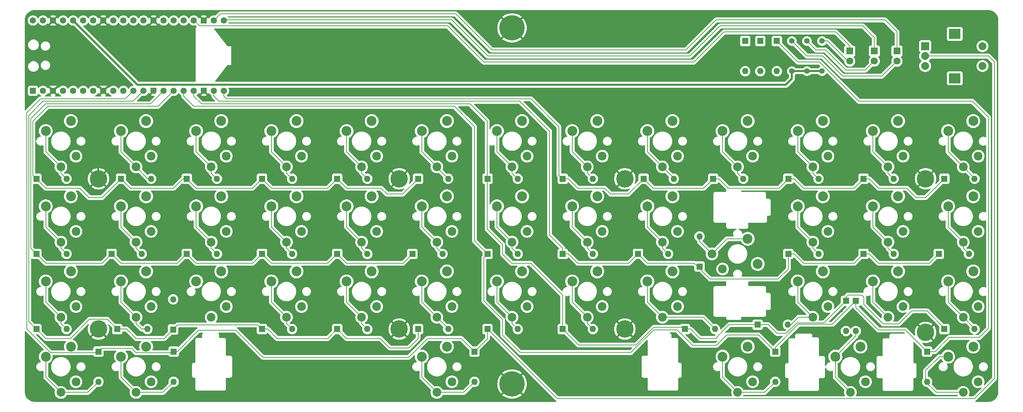
<source format=gbr>
%TF.GenerationSoftware,KiCad,Pcbnew,8.0.3*%
%TF.CreationDate,2024-07-13T14:49:36+01:00*%
%TF.ProjectId,CursedBoard,43757273-6564-4426-9f61-72642e6b6963,rev?*%
%TF.SameCoordinates,Original*%
%TF.FileFunction,Copper,L2,Bot*%
%TF.FilePolarity,Positive*%
%FSLAX46Y46*%
G04 Gerber Fmt 4.6, Leading zero omitted, Abs format (unit mm)*
G04 Created by KiCad (PCBNEW 8.0.3) date 2024-07-13 14:49:36*
%MOMM*%
%LPD*%
G01*
G04 APERTURE LIST*
G04 Aperture macros list*
%AMRoundRect*
0 Rectangle with rounded corners*
0 $1 Rounding radius*
0 $2 $3 $4 $5 $6 $7 $8 $9 X,Y pos of 4 corners*
0 Add a 4 corners polygon primitive as box body*
4,1,4,$2,$3,$4,$5,$6,$7,$8,$9,$2,$3,0*
0 Add four circle primitives for the rounded corners*
1,1,$1+$1,$2,$3*
1,1,$1+$1,$4,$5*
1,1,$1+$1,$6,$7*
1,1,$1+$1,$8,$9*
0 Add four rect primitives between the rounded corners*
20,1,$1+$1,$2,$3,$4,$5,0*
20,1,$1+$1,$4,$5,$6,$7,0*
20,1,$1+$1,$6,$7,$8,$9,0*
20,1,$1+$1,$8,$9,$2,$3,0*%
%AMFreePoly0*
4,1,28,0.605014,0.794986,0.644504,0.794986,0.724698,0.756366,0.780194,0.686777,0.800000,0.600000,0.800000,-0.600000,0.780194,-0.686777,0.724698,-0.756366,0.644504,-0.794986,0.605014,-0.794986,0.600000,-0.800000,0.000000,-0.800000,-0.178017,-0.779942,-0.347107,-0.720775,-0.498792,-0.625465,-0.625465,-0.498792,-0.720775,-0.347107,-0.779942,-0.178017,-0.800000,0.000000,-0.779942,0.178017,
-0.720775,0.347107,-0.625465,0.498792,-0.498792,0.625465,-0.347107,0.720775,-0.178017,0.779942,0.000000,0.800000,0.600000,0.800000,0.605014,0.794986,0.605014,0.794986,$1*%
%AMFreePoly1*
4,1,28,0.178017,0.779942,0.347107,0.720775,0.498792,0.625465,0.625465,0.498792,0.720775,0.347107,0.779942,0.178017,0.800000,0.000000,0.779942,-0.178017,0.720775,-0.347107,0.625465,-0.498792,0.498792,-0.625465,0.347107,-0.720775,0.178017,-0.779942,0.000000,-0.800000,-0.600000,-0.800000,-0.605014,-0.794986,-0.644504,-0.794986,-0.724698,-0.756366,-0.780194,-0.686777,-0.800000,-0.600000,
-0.800000,0.600000,-0.780194,0.686777,-0.724698,0.756366,-0.644504,0.794986,-0.605014,0.794986,-0.600000,0.800000,0.000000,0.800000,0.178017,0.779942,0.178017,0.779942,$1*%
G04 Aperture macros list end*
%TA.AperFunction,ComponentPad*%
%ADD10C,2.500000*%
%TD*%
%TA.AperFunction,ComponentPad*%
%ADD11C,2.200000*%
%TD*%
%TA.AperFunction,ComponentPad*%
%ADD12C,4.400000*%
%TD*%
%TA.AperFunction,ComponentPad*%
%ADD13C,1.400000*%
%TD*%
%TA.AperFunction,ComponentPad*%
%ADD14R,1.800000X1.800000*%
%TD*%
%TA.AperFunction,ComponentPad*%
%ADD15C,1.800000*%
%TD*%
%TA.AperFunction,ComponentPad*%
%ADD16R,2.000000X2.000000*%
%TD*%
%TA.AperFunction,ComponentPad*%
%ADD17C,2.000000*%
%TD*%
%TA.AperFunction,ComponentPad*%
%ADD18R,3.000000X2.500000*%
%TD*%
%TA.AperFunction,ComponentPad*%
%ADD19RoundRect,0.200000X0.600000X-0.600000X0.600000X0.600000X-0.600000X0.600000X-0.600000X-0.600000X0*%
%TD*%
%TA.AperFunction,ComponentPad*%
%ADD20C,1.600000*%
%TD*%
%TA.AperFunction,ComponentPad*%
%ADD21FreePoly0,90.000000*%
%TD*%
%TA.AperFunction,ComponentPad*%
%ADD22FreePoly1,90.000000*%
%TD*%
%TA.AperFunction,ComponentPad*%
%ADD23R,1.600000X1.600000*%
%TD*%
%TA.AperFunction,ComponentPad*%
%ADD24O,1.600000X1.600000*%
%TD*%
%TA.AperFunction,ComponentPad*%
%ADD25C,6.400000*%
%TD*%
%TA.AperFunction,ViaPad*%
%ADD26C,0.600000*%
%TD*%
%TA.AperFunction,Conductor*%
%ADD27C,0.200000*%
%TD*%
%TA.AperFunction,Conductor*%
%ADD28C,0.500000*%
%TD*%
G04 APERTURE END LIST*
D10*
%TO.P,SW30,1,1*%
%TO.N,/Col3*%
X95165000Y-125545000D03*
D11*
X96425000Y-134425000D03*
D10*
%TO.P,SW30,2,2*%
%TO.N,Net-(D30-A)*%
X88815000Y-128085000D03*
D11*
X92625000Y-137125000D03*
%TD*%
D12*
%TO.P,H7,1,1*%
%TO.N,GND*%
X254125000Y-102125000D03*
%TD*%
D10*
%TO.P,SW29,1,1*%
%TO.N,/Col2*%
X76165000Y-125545000D03*
D11*
X77425000Y-134425000D03*
D10*
%TO.P,SW29,2,2*%
%TO.N,Net-(D29-A)*%
X69815000Y-128085000D03*
D11*
X73625000Y-137125000D03*
%TD*%
D10*
%TO.P,SW5,1,1*%
%TO.N,/Col4*%
X114165000Y-87545000D03*
D11*
X115425000Y-96425000D03*
D10*
%TO.P,SW5,2,2*%
%TO.N,Net-(D5-A)*%
X107815000Y-90085000D03*
D11*
X111625000Y-99125000D03*
%TD*%
D13*
%TO.P,R1,1*%
%TO.N,VCC*%
X220345000Y-74930000D03*
%TO.P,R1,2*%
%TO.N,Net-(D45-A)*%
X220345000Y-67310000D03*
%TD*%
D10*
%TO.P,SW35,1,1*%
%TO.N,/Col3*%
X190165000Y-125545000D03*
D11*
X191425000Y-134425000D03*
D10*
%TO.P,SW35,2,2*%
%TO.N,Net-(D35-A)*%
X183815000Y-128085000D03*
D11*
X187625000Y-137125000D03*
%TD*%
D10*
%TO.P,SW19,1,1*%
%TO.N,/Col5*%
X133165000Y-106545000D03*
D11*
X134425000Y-115425000D03*
D10*
%TO.P,SW19,2,2*%
%TO.N,Net-(D19-A)*%
X126815000Y-109085000D03*
D11*
X130625000Y-118125000D03*
%TD*%
D14*
%TO.P,D45,1,K*%
%TO.N,/ledC*%
X246888000Y-69845000D03*
D15*
%TO.P,D45,2,A*%
%TO.N,Net-(D45-A)*%
X246888000Y-72385000D03*
%TD*%
D10*
%TO.P,SW22,1,1*%
%TO.N,/Col4*%
X190165000Y-106545000D03*
D11*
X191425000Y-115425000D03*
D10*
%TO.P,SW22,2,2*%
%TO.N,Net-(D22-A)*%
X183815000Y-109085000D03*
D11*
X187625000Y-118125000D03*
%TD*%
D16*
%TO.P,SW45,A,A*%
%TO.N,Net-(D47-K)*%
X254000000Y-68620000D03*
D17*
%TO.P,SW45,B,B*%
%TO.N,Net-(D48-K)*%
X254000000Y-73620000D03*
%TO.P,SW45,C,C*%
%TO.N,/HRow3*%
X254000000Y-71120000D03*
D18*
%TO.P,SW45,MP*%
%TO.N,N/C*%
X261500000Y-65520000D03*
X261500000Y-76720000D03*
D17*
%TO.P,SW45,S1,S1*%
%TO.N,/Col3*%
X268500000Y-68620000D03*
%TO.P,SW45,S2,S2*%
%TO.N,Net-(D49-A)*%
X268500000Y-73620000D03*
%TD*%
D12*
%TO.P,H13,1,1*%
%TO.N,GND*%
X121125000Y-140125000D03*
%TD*%
D10*
%TO.P,SW18,1,1*%
%TO.N,/Col4*%
X114165000Y-106545000D03*
D11*
X115425000Y-115425000D03*
D10*
%TO.P,SW18,2,2*%
%TO.N,Net-(D18-A)*%
X107815000Y-109085000D03*
D11*
X111625000Y-118125000D03*
%TD*%
D14*
%TO.P,D50,1,K*%
%TO.N,/ledA*%
X234950000Y-69850000D03*
D15*
%TO.P,D50,2,A*%
%TO.N,Net-(D50-A)*%
X234950000Y-72390000D03*
%TD*%
D19*
%TO.P,A1,1,GPIO0*%
%TO.N,/Col0*%
X28575000Y-79890000D03*
D20*
%TO.P,A1,2,GPIO1*%
%TO.N,/Col1*%
X31115000Y-79890000D03*
D21*
%TO.P,A1,3,GND*%
%TO.N,GND*%
X33655000Y-79890000D03*
D20*
%TO.P,A1,4,GPIO2*%
%TO.N,/Col2*%
X36195000Y-79890000D03*
%TO.P,A1,5,GPIO3*%
%TO.N,/Col3*%
X38735000Y-79890000D03*
%TO.P,A1,6,GPIO4*%
%TO.N,/Col4*%
X41275000Y-79890000D03*
%TO.P,A1,7,GPIO5*%
%TO.N,/Col5*%
X43815000Y-79890000D03*
D21*
%TO.P,A1,8,GND*%
%TO.N,GND*%
X46355000Y-79890000D03*
D20*
%TO.P,A1,9,GPIO6*%
%TO.N,unconnected-(A1-GPIO6-Pad9)*%
X48895000Y-79890000D03*
%TO.P,A1,10,GPIO7*%
%TO.N,unconnected-(A1-GPIO7-Pad10)*%
X51435000Y-79890000D03*
%TO.P,A1,11,GPIO8*%
%TO.N,/HRow3*%
X53975000Y-79890000D03*
%TO.P,A1,12,GPIO9*%
%TO.N,/HRow2*%
X56515000Y-79890000D03*
D21*
%TO.P,A1,13,GND*%
%TO.N,GND*%
X59055000Y-79890000D03*
D20*
%TO.P,A1,14,GPIO10*%
%TO.N,/HRow1*%
X61595000Y-79890000D03*
%TO.P,A1,15,GPIO11*%
%TO.N,/HRow0*%
X64135000Y-79890000D03*
%TO.P,A1,16,GPIO12*%
%TO.N,/HRow7*%
X66675000Y-79890000D03*
%TO.P,A1,17,GPIO13*%
%TO.N,/HRow6*%
X69215000Y-79890000D03*
D21*
%TO.P,A1,18,GND*%
%TO.N,GND*%
X71755000Y-79890000D03*
D20*
%TO.P,A1,19,GPIO14*%
%TO.N,/HRow5*%
X74295000Y-79890000D03*
%TO.P,A1,20,GPIO15*%
%TO.N,/HRow4*%
X76835000Y-79890000D03*
%TO.P,A1,21,GPIO16*%
%TO.N,/ledB*%
X76835000Y-62110000D03*
%TO.P,A1,22,GPIO17*%
%TO.N,/ledC*%
X74295000Y-62110000D03*
D22*
%TO.P,A1,23,GND*%
%TO.N,GND*%
X71755000Y-62110000D03*
D20*
%TO.P,A1,24,GPIO18*%
%TO.N,/ledA*%
X69215000Y-62110000D03*
%TO.P,A1,25,GPIO19*%
%TO.N,unconnected-(A1-GPIO19-Pad25)_0*%
X66675000Y-62110000D03*
%TO.P,A1,26,GPIO20*%
%TO.N,unconnected-(A1-GPIO20-Pad26)_0*%
X64135000Y-62110000D03*
%TO.P,A1,27,GPIO21*%
%TO.N,unconnected-(A1-GPIO21-Pad27)_0*%
X61595000Y-62110000D03*
D22*
%TO.P,A1,28,GND*%
%TO.N,GND*%
X59055000Y-62110000D03*
D20*
%TO.P,A1,29,GPIO22*%
%TO.N,unconnected-(A1-GPIO22-Pad29)*%
X56515000Y-62110000D03*
%TO.P,A1,30,RUN*%
%TO.N,unconnected-(A1-RUN-Pad30)_0*%
X53975000Y-62110000D03*
%TO.P,A1,31,GPIO26_ADC0*%
%TO.N,unconnected-(A1-GPIO26_ADC0-Pad31)*%
X51435000Y-62110000D03*
%TO.P,A1,32,GPIO27_ADC1*%
%TO.N,unconnected-(A1-GPIO27_ADC1-Pad32)_0*%
X48895000Y-62110000D03*
D22*
%TO.P,A1,33,AGND*%
%TO.N,GND*%
X46355000Y-62110000D03*
D20*
%TO.P,A1,34,GPIO28_ADC2*%
%TO.N,unconnected-(A1-GPIO28_ADC2-Pad34)*%
X43815000Y-62110000D03*
%TO.P,A1,35,ADC_VREF*%
%TO.N,unconnected-(A1-ADC_VREF-Pad35)_0*%
X41275000Y-62110000D03*
%TO.P,A1,36,3V3*%
%TO.N,VCC*%
X38735000Y-62110000D03*
%TO.P,A1,37,3V3_EN*%
%TO.N,unconnected-(A1-3V3_EN-Pad37)*%
X36195000Y-62110000D03*
D22*
%TO.P,A1,38,GND*%
%TO.N,GND*%
X33655000Y-62110000D03*
D20*
%TO.P,A1,39,VSYS*%
%TO.N,unconnected-(A1-VSYS-Pad39)*%
X31115000Y-62110000D03*
%TO.P,A1,40,VBUS*%
%TO.N,unconnected-(A1-VBUS-Pad40)*%
X28575000Y-62110000D03*
%TD*%
D10*
%TO.P,SW14,1,1*%
%TO.N,/Col0*%
X38165000Y-106545000D03*
D11*
X39425000Y-115425000D03*
D10*
%TO.P,SW14,2,2*%
%TO.N,Net-(D14-A)*%
X31815000Y-109085000D03*
D11*
X35625000Y-118125000D03*
%TD*%
D10*
%TO.P,SW16,1,1*%
%TO.N,/Col2*%
X76165000Y-106545000D03*
D11*
X77425000Y-115425000D03*
D10*
%TO.P,SW16,2,2*%
%TO.N,Net-(D16-A)*%
X69815000Y-109085000D03*
D11*
X73625000Y-118125000D03*
%TD*%
D23*
%TO.P,D47,1,K*%
%TO.N,Net-(D47-K)*%
X212344000Y-67310000D03*
D24*
%TO.P,D47,2,A*%
%TO.N,/Col3*%
X212344000Y-74930000D03*
%TD*%
D10*
%TO.P,SW17,1,1*%
%TO.N,/Col3*%
X95165000Y-106545000D03*
D11*
X96425000Y-115425000D03*
D10*
%TO.P,SW17,2,2*%
%TO.N,Net-(D17-A)*%
X88815000Y-109085000D03*
D11*
X92625000Y-118125000D03*
%TD*%
D10*
%TO.P,SW23,1,1*%
%TO.N,/Col3*%
X211705000Y-123665000D03*
D11*
X202825000Y-124925000D03*
D10*
%TO.P,SW23,2,2*%
%TO.N,Net-(D23-A)*%
X209165000Y-117315000D03*
D11*
X200125000Y-121125000D03*
%TD*%
D12*
%TO.P,H11,1,1*%
%TO.N,GND*%
X121125000Y-102125000D03*
%TD*%
D10*
%TO.P,SW1,1,1*%
%TO.N,/Col0*%
X38165000Y-87545000D03*
D11*
X39425000Y-96425000D03*
D10*
%TO.P,SW1,2,2*%
%TO.N,Net-(D1-A)*%
X31815000Y-90085000D03*
D11*
X35625000Y-99125000D03*
%TD*%
D12*
%TO.P,H10,1,1*%
%TO.N,GND*%
X254125000Y-140970000D03*
%TD*%
D10*
%TO.P,SW12,1,1*%
%TO.N,/Col1*%
X247165000Y-87545000D03*
D11*
X248425000Y-96425000D03*
D10*
%TO.P,SW12,2,2*%
%TO.N,Net-(D12-A)*%
X240815000Y-90085000D03*
D11*
X244625000Y-99125000D03*
%TD*%
D25*
%TO.P,H2,1,1*%
%TO.N,GND*%
X149625000Y-154000000D03*
%TD*%
D12*
%TO.P,H14,1,1*%
%TO.N,GND*%
X178125000Y-140125000D03*
%TD*%
D10*
%TO.P,SW6,1,1*%
%TO.N,/Col5*%
X133165000Y-87545000D03*
D11*
X134425000Y-96425000D03*
D10*
%TO.P,SW6,2,2*%
%TO.N,Net-(D6-A)*%
X126815000Y-90085000D03*
D11*
X130625000Y-99125000D03*
%TD*%
D10*
%TO.P,SW33,1,1*%
%TO.N,/Col5*%
X152165000Y-125545000D03*
D11*
X153425000Y-134425000D03*
D10*
%TO.P,SW33,2,2*%
%TO.N,Net-(D33-A)*%
X145815000Y-128085000D03*
D11*
X149625000Y-137125000D03*
%TD*%
D10*
%TO.P,SW15,1,1*%
%TO.N,/Col1*%
X57165000Y-106545000D03*
D11*
X58425000Y-115425000D03*
D10*
%TO.P,SW15,2,2*%
%TO.N,Net-(D15-A)*%
X50815000Y-109085000D03*
D11*
X54625000Y-118125000D03*
%TD*%
D14*
%TO.P,D46,1,K*%
%TO.N,/ledB*%
X241173000Y-69840000D03*
D15*
%TO.P,D46,2,A*%
%TO.N,Net-(D46-A)*%
X241173000Y-72380000D03*
%TD*%
D10*
%TO.P,SW27,1,1*%
%TO.N,/Col0*%
X38165000Y-125545000D03*
D11*
X39425000Y-134425000D03*
D10*
%TO.P,SW27,2,2*%
%TO.N,Net-(D27-A)*%
X31815000Y-128085000D03*
D11*
X35625000Y-137125000D03*
%TD*%
D23*
%TO.P,D48,1,K*%
%TO.N,Net-(D48-K)*%
X208534000Y-67310000D03*
D24*
%TO.P,D48,2,A*%
%TO.N,/Col4*%
X208534000Y-74930000D03*
%TD*%
D25*
%TO.P,H1,1,1*%
%TO.N,GND*%
X149625000Y-64000000D03*
%TD*%
D10*
%TO.P,SW42,1,1*%
%TO.N,/Col2*%
X209165000Y-144545000D03*
D11*
X210425000Y-153425000D03*
D10*
%TO.P,SW42,2,2*%
%TO.N,Net-(D41-A)*%
X202815000Y-147085000D03*
D11*
X206625000Y-156125000D03*
%TD*%
D10*
%TO.P,SW24,1,1*%
%TO.N,/Col2*%
X228165000Y-106545000D03*
D11*
X229425000Y-115425000D03*
D10*
%TO.P,SW24,2,2*%
%TO.N,Net-(D24-A)*%
X221815000Y-109085000D03*
D11*
X225625000Y-118125000D03*
%TD*%
D10*
%TO.P,SW7,1,1*%
%TO.N,/Col5*%
X152165000Y-87545000D03*
D11*
X153425000Y-96425000D03*
D10*
%TO.P,SW7,2,2*%
%TO.N,Net-(D7-A)*%
X145815000Y-90085000D03*
D11*
X149625000Y-99125000D03*
%TD*%
D10*
%TO.P,SW40,1,1*%
%TO.N,/Col1*%
X57165000Y-144545000D03*
D11*
X58425000Y-153425000D03*
D10*
%TO.P,SW40,2,2*%
%TO.N,Net-(D40-A)*%
X50815000Y-147085000D03*
D11*
X54625000Y-156125000D03*
%TD*%
D10*
%TO.P,SW43,1,1*%
%TO.N,/Col1*%
X237665000Y-144545000D03*
D11*
X238925000Y-153425000D03*
D10*
%TO.P,SW43,2,2*%
%TO.N,Net-(D42-A)*%
X231315000Y-147085000D03*
D11*
X235125000Y-156125000D03*
%TD*%
D10*
%TO.P,SW39,1,1*%
%TO.N,/Col0*%
X38165000Y-144545000D03*
D11*
X39425000Y-153425000D03*
D10*
%TO.P,SW39,2,2*%
%TO.N,Net-(D39-A)*%
X31815000Y-147085000D03*
D11*
X35625000Y-156125000D03*
%TD*%
D10*
%TO.P,SW13,1,1*%
%TO.N,/Col0*%
X266165000Y-87545000D03*
D11*
X267425000Y-96425000D03*
D10*
%TO.P,SW13,2,2*%
%TO.N,Net-(D13-A)*%
X259815000Y-90085000D03*
D11*
X263625000Y-99125000D03*
%TD*%
D10*
%TO.P,SW8,1,1*%
%TO.N,/Col5*%
X171165000Y-87545000D03*
D11*
X172425000Y-96425000D03*
D10*
%TO.P,SW8,2,2*%
%TO.N,Net-(D8-A)*%
X164815000Y-90085000D03*
D11*
X168625000Y-99125000D03*
%TD*%
D10*
%TO.P,SW32,1,1*%
%TO.N,/Col5*%
X133165000Y-125545000D03*
D11*
X134425000Y-134425000D03*
D10*
%TO.P,SW32,2,2*%
%TO.N,Net-(D32-A)*%
X126815000Y-128085000D03*
D11*
X130625000Y-137125000D03*
%TD*%
D10*
%TO.P,SW25,1,1*%
%TO.N,/Col1*%
X247165000Y-106545000D03*
D11*
X248425000Y-115425000D03*
D10*
%TO.P,SW25,2,2*%
%TO.N,Net-(D25-A)*%
X240815000Y-109085000D03*
D11*
X244625000Y-118125000D03*
%TD*%
D10*
%TO.P,SW37,1,1*%
%TO.N,/Col1*%
X247165000Y-125545000D03*
D11*
X248425000Y-134425000D03*
D10*
%TO.P,SW37,2,2*%
%TO.N,Net-(D37-A)*%
X240815000Y-128085000D03*
D11*
X244625000Y-137125000D03*
%TD*%
D10*
%TO.P,SW21,1,1*%
%TO.N,/Col5*%
X171165000Y-106545000D03*
D11*
X172425000Y-115425000D03*
D10*
%TO.P,SW21,2,2*%
%TO.N,Net-(D21-A)*%
X164815000Y-109085000D03*
D11*
X168625000Y-118125000D03*
%TD*%
D10*
%TO.P,SW10,1,1*%
%TO.N,/Col3*%
X209165000Y-87545000D03*
D11*
X210425000Y-96425000D03*
D10*
%TO.P,SW10,2,2*%
%TO.N,Net-(D10-A)*%
X202815000Y-90085000D03*
D11*
X206625000Y-99125000D03*
%TD*%
D10*
%TO.P,SW11,1,1*%
%TO.N,/Col2*%
X228165000Y-87545000D03*
D11*
X229425000Y-96425000D03*
D10*
%TO.P,SW11,2,2*%
%TO.N,Net-(D11-A)*%
X221815000Y-90085000D03*
D11*
X225625000Y-99125000D03*
%TD*%
D10*
%TO.P,SW20,1,1*%
%TO.N,/Col5*%
X152165000Y-106545000D03*
D11*
X153425000Y-115425000D03*
D10*
%TO.P,SW20,2,2*%
%TO.N,Net-(D20-A)*%
X145815000Y-109085000D03*
D11*
X149625000Y-118125000D03*
%TD*%
D10*
%TO.P,SW34,1,1*%
%TO.N,/Col4*%
X171165000Y-125545000D03*
D11*
X172425000Y-134425000D03*
D10*
%TO.P,SW34,2,2*%
%TO.N,Net-(D34-A)*%
X164815000Y-128085000D03*
D11*
X168625000Y-137125000D03*
%TD*%
D10*
%TO.P,SW3,1,1*%
%TO.N,/Col2*%
X76165000Y-87545000D03*
D11*
X77425000Y-96425000D03*
D10*
%TO.P,SW3,2,2*%
%TO.N,Net-(D3-A)*%
X69815000Y-90085000D03*
D11*
X73625000Y-99125000D03*
%TD*%
D10*
%TO.P,SW36,1,1*%
%TO.N,/Col2*%
X228165000Y-125545000D03*
D11*
X229425000Y-134425000D03*
D10*
%TO.P,SW36,2,2*%
%TO.N,Net-(D36-A)*%
X221815000Y-128085000D03*
D11*
X225625000Y-137125000D03*
%TD*%
D10*
%TO.P,SW4,1,1*%
%TO.N,/Col3*%
X95165000Y-87545000D03*
D11*
X96425000Y-96425000D03*
D10*
%TO.P,SW4,2,2*%
%TO.N,Net-(D4-A)*%
X88815000Y-90085000D03*
D11*
X92625000Y-99125000D03*
%TD*%
D12*
%TO.P,H8,1,1*%
%TO.N,GND*%
X45125000Y-102125000D03*
%TD*%
D10*
%TO.P,SW31,1,1*%
%TO.N,/Col4*%
X114165000Y-125545000D03*
D11*
X115425000Y-134425000D03*
D10*
%TO.P,SW31,2,2*%
%TO.N,Net-(D31-A)*%
X107815000Y-128085000D03*
D11*
X111625000Y-137125000D03*
%TD*%
D23*
%TO.P,D49,1,K*%
%TO.N,/HRow7*%
X216535000Y-67310000D03*
D24*
%TO.P,D49,2,A*%
%TO.N,Net-(D49-A)*%
X216535000Y-74930000D03*
%TD*%
D10*
%TO.P,SW26,1,1*%
%TO.N,/Col0*%
X266165000Y-106545000D03*
D11*
X267425000Y-115425000D03*
D10*
%TO.P,SW26,2,2*%
%TO.N,Net-(D26-A)*%
X259815000Y-109085000D03*
D11*
X263625000Y-118125000D03*
%TD*%
D12*
%TO.P,H12,1,1*%
%TO.N,GND*%
X178125000Y-102125000D03*
%TD*%
D10*
%TO.P,SW41,1,1*%
%TO.N,/Col2*%
X133165000Y-144545000D03*
D11*
X134425000Y-153425000D03*
D10*
%TO.P,SW41,2,2*%
%TO.N,Net-(D43-A)*%
X126815000Y-147085000D03*
D11*
X130625000Y-156125000D03*
%TD*%
D13*
%TO.P,R3,1*%
%TO.N,VCC*%
X227965000Y-74930000D03*
%TO.P,R3,2*%
%TO.N,Net-(D50-A)*%
X227965000Y-67310000D03*
%TD*%
%TO.P,R2,1*%
%TO.N,VCC*%
X224155000Y-74930000D03*
%TO.P,R2,2*%
%TO.N,Net-(D46-A)*%
X224155000Y-67310000D03*
%TD*%
D10*
%TO.P,SW28,1,1*%
%TO.N,/Col1*%
X57165000Y-125545000D03*
D11*
X58425000Y-134425000D03*
D10*
%TO.P,SW28,2,2*%
%TO.N,Net-(D28-A)*%
X50815000Y-128085000D03*
D11*
X54625000Y-137125000D03*
%TD*%
D10*
%TO.P,SW38,1,1*%
%TO.N,/Col0*%
X266165000Y-125545000D03*
D11*
X267425000Y-134425000D03*
D10*
%TO.P,SW38,2,2*%
%TO.N,Net-(D38-A)*%
X259815000Y-128085000D03*
D11*
X263625000Y-137125000D03*
%TD*%
D12*
%TO.P,H9,1,1*%
%TO.N,GND*%
X45125000Y-140125000D03*
%TD*%
D10*
%TO.P,SW2,1,1*%
%TO.N,/Col1*%
X57165000Y-87545000D03*
D11*
X58425000Y-96425000D03*
D10*
%TO.P,SW2,2,2*%
%TO.N,Net-(D2-A)*%
X50815000Y-90085000D03*
D11*
X54625000Y-99125000D03*
%TD*%
D10*
%TO.P,SW9,1,1*%
%TO.N,/Col4*%
X190165000Y-87545000D03*
D11*
X191425000Y-96425000D03*
D10*
%TO.P,SW9,2,2*%
%TO.N,Net-(D9-A)*%
X183815000Y-90085000D03*
D11*
X187625000Y-99125000D03*
%TD*%
D10*
%TO.P,SW44,1,1*%
%TO.N,/Col0*%
X266165000Y-144545000D03*
D11*
X267425000Y-153425000D03*
D10*
%TO.P,SW44,2,2*%
%TO.N,Net-(D44-A)*%
X259815000Y-147085000D03*
D11*
X263625000Y-156125000D03*
%TD*%
D23*
%TO.P,D44,1,K*%
%TO.N,/HRow7*%
X254500000Y-145815000D03*
D24*
%TO.P,D44,2,A*%
%TO.N,Net-(D44-A)*%
X254500000Y-153435000D03*
%TD*%
D23*
%TO.P,D35,1,K*%
%TO.N,/HRow6*%
X193315000Y-140125000D03*
D24*
%TO.P,D35,2,A*%
%TO.N,Net-(D35-A)*%
X200935000Y-140125000D03*
%TD*%
D23*
%TO.P,D4,1,K*%
%TO.N,/HRow0*%
X86440000Y-102125000D03*
D24*
%TO.P,D4,2,A*%
%TO.N,Net-(D4-A)*%
X94060000Y-102125000D03*
%TD*%
D23*
%TO.P,D16,1,K*%
%TO.N,/HRow1*%
X67440000Y-121125000D03*
D24*
%TO.P,D16,2,A*%
%TO.N,Net-(D16-A)*%
X75060000Y-121125000D03*
%TD*%
D23*
%TO.P,D2,1,K*%
%TO.N,/HRow0*%
X50815000Y-102125000D03*
D24*
%TO.P,D2,2,A*%
%TO.N,Net-(D2-A)*%
X58435000Y-102125000D03*
%TD*%
D23*
%TO.P,D18,1,K*%
%TO.N,/HRow1*%
X105440000Y-121125000D03*
D24*
%TO.P,D18,2,A*%
%TO.N,Net-(D18-A)*%
X113060000Y-121125000D03*
%TD*%
D23*
%TO.P,D37,1,K*%
%TO.N,/HRow6*%
X234000000Y-133000000D03*
D24*
%TO.P,D37,2,A*%
%TO.N,Net-(D37-A)*%
X234000000Y-140620000D03*
%TD*%
D23*
%TO.P,D43,1,K*%
%TO.N,/HRow3*%
X140125000Y-145815000D03*
D24*
%TO.P,D43,2,A*%
%TO.N,Net-(D43-A)*%
X140125000Y-153435000D03*
%TD*%
D23*
%TO.P,D31,1,K*%
%TO.N,/HRow2*%
X105440000Y-140125000D03*
D24*
%TO.P,D31,2,A*%
%TO.N,Net-(D31-A)*%
X113060000Y-140125000D03*
%TD*%
D23*
%TO.P,D6,1,K*%
%TO.N,/HRow0*%
X125875000Y-102125000D03*
D24*
%TO.P,D6,2,A*%
%TO.N,Net-(D6-A)*%
X133495000Y-102125000D03*
%TD*%
D23*
%TO.P,D25,1,K*%
%TO.N,/HRow5*%
X238440000Y-121125000D03*
D24*
%TO.P,D25,2,A*%
%TO.N,Net-(D25-A)*%
X246060000Y-121125000D03*
%TD*%
D23*
%TO.P,D20,1,K*%
%TO.N,/HRow7*%
X143440000Y-121125000D03*
D24*
%TO.P,D20,2,A*%
%TO.N,Net-(D20-A)*%
X151060000Y-121125000D03*
%TD*%
D23*
%TO.P,D9,1,K*%
%TO.N,/HRow4*%
X182875000Y-102125000D03*
D24*
%TO.P,D9,2,A*%
%TO.N,Net-(D9-A)*%
X190495000Y-102125000D03*
%TD*%
D23*
%TO.P,D38,1,K*%
%TO.N,/HRow6*%
X258875000Y-140125000D03*
D24*
%TO.P,D38,2,A*%
%TO.N,Net-(D38-A)*%
X266495000Y-140125000D03*
%TD*%
D23*
%TO.P,D1,1,K*%
%TO.N,/HRow0*%
X29440000Y-102125000D03*
D24*
%TO.P,D1,2,A*%
%TO.N,Net-(D1-A)*%
X37060000Y-102125000D03*
%TD*%
D23*
%TO.P,D11,1,K*%
%TO.N,/HRow4*%
X219440000Y-102125000D03*
D24*
%TO.P,D11,2,A*%
%TO.N,Net-(D11-A)*%
X227060000Y-102125000D03*
%TD*%
D23*
%TO.P,D13,1,K*%
%TO.N,/HRow4*%
X258875000Y-102125000D03*
D24*
%TO.P,D13,2,A*%
%TO.N,Net-(D13-A)*%
X266495000Y-102125000D03*
%TD*%
D23*
%TO.P,D36,1,K*%
%TO.N,/HRow6*%
X211690000Y-139000000D03*
D24*
%TO.P,D36,2,A*%
%TO.N,Net-(D36-A)*%
X219310000Y-139000000D03*
%TD*%
D23*
%TO.P,D26,1,K*%
%TO.N,/HRow5*%
X257440000Y-121125000D03*
D24*
%TO.P,D26,2,A*%
%TO.N,Net-(D26-A)*%
X265060000Y-121125000D03*
%TD*%
D23*
%TO.P,D23,1,K*%
%TO.N,/HRow5*%
X197000000Y-124310000D03*
D24*
%TO.P,D23,2,A*%
%TO.N,Net-(D23-A)*%
X197000000Y-116690000D03*
%TD*%
D23*
%TO.P,D8,1,K*%
%TO.N,/HRow4*%
X162440000Y-102125000D03*
D24*
%TO.P,D8,2,A*%
%TO.N,Net-(D8-A)*%
X170060000Y-102125000D03*
%TD*%
D23*
%TO.P,D30,1,K*%
%TO.N,/HRow2*%
X86440000Y-140125000D03*
D24*
%TO.P,D30,2,A*%
%TO.N,Net-(D30-A)*%
X94060000Y-140125000D03*
%TD*%
D23*
%TO.P,D7,1,K*%
%TO.N,/HRow6*%
X143440000Y-102125000D03*
D24*
%TO.P,D7,2,A*%
%TO.N,Net-(D7-A)*%
X151060000Y-102125000D03*
%TD*%
D23*
%TO.P,D42,1,K*%
%TO.N,/HRow7*%
X236500000Y-133000000D03*
D24*
%TO.P,D42,2,A*%
%TO.N,Net-(D42-A)*%
X236500000Y-140620000D03*
%TD*%
D23*
%TO.P,D22,1,K*%
%TO.N,/HRow5*%
X181440000Y-121125000D03*
D24*
%TO.P,D22,2,A*%
%TO.N,Net-(D22-A)*%
X189060000Y-121125000D03*
%TD*%
D23*
%TO.P,D14,1,K*%
%TO.N,/HRow1*%
X29440000Y-121125000D03*
D24*
%TO.P,D14,2,A*%
%TO.N,Net-(D14-A)*%
X37060000Y-121125000D03*
%TD*%
D23*
%TO.P,D33,1,K*%
%TO.N,/HRow3*%
X143440000Y-140125000D03*
D24*
%TO.P,D33,2,A*%
%TO.N,Net-(D33-A)*%
X151060000Y-140125000D03*
%TD*%
D23*
%TO.P,D34,1,K*%
%TO.N,/HRow6*%
X162440000Y-140125000D03*
D24*
%TO.P,D34,2,A*%
%TO.N,Net-(D34-A)*%
X170060000Y-140125000D03*
%TD*%
D23*
%TO.P,D28,1,K*%
%TO.N,/HRow2*%
X49875000Y-140125000D03*
D24*
%TO.P,D28,2,A*%
%TO.N,Net-(D28-A)*%
X57495000Y-140125000D03*
%TD*%
D23*
%TO.P,D41,1,K*%
%TO.N,/HRow7*%
X216125000Y-145815000D03*
D24*
%TO.P,D41,2,A*%
%TO.N,Net-(D41-A)*%
X216125000Y-153435000D03*
%TD*%
D23*
%TO.P,D12,1,K*%
%TO.N,/HRow4*%
X238440000Y-102125000D03*
D24*
%TO.P,D12,2,A*%
%TO.N,Net-(D12-A)*%
X246060000Y-102125000D03*
%TD*%
D23*
%TO.P,D27,1,K*%
%TO.N,/HRow2*%
X29440000Y-140125000D03*
D24*
%TO.P,D27,2,A*%
%TO.N,Net-(D27-A)*%
X37060000Y-140125000D03*
%TD*%
D23*
%TO.P,D5,1,K*%
%TO.N,/HRow0*%
X105440000Y-102125000D03*
D24*
%TO.P,D5,2,A*%
%TO.N,Net-(D5-A)*%
X113060000Y-102125000D03*
%TD*%
D23*
%TO.P,D40,1,K*%
%TO.N,/HRow3*%
X64125000Y-145815000D03*
D24*
%TO.P,D40,2,A*%
%TO.N,Net-(D40-A)*%
X64125000Y-153435000D03*
%TD*%
D23*
%TO.P,D19,1,K*%
%TO.N,/HRow1*%
X124440000Y-121125000D03*
D24*
%TO.P,D19,2,A*%
%TO.N,Net-(D19-A)*%
X132060000Y-121125000D03*
%TD*%
D23*
%TO.P,D17,1,K*%
%TO.N,/HRow1*%
X86440000Y-121125000D03*
D24*
%TO.P,D17,2,A*%
%TO.N,Net-(D17-A)*%
X94060000Y-121125000D03*
%TD*%
D23*
%TO.P,D39,1,K*%
%TO.N,/HRow3*%
X45125000Y-145815000D03*
D24*
%TO.P,D39,2,A*%
%TO.N,Net-(D39-A)*%
X45125000Y-153435000D03*
%TD*%
D23*
%TO.P,D21,1,K*%
%TO.N,/HRow5*%
X162440000Y-121125000D03*
D24*
%TO.P,D21,2,A*%
%TO.N,Net-(D21-A)*%
X170060000Y-121125000D03*
%TD*%
D23*
%TO.P,D10,1,K*%
%TO.N,/HRow4*%
X200440000Y-102125000D03*
D24*
%TO.P,D10,2,A*%
%TO.N,Net-(D10-A)*%
X208060000Y-102125000D03*
%TD*%
D23*
%TO.P,D29,1,K*%
%TO.N,/HRow2*%
X64000000Y-140210000D03*
D24*
%TO.P,D29,2,A*%
%TO.N,Net-(D29-A)*%
X64000000Y-132590000D03*
%TD*%
D23*
%TO.P,D24,1,K*%
%TO.N,/HRow5*%
X219440000Y-121125000D03*
D24*
%TO.P,D24,2,A*%
%TO.N,Net-(D24-A)*%
X227060000Y-121125000D03*
%TD*%
D23*
%TO.P,D15,1,K*%
%TO.N,/HRow1*%
X48440000Y-121125000D03*
D24*
%TO.P,D15,2,A*%
%TO.N,Net-(D15-A)*%
X56060000Y-121125000D03*
%TD*%
D23*
%TO.P,D32,1,K*%
%TO.N,/HRow2*%
X125875000Y-140125000D03*
D24*
%TO.P,D32,2,A*%
%TO.N,Net-(D32-A)*%
X133495000Y-140125000D03*
%TD*%
D23*
%TO.P,D3,1,K*%
%TO.N,/HRow0*%
X67440000Y-102125000D03*
D24*
%TO.P,D3,2,A*%
%TO.N,Net-(D3-A)*%
X75060000Y-102125000D03*
%TD*%
D26*
%TO.N,GND*%
X97155000Y-72390000D03*
X90805000Y-64770000D03*
X137795000Y-97155000D03*
X144780000Y-97155000D03*
X33655000Y-144145000D03*
X167800000Y-141200000D03*
X90805000Y-71120000D03*
X84455000Y-156210000D03*
X194800000Y-142000000D03*
X67310000Y-70485000D03*
X52250000Y-71250000D03*
X66000000Y-137200000D03*
X190500000Y-156210000D03*
X32385000Y-85090000D03*
X233045000Y-141605000D03*
X104140000Y-71120000D03*
X241935000Y-156845000D03*
X97942400Y-68554600D03*
X208500000Y-152500000D03*
X169545000Y-151130000D03*
X35625000Y-71250000D03*
X197800000Y-138600000D03*
X35560000Y-85090000D03*
X165600000Y-138000000D03*
X142500000Y-149500000D03*
X45085000Y-99695000D03*
X50165000Y-142875000D03*
X199200000Y-143400000D03*
X117475000Y-156210000D03*
X241000000Y-135000000D03*
X228854000Y-156845000D03*
X206000000Y-146000000D03*
X41275000Y-144145000D03*
X157480000Y-139700000D03*
X102235000Y-99695000D03*
X115570000Y-71755000D03*
X243840000Y-72004000D03*
X208200000Y-140400000D03*
X80645000Y-74295000D03*
X232918000Y-135636000D03*
X165000000Y-147500000D03*
X202565000Y-156210000D03*
X152600000Y-143600000D03*
X61600000Y-144000000D03*
X163600000Y-133000000D03*
X64135000Y-99695000D03*
X199500000Y-80750000D03*
X135864600Y-68681600D03*
X83185000Y-99695000D03*
X109250000Y-80750000D03*
%TD*%
D27*
%TO.N,Net-(D1-A)*%
X31815000Y-95315000D02*
X35625000Y-99125000D01*
X37060000Y-102125000D02*
X35625000Y-100690000D01*
X31815000Y-90085000D02*
X31815000Y-95315000D01*
X35625000Y-100690000D02*
X35625000Y-99125000D01*
%TO.N,Net-(D2-A)*%
X54625000Y-99125000D02*
X57625000Y-102125000D01*
X50815000Y-90085000D02*
X50815000Y-95315000D01*
X50815000Y-95315000D02*
X54625000Y-99125000D01*
X57625000Y-102125000D02*
X58435000Y-102125000D01*
%TO.N,Net-(D3-A)*%
X73625000Y-99125000D02*
X73625000Y-100690000D01*
X69815000Y-90085000D02*
X69815000Y-95315000D01*
X69815000Y-95315000D02*
X73625000Y-99125000D01*
X73625000Y-100690000D02*
X75060000Y-102125000D01*
%TO.N,Net-(D4-A)*%
X92625000Y-99125000D02*
X88815000Y-95315000D01*
X88815000Y-95315000D02*
X88815000Y-90085000D01*
X92625000Y-100690000D02*
X94060000Y-102125000D01*
X92625000Y-99125000D02*
X92625000Y-100690000D01*
%TO.N,Net-(D5-A)*%
X107815000Y-95315000D02*
X111625000Y-99125000D01*
X107815000Y-90085000D02*
X107815000Y-95315000D01*
X111625000Y-99125000D02*
X111625000Y-100690000D01*
X111625000Y-100690000D02*
X113060000Y-102125000D01*
%TO.N,Net-(D6-A)*%
X126815000Y-95315000D02*
X130625000Y-99125000D01*
X126815000Y-90085000D02*
X126815000Y-95315000D01*
X130625000Y-99255000D02*
X133495000Y-102125000D01*
X130625000Y-99125000D02*
X130625000Y-99255000D01*
%TO.N,Net-(D7-A)*%
X149625000Y-100690000D02*
X151060000Y-102125000D01*
X145815000Y-95315000D02*
X145815000Y-90085000D01*
X149625000Y-99125000D02*
X145815000Y-95315000D01*
X149625000Y-99125000D02*
X149625000Y-100690000D01*
%TO.N,Net-(D8-A)*%
X168625000Y-99125000D02*
X168625000Y-100690000D01*
X164815000Y-90085000D02*
X164815000Y-95315000D01*
X168625000Y-100690000D02*
X170060000Y-102125000D01*
X164815000Y-95315000D02*
X168625000Y-99125000D01*
%TO.N,Net-(D9-A)*%
X183815000Y-90085000D02*
X183815000Y-95315000D01*
X190495000Y-101995000D02*
X190495000Y-102125000D01*
X187625000Y-99125000D02*
X190495000Y-101995000D01*
X183815000Y-95315000D02*
X187625000Y-99125000D01*
%TO.N,Net-(D10-A)*%
X202815000Y-95315000D02*
X206625000Y-99125000D01*
X202815000Y-90085000D02*
X202815000Y-95315000D01*
X206625000Y-100690000D02*
X208060000Y-102125000D01*
X206625000Y-99125000D02*
X206625000Y-100690000D01*
%TO.N,Net-(D11-A)*%
X221815000Y-95315000D02*
X225625000Y-99125000D01*
X225625000Y-99125000D02*
X225625000Y-100690000D01*
X221815000Y-90085000D02*
X221815000Y-95315000D01*
X225625000Y-100690000D02*
X227060000Y-102125000D01*
%TO.N,Net-(D12-A)*%
X240815000Y-90085000D02*
X240815000Y-95315000D01*
X240815000Y-95315000D02*
X244625000Y-99125000D01*
X244625000Y-99125000D02*
X244625000Y-100690000D01*
X244625000Y-100690000D02*
X246060000Y-102125000D01*
%TO.N,Net-(D13-A)*%
X266495000Y-101995000D02*
X266495000Y-102125000D01*
X259815000Y-95315000D02*
X263625000Y-99125000D01*
X263625000Y-99125000D02*
X266495000Y-101995000D01*
X259815000Y-90085000D02*
X259815000Y-95315000D01*
%TO.N,Net-(D14-A)*%
X35625000Y-119690000D02*
X37060000Y-121125000D01*
X31815000Y-114315000D02*
X35625000Y-118125000D01*
X35625000Y-118125000D02*
X35625000Y-119690000D01*
X31815000Y-109085000D02*
X31815000Y-114315000D01*
%TO.N,Net-(D15-A)*%
X50815000Y-114315000D02*
X54625000Y-118125000D01*
X54625000Y-118125000D02*
X54625000Y-119690000D01*
X54625000Y-119690000D02*
X56060000Y-121125000D01*
X50815000Y-109085000D02*
X50815000Y-114315000D01*
%TO.N,Net-(D16-A)*%
X73625000Y-118125000D02*
X73625000Y-119690000D01*
X73625000Y-119690000D02*
X75060000Y-121125000D01*
X69815000Y-109085000D02*
X69815000Y-114315000D01*
X69815000Y-114315000D02*
X73625000Y-118125000D01*
%TO.N,Net-(D17-A)*%
X88815000Y-109085000D02*
X88815000Y-114315000D01*
X88815000Y-114315000D02*
X92625000Y-118125000D01*
X92625000Y-119690000D02*
X94060000Y-121125000D01*
X92625000Y-118125000D02*
X92625000Y-119690000D01*
%TO.N,Net-(D18-A)*%
X111625000Y-118125000D02*
X111625000Y-119690000D01*
X111625000Y-119690000D02*
X113060000Y-121125000D01*
X107815000Y-109085000D02*
X107815000Y-114315000D01*
X107815000Y-114315000D02*
X111625000Y-118125000D01*
%TO.N,Net-(D19-A)*%
X130625000Y-119690000D02*
X132060000Y-121125000D01*
X130625000Y-118125000D02*
X130625000Y-119690000D01*
X126815000Y-109085000D02*
X126815000Y-114315000D01*
X126815000Y-114315000D02*
X130625000Y-118125000D01*
%TO.N,Net-(D20-A)*%
X145815000Y-109085000D02*
X145815000Y-114315000D01*
X145815000Y-114315000D02*
X149625000Y-118125000D01*
X149625000Y-118125000D02*
X149625000Y-119690000D01*
X149625000Y-119690000D02*
X151060000Y-121125000D01*
%TO.N,Net-(D21-A)*%
X164815000Y-114315000D02*
X168625000Y-118125000D01*
X164815000Y-109085000D02*
X164815000Y-114315000D01*
X168625000Y-119690000D02*
X170060000Y-121125000D01*
X168625000Y-118125000D02*
X168625000Y-119690000D01*
%TO.N,Net-(D22-A)*%
X187625000Y-118125000D02*
X187625000Y-119690000D01*
X187625000Y-119690000D02*
X189060000Y-121125000D01*
X183815000Y-109085000D02*
X183815000Y-114315000D01*
X183815000Y-114315000D02*
X187625000Y-118125000D01*
%TO.N,Net-(D23-A)*%
X200125000Y-121125000D02*
X203935000Y-117315000D01*
X197000000Y-118000000D02*
X200125000Y-121125000D01*
X197000000Y-116690000D02*
X197000000Y-118000000D01*
X203935000Y-117315000D02*
X209165000Y-117315000D01*
%TO.N,Net-(D24-A)*%
X225625000Y-119690000D02*
X227060000Y-121125000D01*
X221815000Y-114315000D02*
X225625000Y-118125000D01*
X225625000Y-118125000D02*
X225625000Y-119690000D01*
X221815000Y-109085000D02*
X221815000Y-114315000D01*
%TO.N,Net-(D25-A)*%
X244625000Y-118125000D02*
X244625000Y-119690000D01*
X240815000Y-114315000D02*
X244625000Y-118125000D01*
X244625000Y-119690000D02*
X246060000Y-121125000D01*
X240815000Y-109085000D02*
X240815000Y-114315000D01*
%TO.N,Net-(D26-A)*%
X259815000Y-109085000D02*
X259815000Y-114315000D01*
X263625000Y-118125000D02*
X263625000Y-119690000D01*
X263625000Y-119690000D02*
X265060000Y-121125000D01*
X259815000Y-114315000D02*
X263625000Y-118125000D01*
%TO.N,Net-(D27-A)*%
X31815000Y-128085000D02*
X31815000Y-133315000D01*
X31815000Y-133315000D02*
X35625000Y-137125000D01*
X35625000Y-137125000D02*
X35625000Y-138690000D01*
X35625000Y-138690000D02*
X37060000Y-140125000D01*
%TO.N,Net-(D28-A)*%
X56060000Y-140125000D02*
X57495000Y-140125000D01*
X50815000Y-133315000D02*
X54625000Y-137125000D01*
X54625000Y-137125000D02*
X54625000Y-138690000D01*
X54625000Y-138690000D02*
X56060000Y-140125000D01*
X50815000Y-128085000D02*
X50815000Y-133315000D01*
%TO.N,Net-(D29-A)*%
X73310000Y-137125000D02*
X73625000Y-137125000D01*
%TO.N,Net-(D30-A)*%
X92625000Y-137125000D02*
X92625000Y-138690000D01*
X92625000Y-138690000D02*
X94060000Y-140125000D01*
X88815000Y-133315000D02*
X92625000Y-137125000D01*
X88815000Y-128085000D02*
X88815000Y-133315000D01*
%TO.N,Net-(D31-A)*%
X111625000Y-138690000D02*
X113060000Y-140125000D01*
X107815000Y-128085000D02*
X107815000Y-133315000D01*
X107815000Y-133315000D02*
X111625000Y-137125000D01*
X111625000Y-137125000D02*
X111625000Y-138690000D01*
%TO.N,Net-(D32-A)*%
X133495000Y-139995000D02*
X133495000Y-140125000D01*
X126815000Y-128085000D02*
X126815000Y-133315000D01*
X126815000Y-133315000D02*
X130625000Y-137125000D01*
X130625000Y-137125000D02*
X133495000Y-139995000D01*
%TO.N,Net-(D33-A)*%
X145815000Y-133315000D02*
X149625000Y-137125000D01*
X149625000Y-138690000D02*
X151060000Y-140125000D01*
X145815000Y-128085000D02*
X145815000Y-133315000D01*
X149625000Y-137125000D02*
X149625000Y-138690000D01*
%TO.N,Net-(D34-A)*%
X164815000Y-128085000D02*
X164815000Y-133315000D01*
X168625000Y-138690000D02*
X170060000Y-140125000D01*
X164815000Y-133315000D02*
X168625000Y-137125000D01*
X168625000Y-137125000D02*
X168625000Y-138690000D01*
%TO.N,Net-(D35-A)*%
X187625000Y-137125000D02*
X197935000Y-137125000D01*
X183815000Y-128085000D02*
X183815000Y-133315000D01*
X197935000Y-137125000D02*
X200935000Y-140125000D01*
X183815000Y-133315000D02*
X187625000Y-137125000D01*
%TO.N,Net-(D36-A)*%
X221815000Y-128085000D02*
X221815000Y-133315000D01*
X220120000Y-139000000D02*
X221995000Y-137125000D01*
X221995000Y-137125000D02*
X225625000Y-137125000D01*
X221815000Y-133315000D02*
X225625000Y-137125000D01*
X219310000Y-139000000D02*
X220120000Y-139000000D01*
%TO.N,Net-(D37-A)*%
X240815000Y-128085000D02*
X240815000Y-133315000D01*
X240815000Y-133315000D02*
X244625000Y-137125000D01*
%TO.N,Net-(D38-A)*%
X263625000Y-137125000D02*
X266495000Y-139995000D01*
X259815000Y-128085000D02*
X259815000Y-133315000D01*
X259815000Y-133315000D02*
X263625000Y-137125000D01*
X266495000Y-139995000D02*
X266495000Y-140125000D01*
%TO.N,Net-(D39-A)*%
X42435000Y-156125000D02*
X35625000Y-156125000D01*
X31815000Y-152315000D02*
X31815000Y-147085000D01*
X35625000Y-156125000D02*
X31815000Y-152315000D01*
X45125000Y-153435000D02*
X42435000Y-156125000D01*
X32145000Y-146755000D02*
X31815000Y-147085000D01*
%TO.N,Net-(D40-A)*%
X54625000Y-156125000D02*
X61435000Y-156125000D01*
X50815000Y-152315000D02*
X54625000Y-156125000D01*
X50815000Y-147085000D02*
X50825000Y-147075000D01*
X50815000Y-147085000D02*
X50815000Y-152315000D01*
X61435000Y-156125000D02*
X64125000Y-153435000D01*
%TO.N,Net-(D41-A)*%
X213435000Y-156125000D02*
X216125000Y-153435000D01*
X206625000Y-156125000D02*
X213435000Y-156125000D01*
X202815000Y-152315000D02*
X206625000Y-156125000D01*
X202815000Y-147085000D02*
X202815000Y-152315000D01*
%TO.N,Net-(D42-A)*%
X231315000Y-147085000D02*
X236500000Y-141900000D01*
X235125000Y-156125000D02*
X231315000Y-152315000D01*
X236500000Y-141900000D02*
X236500000Y-140620000D01*
X231315000Y-152315000D02*
X231315000Y-147085000D01*
%TO.N,Net-(D43-A)*%
X140125000Y-153435000D02*
X137435000Y-156125000D01*
X126815000Y-147085000D02*
X126815000Y-152315000D01*
X137435000Y-156125000D02*
X130625000Y-156125000D01*
X126815000Y-152315000D02*
X130625000Y-156125000D01*
%TO.N,Net-(D44-A)*%
X254125000Y-150589315D02*
X257629315Y-147085000D01*
X254125000Y-153435000D02*
X254125000Y-150589315D01*
X256815000Y-156125000D02*
X254125000Y-153435000D01*
X257629315Y-147085000D02*
X259815000Y-147085000D01*
X263625000Y-156125000D02*
X256815000Y-156125000D01*
%TO.N,/HRow7*%
X191325000Y-140335000D02*
X185420000Y-140335000D01*
X66675000Y-81280000D02*
X69215000Y-83820000D01*
X260096000Y-142240000D02*
X256521000Y-145815000D01*
X216535000Y-67310000D02*
X221869000Y-72644000D01*
X66675000Y-79890000D02*
X66675000Y-81280000D01*
X203895000Y-141605000D02*
X201250000Y-144250000D01*
X147250000Y-137750000D02*
X142500000Y-133000000D01*
X142500000Y-133000000D02*
X142500000Y-122065000D01*
X227330000Y-72644000D02*
X237236000Y-82550000D01*
X221869000Y-72644000D02*
X227330000Y-72644000D01*
X221945660Y-138925000D02*
X216125000Y-144745660D01*
X147250000Y-141662000D02*
X147250000Y-137750000D01*
X236500000Y-133000000D02*
X236500000Y-134646000D01*
X270002000Y-139954000D02*
X267716000Y-142240000D01*
X185420000Y-140335000D02*
X179705000Y-146050000D01*
X216125000Y-145815000D02*
X211915000Y-141605000D01*
X242189000Y-140335000D02*
X249020000Y-140335000D01*
X270002000Y-86614000D02*
X270002000Y-139954000D01*
X267716000Y-142240000D02*
X260096000Y-142240000D01*
X135038516Y-83820000D02*
X140125000Y-88906484D01*
X256521000Y-145815000D02*
X254500000Y-145815000D01*
X201250000Y-144250000D02*
X195240000Y-144250000D01*
X230575000Y-138925000D02*
X221945660Y-138925000D01*
X140125000Y-117810000D02*
X143440000Y-121125000D01*
X195240000Y-144250000D02*
X191325000Y-140335000D01*
X216125000Y-144745660D02*
X216125000Y-145815000D01*
X142500000Y-122065000D02*
X143440000Y-121125000D01*
X69215000Y-83820000D02*
X135038516Y-83820000D01*
X249020000Y-140335000D02*
X254500000Y-145815000D01*
X211915000Y-141605000D02*
X203895000Y-141605000D01*
X179705000Y-146050000D02*
X151638000Y-146050000D01*
X236500000Y-133000000D02*
X230575000Y-138925000D01*
X237236000Y-82550000D02*
X265938000Y-82550000D01*
X236500000Y-134646000D02*
X242189000Y-140335000D01*
X151638000Y-146050000D02*
X147250000Y-141662000D01*
X265938000Y-82550000D02*
X270002000Y-86614000D01*
X140125000Y-88906484D02*
X140125000Y-117810000D01*
%TO.N,/HRow0*%
X118000000Y-106000000D02*
X122000000Y-106000000D01*
X29440000Y-102125000D02*
X28575000Y-101260000D01*
X28575000Y-101260000D02*
X28575000Y-87630000D01*
X31815000Y-104500000D02*
X40375000Y-104500000D01*
X53190000Y-104500000D02*
X64125000Y-104500000D01*
X69815000Y-104500000D02*
X67440000Y-102125000D01*
X122000000Y-106000000D02*
X125875000Y-102125000D01*
X107815000Y-104500000D02*
X105440000Y-102125000D01*
X32385000Y-83820000D02*
X60205000Y-83820000D01*
X50815000Y-102125000D02*
X53190000Y-104500000D01*
X42750000Y-106875000D02*
X46065000Y-106875000D01*
X40375000Y-104500000D02*
X42750000Y-106875000D01*
X64125000Y-104500000D02*
X66500000Y-102125000D01*
X105440000Y-102125000D02*
X103065000Y-104500000D01*
X116500000Y-104500000D02*
X107815000Y-104500000D01*
X86440000Y-102125000D02*
X84065000Y-104500000D01*
X88815000Y-104500000D02*
X86440000Y-102125000D01*
X116500000Y-104500000D02*
X118000000Y-106000000D01*
X28575000Y-87630000D02*
X32385000Y-83820000D01*
X84065000Y-104500000D02*
X69815000Y-104500000D01*
X46065000Y-106875000D02*
X50815000Y-102125000D01*
X103065000Y-104500000D02*
X88815000Y-104500000D01*
X66500000Y-102125000D02*
X67440000Y-102125000D01*
X60205000Y-83820000D02*
X64135000Y-79890000D01*
X29440000Y-102125000D02*
X31815000Y-104500000D01*
%TO.N,/ledC*%
X246888000Y-65024000D02*
X246888000Y-69845000D01*
X193548000Y-69596000D02*
X201168000Y-61976000D01*
X75953000Y-60452000D02*
X135382000Y-60452000D01*
X74295000Y-62110000D02*
X75953000Y-60452000D01*
X201168000Y-61976000D02*
X243840000Y-61976000D01*
X243840000Y-61976000D02*
X246888000Y-65024000D01*
X144526000Y-69596000D02*
X193548000Y-69596000D01*
X135382000Y-60452000D02*
X144526000Y-69596000D01*
%TO.N,/HRow1*%
X65065000Y-123500000D02*
X50815000Y-123500000D01*
X29440000Y-121125000D02*
X28000000Y-119685000D01*
X28000000Y-119685000D02*
X28000000Y-86935000D01*
X67440000Y-121125000D02*
X65065000Y-123500000D01*
X28000000Y-86935000D02*
X31750000Y-83185000D01*
X107815000Y-123500000D02*
X105440000Y-121125000D01*
X122065000Y-123500000D02*
X107815000Y-123500000D01*
X31750000Y-83185000D02*
X58300000Y-83185000D01*
X46065000Y-123500000D02*
X31815000Y-123500000D01*
X88815000Y-123500000D02*
X86440000Y-121125000D01*
X84065000Y-123500000D02*
X69815000Y-123500000D01*
X124440000Y-121125000D02*
X122065000Y-123500000D01*
X48440000Y-121125000D02*
X46065000Y-123500000D01*
X86440000Y-121125000D02*
X84065000Y-123500000D01*
X58300000Y-83185000D02*
X61595000Y-79890000D01*
X31815000Y-123500000D02*
X29440000Y-121125000D01*
X69815000Y-123500000D02*
X67440000Y-121125000D01*
X105440000Y-121125000D02*
X103065000Y-123500000D01*
X103065000Y-123500000D02*
X88815000Y-123500000D01*
X50815000Y-123500000D02*
X48440000Y-121125000D01*
%TO.N,/ledB*%
X143510000Y-71120000D02*
X134366000Y-61976000D01*
X241173000Y-69840000D02*
X241173000Y-66421000D01*
X76969000Y-61976000D02*
X76835000Y-62110000D01*
X238252000Y-63500000D02*
X202184000Y-63500000D01*
X241173000Y-66421000D02*
X238252000Y-63500000D01*
X202184000Y-63500000D02*
X194564000Y-71120000D01*
X194564000Y-71120000D02*
X143510000Y-71120000D01*
X134366000Y-61976000D02*
X76969000Y-61976000D01*
%TO.N,/ledA*%
X133350000Y-63500000D02*
X70605000Y-63500000D01*
X195580000Y-72644000D02*
X142494000Y-72644000D01*
X234950000Y-69850000D02*
X234950000Y-68580000D01*
X142494000Y-72644000D02*
X133350000Y-63500000D01*
X234950000Y-68580000D02*
X231394000Y-65024000D01*
X231394000Y-65024000D02*
X203200000Y-65024000D01*
X70605000Y-63500000D02*
X69215000Y-62110000D01*
X203200000Y-65024000D02*
X195580000Y-72644000D01*
%TO.N,/HRow4*%
X174500000Y-106000000D02*
X173000000Y-104500000D01*
X239875000Y-102125000D02*
X242250000Y-104500000D01*
X163875000Y-102125000D02*
X162440000Y-102125000D01*
X173000000Y-104500000D02*
X166250000Y-104500000D01*
X77470000Y-81915000D02*
X154415000Y-81915000D01*
X251750000Y-106875000D02*
X254125000Y-106875000D01*
X166250000Y-104500000D02*
X163875000Y-102125000D01*
X242250000Y-104500000D02*
X249375000Y-104500000D01*
X76835000Y-81280000D02*
X77470000Y-81915000D01*
X217065000Y-104500000D02*
X219440000Y-102125000D01*
X204250000Y-104500000D02*
X217065000Y-104500000D01*
X154415000Y-81915000D02*
X161500000Y-89000000D01*
X161500000Y-89000000D02*
X161500000Y-101185000D01*
X236065000Y-104500000D02*
X238440000Y-102125000D01*
X179000000Y-106000000D02*
X174500000Y-106000000D01*
X201875000Y-102125000D02*
X204250000Y-104500000D01*
X185250000Y-104500000D02*
X198065000Y-104500000D01*
X238440000Y-102125000D02*
X239875000Y-102125000D01*
X220875000Y-102125000D02*
X223250000Y-104500000D01*
X76835000Y-79890000D02*
X76835000Y-81280000D01*
X161500000Y-101185000D02*
X162440000Y-102125000D01*
X223250000Y-104500000D02*
X236065000Y-104500000D01*
X219440000Y-102125000D02*
X220875000Y-102125000D01*
X200440000Y-102125000D02*
X201875000Y-102125000D01*
X249375000Y-104500000D02*
X251750000Y-106875000D01*
X254125000Y-106875000D02*
X258875000Y-102125000D01*
X198065000Y-104500000D02*
X200440000Y-102125000D01*
X182875000Y-102125000D02*
X185250000Y-104500000D01*
X182875000Y-102125000D02*
X179000000Y-106000000D01*
%TO.N,/HRow3*%
X63845000Y-146095000D02*
X64125000Y-145815000D01*
X123500000Y-147250000D02*
X128250000Y-142500000D01*
X33017032Y-146095000D02*
X27000000Y-140077968D01*
X254000000Y-71120000D02*
X270002000Y-71120000D01*
X51950000Y-81915000D02*
X53975000Y-79890000D01*
X128250000Y-142500000D02*
X136810000Y-142500000D01*
X266446000Y-157734000D02*
X161049000Y-157734000D01*
X143440000Y-140125000D02*
X143440000Y-142500000D01*
X53500000Y-145000000D02*
X54595000Y-146095000D01*
X27000000Y-85395000D02*
X30480000Y-81915000D01*
X54595000Y-146095000D02*
X63845000Y-146095000D01*
X45125000Y-145815000D02*
X45940000Y-145000000D01*
X65005000Y-145815000D02*
X70364657Y-140455343D01*
X136810000Y-142500000D02*
X140125000Y-145815000D01*
X30480000Y-81915000D02*
X51950000Y-81915000D01*
X70364657Y-140455343D02*
X79889657Y-140455343D01*
X44845000Y-146095000D02*
X33017032Y-146095000D01*
X270002000Y-71120000D02*
X271526000Y-72644000D01*
X45125000Y-145815000D02*
X44845000Y-146095000D01*
X271526000Y-72644000D02*
X271526000Y-152654000D01*
X271526000Y-152654000D02*
X266446000Y-157734000D01*
X64125000Y-145815000D02*
X65005000Y-145815000D01*
X27000000Y-140077968D02*
X27000000Y-85395000D01*
X86684314Y-147250000D02*
X123500000Y-147250000D01*
X161049000Y-157734000D02*
X143440000Y-140125000D01*
X79889657Y-140455343D02*
X86684314Y-147250000D01*
X143440000Y-142500000D02*
X140125000Y-145815000D01*
X45940000Y-145000000D02*
X53500000Y-145000000D01*
D28*
%TO.N,VCC*%
X220345000Y-76835000D02*
X218830000Y-78350000D01*
X218830000Y-78350000D02*
X54975000Y-78350000D01*
X220345000Y-74930000D02*
X224155000Y-74930000D01*
X54975000Y-78350000D02*
X38735000Y-62110000D01*
X220345000Y-74930000D02*
X220345000Y-76835000D01*
X227965000Y-74930000D02*
X224155000Y-74930000D01*
D27*
%TO.N,Net-(D50-A)*%
X234442000Y-72390000D02*
X234950000Y-72390000D01*
X227965000Y-67310000D02*
X229362000Y-67310000D01*
X229362000Y-67310000D02*
X234442000Y-72390000D01*
%TO.N,/HRow6*%
X218862817Y-141225000D02*
X221562817Y-138525000D01*
X254500000Y-135500000D02*
X258875000Y-139875000D01*
X216600000Y-141225000D02*
X218862817Y-141225000D01*
X234000000Y-132000000D02*
X234500000Y-131500000D01*
X185420000Y-139700000D02*
X192890000Y-139700000D01*
X143320000Y-114820000D02*
X147250000Y-118750000D01*
X149564682Y-123500000D02*
X154375000Y-123500000D01*
X234500000Y-131500000D02*
X238000000Y-131500000D01*
X238500000Y-133900000D02*
X243411000Y-138811000D01*
X238500000Y-132000000D02*
X238500000Y-133900000D01*
X234000000Y-133000000D02*
X234000000Y-132000000D01*
X143320000Y-102005000D02*
X143440000Y-102125000D01*
X154375000Y-123500000D02*
X162440000Y-131565000D01*
X211690000Y-139000000D02*
X214375000Y-139000000D01*
X238000000Y-131500000D02*
X238500000Y-132000000D01*
X180975000Y-144145000D02*
X185420000Y-139700000D01*
X143440000Y-102125000D02*
X143320000Y-102245000D01*
X197125000Y-142500000D02*
X200995317Y-142500000D01*
X193315000Y-140125000D02*
X194750000Y-140125000D01*
X194750000Y-140125000D02*
X197125000Y-142500000D01*
X162440000Y-131565000D02*
X162440000Y-140125000D01*
X143320000Y-102245000D02*
X143320000Y-114820000D01*
X204495317Y-139000000D02*
X203370317Y-140125000D01*
X247345100Y-138811000D02*
X250656100Y-135500000D01*
X166460000Y-144145000D02*
X180975000Y-144145000D01*
X162440000Y-140125000D02*
X166460000Y-144145000D01*
X250656100Y-135500000D02*
X254500000Y-135500000D01*
X214375000Y-139000000D02*
X216600000Y-141225000D01*
X143320000Y-87507500D02*
X143320000Y-102005000D01*
X69215000Y-79890000D02*
X69215000Y-81220000D01*
X258875000Y-139875000D02*
X258875000Y-140125000D01*
X243411000Y-138811000D02*
X247345100Y-138811000D01*
X138997500Y-83185000D02*
X143320000Y-87507500D01*
X211690000Y-139000000D02*
X204495317Y-139000000D01*
X228475000Y-138525000D02*
X234000000Y-133000000D01*
X192890000Y-139700000D02*
X193315000Y-140125000D01*
X69215000Y-81220000D02*
X71180000Y-83185000D01*
X147250000Y-121185318D02*
X149564682Y-123500000D01*
X71180000Y-83185000D02*
X138997500Y-83185000D01*
X200995317Y-142500000D02*
X203370317Y-140125000D01*
X221562817Y-138525000D02*
X228475000Y-138525000D01*
X147250000Y-118750000D02*
X147250000Y-121185318D01*
%TO.N,/HRow5*%
X195690000Y-123500000D02*
X183815000Y-123500000D01*
X159125000Y-116375000D02*
X162440000Y-119690000D01*
X159125000Y-90093984D02*
X159125000Y-116375000D01*
X75565000Y-82550000D02*
X151581016Y-82550000D01*
X151581016Y-82550000D02*
X159125000Y-90093984D01*
X220875000Y-121125000D02*
X223250000Y-123500000D01*
X179065000Y-123500000D02*
X181440000Y-121125000D01*
X238440000Y-121125000D02*
X239875000Y-121125000D01*
X236065000Y-123500000D02*
X238440000Y-121125000D01*
X255065000Y-123500000D02*
X257440000Y-121125000D01*
X219440000Y-124935000D02*
X216875000Y-127500000D01*
X199690000Y-127500000D02*
X195690000Y-123500000D01*
X74295000Y-79890000D02*
X74295000Y-81280000D01*
X74295000Y-81280000D02*
X75565000Y-82550000D01*
X223250000Y-123500000D02*
X236065000Y-123500000D01*
X162440000Y-119690000D02*
X162440000Y-121125000D01*
X239875000Y-121125000D02*
X242250000Y-123500000D01*
X166250000Y-123500000D02*
X179065000Y-123500000D01*
X242250000Y-123500000D02*
X255065000Y-123500000D01*
X162440000Y-121125000D02*
X163875000Y-121125000D01*
X219440000Y-121125000D02*
X219440000Y-124935000D01*
X216875000Y-127500000D02*
X199690000Y-127500000D01*
X163875000Y-121125000D02*
X166250000Y-123500000D01*
X183815000Y-123500000D02*
X181440000Y-121125000D01*
X219440000Y-121125000D02*
X220875000Y-121125000D01*
%TO.N,/HRow2*%
X47375000Y-137625000D02*
X42875000Y-137625000D01*
X64000000Y-140210000D02*
X65145000Y-139065000D01*
X53855000Y-82550000D02*
X56515000Y-79890000D01*
X49875000Y-140125000D02*
X47375000Y-137625000D01*
X29440000Y-140125000D02*
X27500000Y-138185000D01*
X103065000Y-142500000D02*
X90250000Y-142500000D01*
X85380000Y-139065000D02*
X86440000Y-140125000D01*
X65145000Y-139065000D02*
X85380000Y-139065000D01*
X27500000Y-86165000D02*
X31115000Y-82550000D01*
X123500000Y-144875000D02*
X125875000Y-142500000D01*
X125875000Y-142500000D02*
X125875000Y-140125000D01*
X105440000Y-140125000D02*
X107815000Y-142500000D01*
X27500000Y-138185000D02*
X27500000Y-86165000D01*
X63407500Y-140842500D02*
X61750000Y-142500000D01*
X107815000Y-142500000D02*
X116375000Y-142500000D01*
X87875000Y-140125000D02*
X90250000Y-142500000D01*
X105440000Y-140125000D02*
X103065000Y-142500000D01*
X116375000Y-142500000D02*
X118750000Y-144875000D01*
X118750000Y-144875000D02*
X123500000Y-144875000D01*
X38000000Y-142500000D02*
X31815000Y-142500000D01*
X31815000Y-142500000D02*
X29440000Y-140125000D01*
X42875000Y-137625000D02*
X38000000Y-142500000D01*
X61750000Y-142500000D02*
X54625000Y-142500000D01*
X86440000Y-140125000D02*
X87875000Y-140125000D01*
X31115000Y-82550000D02*
X53855000Y-82550000D01*
X52250000Y-140125000D02*
X49875000Y-140125000D01*
X54625000Y-142500000D02*
X52250000Y-140125000D01*
%TO.N,Net-(D45-A)*%
X233172000Y-76200000D02*
X243073000Y-76200000D01*
X228092000Y-71120000D02*
X233172000Y-76200000D01*
X243073000Y-76200000D02*
X246888000Y-72385000D01*
X220345000Y-67310000D02*
X224155000Y-71120000D01*
X224155000Y-71120000D02*
X228092000Y-71120000D01*
%TO.N,Net-(D46-A)*%
X238877000Y-74676000D02*
X241173000Y-72380000D01*
X224155000Y-67310000D02*
X226441000Y-69596000D01*
X233934000Y-74676000D02*
X238877000Y-74676000D01*
X228854000Y-69596000D02*
X233934000Y-74676000D01*
X226441000Y-69596000D02*
X228854000Y-69596000D01*
%TD*%
%TA.AperFunction,Conductor*%
%TO.N,GND*%
G36*
X26705703Y-140633352D02*
G01*
X26712181Y-140639384D01*
X31295696Y-145222899D01*
X31329181Y-145284222D01*
X31324197Y-145353914D01*
X31282325Y-145409847D01*
X31244565Y-145429071D01*
X31173673Y-145450938D01*
X30937303Y-145564767D01*
X30937302Y-145564768D01*
X30720520Y-145712567D01*
X30528198Y-145891014D01*
X30364614Y-146096143D01*
X30233432Y-146323356D01*
X30137582Y-146567578D01*
X30137576Y-146567597D01*
X30079197Y-146823374D01*
X30079196Y-146823379D01*
X30059592Y-147084995D01*
X30059592Y-147085004D01*
X30079196Y-147346620D01*
X30079197Y-147346625D01*
X30079197Y-147346629D01*
X30079198Y-147346630D01*
X30087914Y-147384818D01*
X30137576Y-147602402D01*
X30137578Y-147602411D01*
X30137580Y-147602416D01*
X30233432Y-147846643D01*
X30364614Y-148073857D01*
X30468983Y-148204732D01*
X30528197Y-148278984D01*
X30534377Y-148284717D01*
X30570133Y-148344744D01*
X30567760Y-148414574D01*
X30528011Y-148472035D01*
X30463506Y-148498884D01*
X30459788Y-148499234D01*
X30456428Y-148499498D01*
X30281443Y-148527214D01*
X30112960Y-148581956D01*
X30112957Y-148581957D01*
X29955109Y-148662386D01*
X29896572Y-148704916D01*
X29811786Y-148766517D01*
X29811784Y-148766519D01*
X29811783Y-148766519D01*
X29686519Y-148891783D01*
X29686519Y-148891784D01*
X29686517Y-148891786D01*
X29647467Y-148945534D01*
X29582386Y-149035109D01*
X29501957Y-149192957D01*
X29501956Y-149192960D01*
X29447214Y-149361443D01*
X29419500Y-149536421D01*
X29419500Y-149713578D01*
X29447214Y-149888556D01*
X29501956Y-150057039D01*
X29501957Y-150057042D01*
X29582386Y-150214890D01*
X29686517Y-150358214D01*
X29811786Y-150483483D01*
X29955110Y-150587614D01*
X30009337Y-150615244D01*
X30112957Y-150668042D01*
X30112960Y-150668043D01*
X30197201Y-150695414D01*
X30281445Y-150722786D01*
X30456421Y-150750500D01*
X30456422Y-150750500D01*
X30633578Y-150750500D01*
X30633579Y-150750500D01*
X30808555Y-150722786D01*
X30977042Y-150668042D01*
X31034205Y-150638915D01*
X31102873Y-150626019D01*
X31167613Y-150652294D01*
X31207871Y-150709400D01*
X31214500Y-150749400D01*
X31214500Y-152228330D01*
X31214499Y-152228348D01*
X31214499Y-152394054D01*
X31214498Y-152394054D01*
X31255423Y-152546786D01*
X31255424Y-152546787D01*
X31268310Y-152569106D01*
X31282006Y-152592829D01*
X31334481Y-152683717D01*
X31453349Y-152802585D01*
X31453355Y-152802590D01*
X34092707Y-155441943D01*
X34126192Y-155503266D01*
X34121208Y-155572958D01*
X34119588Y-155577075D01*
X34098126Y-155628889D01*
X34039317Y-155873848D01*
X34019551Y-156125000D01*
X34039317Y-156376151D01*
X34098126Y-156621110D01*
X34194533Y-156853859D01*
X34326160Y-157068653D01*
X34326161Y-157068656D01*
X34326164Y-157068659D01*
X34489776Y-157260224D01*
X34635583Y-157384755D01*
X34681343Y-157423838D01*
X34681346Y-157423839D01*
X34896140Y-157555466D01*
X35061870Y-157624113D01*
X35128889Y-157651873D01*
X35373852Y-157710683D01*
X35625000Y-157730449D01*
X35876148Y-157710683D01*
X36121111Y-157651873D01*
X36353859Y-157555466D01*
X36568659Y-157423836D01*
X36760224Y-157260224D01*
X36923836Y-157068659D01*
X37055466Y-156853859D01*
X37076927Y-156802048D01*
X37120767Y-156747644D01*
X37187061Y-156725579D01*
X37191488Y-156725500D01*
X42348331Y-156725500D01*
X42348347Y-156725501D01*
X42355943Y-156725501D01*
X42514054Y-156725501D01*
X42514057Y-156725501D01*
X42666785Y-156684577D01*
X42716904Y-156655639D01*
X42803716Y-156605520D01*
X42915520Y-156493716D01*
X42915520Y-156493714D01*
X42925728Y-156483507D01*
X42925730Y-156483504D01*
X44682294Y-154726939D01*
X44743615Y-154693456D01*
X44802066Y-154694847D01*
X44821604Y-154700082D01*
X44898308Y-154720635D01*
X45060230Y-154734801D01*
X45124998Y-154740468D01*
X45125000Y-154740468D01*
X45125002Y-154740468D01*
X45181673Y-154735509D01*
X45351692Y-154720635D01*
X45571496Y-154661739D01*
X45777734Y-154565568D01*
X45964139Y-154435047D01*
X46125047Y-154274139D01*
X46255568Y-154087734D01*
X46351739Y-153881496D01*
X46410635Y-153661692D01*
X46430468Y-153435000D01*
X46410635Y-153208308D01*
X46351739Y-152988504D01*
X46255568Y-152782266D01*
X46125047Y-152595861D01*
X46125045Y-152595858D01*
X45964141Y-152434954D01*
X45777734Y-152304432D01*
X45777732Y-152304431D01*
X45571497Y-152208261D01*
X45571488Y-152208258D01*
X45351697Y-152149366D01*
X45351693Y-152149365D01*
X45351692Y-152149365D01*
X45351691Y-152149364D01*
X45351686Y-152149364D01*
X45125002Y-152129532D01*
X45124998Y-152129532D01*
X44898313Y-152149364D01*
X44898302Y-152149366D01*
X44678511Y-152208258D01*
X44678502Y-152208261D01*
X44472267Y-152304431D01*
X44472265Y-152304432D01*
X44285858Y-152434954D01*
X44124954Y-152595858D01*
X43994432Y-152782265D01*
X43994431Y-152782267D01*
X43898261Y-152988502D01*
X43898258Y-152988511D01*
X43839366Y-153208302D01*
X43839364Y-153208313D01*
X43819532Y-153434998D01*
X43819532Y-153435001D01*
X43839364Y-153661686D01*
X43839366Y-153661697D01*
X43865152Y-153757931D01*
X43863489Y-153827781D01*
X43833058Y-153877705D01*
X42222584Y-155488181D01*
X42161261Y-155521666D01*
X42134903Y-155524500D01*
X37191488Y-155524500D01*
X37124449Y-155504815D01*
X37078694Y-155452011D01*
X37076927Y-155447952D01*
X37055467Y-155396143D01*
X37055466Y-155396141D01*
X36998751Y-155303591D01*
X36923838Y-155181345D01*
X36923838Y-155181343D01*
X36886875Y-155138066D01*
X36760224Y-154989776D01*
X36583200Y-154838583D01*
X36568656Y-154826161D01*
X36568653Y-154826160D01*
X36353859Y-154694533D01*
X36121110Y-154598126D01*
X35876151Y-154539317D01*
X35625000Y-154519551D01*
X35373848Y-154539317D01*
X35128889Y-154598126D01*
X35077075Y-154619588D01*
X35007606Y-154627055D01*
X34945127Y-154595780D01*
X34941943Y-154592707D01*
X33774236Y-153425000D01*
X37819551Y-153425000D01*
X37839317Y-153676151D01*
X37898126Y-153921110D01*
X37994533Y-154153859D01*
X38126160Y-154368653D01*
X38126161Y-154368656D01*
X38126164Y-154368659D01*
X38289776Y-154560224D01*
X38399492Y-154653930D01*
X38481343Y-154723838D01*
X38481346Y-154723839D01*
X38696140Y-154855466D01*
X38723344Y-154866734D01*
X38928889Y-154951873D01*
X39173852Y-155010683D01*
X39425000Y-155030449D01*
X39676148Y-155010683D01*
X39921111Y-154951873D01*
X40153859Y-154855466D01*
X40368659Y-154723836D01*
X40560224Y-154560224D01*
X40723836Y-154368659D01*
X40855466Y-154153859D01*
X40951873Y-153921111D01*
X41010683Y-153676148D01*
X41030449Y-153425000D01*
X41010683Y-153173852D01*
X40951873Y-152928889D01*
X40934021Y-152885790D01*
X40855466Y-152696140D01*
X40723839Y-152481346D01*
X40723838Y-152481343D01*
X40661281Y-152408099D01*
X40560224Y-152289776D01*
X40381705Y-152137306D01*
X40368656Y-152126161D01*
X40368653Y-152126160D01*
X40153859Y-151994533D01*
X39921110Y-151898126D01*
X39676151Y-151839317D01*
X39425000Y-151819551D01*
X39173848Y-151839317D01*
X38928889Y-151898126D01*
X38696140Y-151994533D01*
X38481346Y-152126160D01*
X38481343Y-152126161D01*
X38289776Y-152289776D01*
X38126161Y-152481343D01*
X38126160Y-152481346D01*
X37994533Y-152696140D01*
X37898126Y-152928889D01*
X37839317Y-153173848D01*
X37819551Y-153425000D01*
X33774236Y-153425000D01*
X32451819Y-152102583D01*
X32418334Y-152041260D01*
X32415500Y-152014902D01*
X32415500Y-149487378D01*
X33174500Y-149487378D01*
X33174500Y-149762621D01*
X33205315Y-150036108D01*
X33205317Y-150036124D01*
X33266561Y-150304452D01*
X33266565Y-150304465D01*
X33357467Y-150564246D01*
X33476884Y-150812218D01*
X33476886Y-150812221D01*
X33623319Y-151045268D01*
X33794925Y-151260455D01*
X33989545Y-151455075D01*
X34204732Y-151626681D01*
X34437779Y-151773114D01*
X34685757Y-151892534D01*
X34826286Y-151941707D01*
X34945534Y-151983434D01*
X34945546Y-151983438D01*
X35213879Y-152044683D01*
X35487378Y-152075499D01*
X35487379Y-152075500D01*
X35487383Y-152075500D01*
X35762621Y-152075500D01*
X35762621Y-152075499D01*
X36036121Y-152044683D01*
X36304454Y-151983438D01*
X36564243Y-151892534D01*
X36812221Y-151773114D01*
X37045268Y-151626681D01*
X37260455Y-151455075D01*
X37455075Y-151260455D01*
X37626681Y-151045268D01*
X37773114Y-150812221D01*
X37892534Y-150564243D01*
X37983438Y-150304454D01*
X37983439Y-150304452D01*
X38039908Y-150057042D01*
X38044683Y-150036121D01*
X38075500Y-149762617D01*
X38075500Y-149536421D01*
X39579500Y-149536421D01*
X39579500Y-149713578D01*
X39607214Y-149888556D01*
X39661956Y-150057039D01*
X39661957Y-150057042D01*
X39742386Y-150214890D01*
X39846517Y-150358214D01*
X39971786Y-150483483D01*
X40115110Y-150587614D01*
X40169337Y-150615244D01*
X40272957Y-150668042D01*
X40272960Y-150668043D01*
X40357201Y-150695414D01*
X40441445Y-150722786D01*
X40616421Y-150750500D01*
X40616422Y-150750500D01*
X40793578Y-150750500D01*
X40793579Y-150750500D01*
X40968555Y-150722786D01*
X41137042Y-150668042D01*
X41294890Y-150587614D01*
X41438214Y-150483483D01*
X41563483Y-150358214D01*
X41667614Y-150214890D01*
X41748042Y-150057042D01*
X41802786Y-149888555D01*
X41830500Y-149713579D01*
X41830500Y-149536421D01*
X41802786Y-149361445D01*
X41764219Y-149242745D01*
X41748043Y-149192960D01*
X41748042Y-149192957D01*
X41667613Y-149035109D01*
X41657201Y-149020778D01*
X41563483Y-148891786D01*
X41438214Y-148766517D01*
X41294890Y-148662386D01*
X41242536Y-148635710D01*
X41137042Y-148581957D01*
X41137039Y-148581956D01*
X40968556Y-148527214D01*
X40881067Y-148513357D01*
X40793579Y-148499500D01*
X40616421Y-148499500D01*
X40558095Y-148508738D01*
X40441443Y-148527214D01*
X40272960Y-148581956D01*
X40272957Y-148581957D01*
X40115109Y-148662386D01*
X40056572Y-148704916D01*
X39971786Y-148766517D01*
X39971784Y-148766519D01*
X39971783Y-148766519D01*
X39846519Y-148891783D01*
X39846519Y-148891784D01*
X39846517Y-148891786D01*
X39807467Y-148945534D01*
X39742386Y-149035109D01*
X39661957Y-149192957D01*
X39661956Y-149192960D01*
X39607214Y-149361443D01*
X39579500Y-149536421D01*
X38075500Y-149536421D01*
X38075500Y-149487383D01*
X38044683Y-149213879D01*
X37983438Y-148945546D01*
X37978797Y-148932284D01*
X37931248Y-148796396D01*
X37892534Y-148685757D01*
X37773114Y-148437779D01*
X37626681Y-148204732D01*
X37455075Y-147989545D01*
X37260455Y-147794925D01*
X37255223Y-147790753D01*
X37179692Y-147730519D01*
X37045268Y-147623319D01*
X36812221Y-147476886D01*
X36812218Y-147476884D01*
X36564246Y-147357467D01*
X36304465Y-147266565D01*
X36304453Y-147266561D01*
X36036124Y-147205317D01*
X36036108Y-147205315D01*
X35762621Y-147174500D01*
X35762617Y-147174500D01*
X35487383Y-147174500D01*
X35487379Y-147174500D01*
X35213891Y-147205315D01*
X35213875Y-147205317D01*
X34945546Y-147266561D01*
X34945534Y-147266565D01*
X34685753Y-147357467D01*
X34437781Y-147476884D01*
X34204733Y-147623318D01*
X33989545Y-147794924D01*
X33794924Y-147989545D01*
X33623318Y-148204733D01*
X33476884Y-148437781D01*
X33357467Y-148685753D01*
X33266565Y-148945534D01*
X33266561Y-148945546D01*
X33205317Y-149213875D01*
X33205315Y-149213891D01*
X33174500Y-149487378D01*
X32415500Y-149487378D01*
X32415500Y-148816636D01*
X32435185Y-148749597D01*
X32485698Y-148704916D01*
X32692704Y-148605228D01*
X32909479Y-148457433D01*
X33101805Y-148278981D01*
X33265386Y-148073857D01*
X33396568Y-147846643D01*
X33492420Y-147602416D01*
X33550802Y-147346630D01*
X33556802Y-147266561D01*
X33570408Y-147085004D01*
X33570408Y-147084995D01*
X33551207Y-146828766D01*
X33565827Y-146760443D01*
X33615064Y-146710870D01*
X33674860Y-146695500D01*
X43734750Y-146695500D01*
X43801789Y-146715185D01*
X43847544Y-146767989D01*
X43850932Y-146776168D01*
X43881201Y-146857326D01*
X43881206Y-146857335D01*
X43967452Y-146972544D01*
X43967455Y-146972547D01*
X44082664Y-147058793D01*
X44082671Y-147058797D01*
X44217517Y-147109091D01*
X44217516Y-147109091D01*
X44224444Y-147109835D01*
X44277127Y-147115500D01*
X45972872Y-147115499D01*
X46032483Y-147109091D01*
X46167331Y-147058796D01*
X46282546Y-146972546D01*
X46368796Y-146857331D01*
X46419091Y-146722483D01*
X46425500Y-146662873D01*
X46425499Y-145724499D01*
X46445183Y-145657461D01*
X46497987Y-145611706D01*
X46549499Y-145600500D01*
X49525353Y-145600500D01*
X49592392Y-145620185D01*
X49638147Y-145672989D01*
X49648091Y-145742147D01*
X49619066Y-145805703D01*
X49609694Y-145815399D01*
X49528198Y-145891014D01*
X49364614Y-146096143D01*
X49233432Y-146323356D01*
X49137582Y-146567578D01*
X49137576Y-146567597D01*
X49079197Y-146823374D01*
X49079196Y-146823379D01*
X49059592Y-147084995D01*
X49059592Y-147085004D01*
X49079196Y-147346620D01*
X49079197Y-147346625D01*
X49079197Y-147346629D01*
X49079198Y-147346630D01*
X49087914Y-147384818D01*
X49137576Y-147602402D01*
X49137578Y-147602411D01*
X49137580Y-147602416D01*
X49233432Y-147846643D01*
X49364614Y-148073857D01*
X49468983Y-148204732D01*
X49528197Y-148278984D01*
X49534377Y-148284717D01*
X49570133Y-148344744D01*
X49567760Y-148414574D01*
X49528011Y-148472035D01*
X49463506Y-148498884D01*
X49459788Y-148499234D01*
X49456428Y-148499498D01*
X49281443Y-148527214D01*
X49112960Y-148581956D01*
X49112957Y-148581957D01*
X48955109Y-148662386D01*
X48896572Y-148704916D01*
X48811786Y-148766517D01*
X48811784Y-148766519D01*
X48811783Y-148766519D01*
X48686519Y-148891783D01*
X48686519Y-148891784D01*
X48686517Y-148891786D01*
X48647467Y-148945534D01*
X48582386Y-149035109D01*
X48501957Y-149192957D01*
X48501956Y-149192960D01*
X48447214Y-149361443D01*
X48419500Y-149536421D01*
X48419500Y-149713578D01*
X48447214Y-149888556D01*
X48501956Y-150057039D01*
X48501957Y-150057042D01*
X48582386Y-150214890D01*
X48686517Y-150358214D01*
X48811786Y-150483483D01*
X48955110Y-150587614D01*
X49009337Y-150615244D01*
X49112957Y-150668042D01*
X49112960Y-150668043D01*
X49197201Y-150695414D01*
X49281445Y-150722786D01*
X49456421Y-150750500D01*
X49456422Y-150750500D01*
X49633578Y-150750500D01*
X49633579Y-150750500D01*
X49808555Y-150722786D01*
X49977042Y-150668042D01*
X50034205Y-150638915D01*
X50102873Y-150626019D01*
X50167613Y-150652294D01*
X50207871Y-150709400D01*
X50214500Y-150749400D01*
X50214500Y-152228330D01*
X50214499Y-152228348D01*
X50214499Y-152394054D01*
X50214498Y-152394054D01*
X50255423Y-152546786D01*
X50255424Y-152546787D01*
X50268310Y-152569106D01*
X50282006Y-152592829D01*
X50334481Y-152683717D01*
X50453349Y-152802585D01*
X50453355Y-152802590D01*
X53092707Y-155441943D01*
X53126192Y-155503266D01*
X53121208Y-155572958D01*
X53119588Y-155577075D01*
X53098126Y-155628889D01*
X53039317Y-155873848D01*
X53019551Y-156125000D01*
X53039317Y-156376151D01*
X53098126Y-156621110D01*
X53194533Y-156853859D01*
X53326160Y-157068653D01*
X53326161Y-157068656D01*
X53326164Y-157068659D01*
X53489776Y-157260224D01*
X53635583Y-157384755D01*
X53681343Y-157423838D01*
X53681346Y-157423839D01*
X53896140Y-157555466D01*
X54061870Y-157624113D01*
X54128889Y-157651873D01*
X54373852Y-157710683D01*
X54625000Y-157730449D01*
X54876148Y-157710683D01*
X55121111Y-157651873D01*
X55353859Y-157555466D01*
X55568659Y-157423836D01*
X55760224Y-157260224D01*
X55923836Y-157068659D01*
X56055466Y-156853859D01*
X56076927Y-156802048D01*
X56120767Y-156747644D01*
X56187061Y-156725579D01*
X56191488Y-156725500D01*
X61348331Y-156725500D01*
X61348347Y-156725501D01*
X61355943Y-156725501D01*
X61514054Y-156725501D01*
X61514057Y-156725501D01*
X61666785Y-156684577D01*
X61716904Y-156655639D01*
X61803716Y-156605520D01*
X61915520Y-156493716D01*
X61915520Y-156493714D01*
X61925728Y-156483507D01*
X61925730Y-156483504D01*
X63682294Y-154726939D01*
X63743615Y-154693456D01*
X63802066Y-154694847D01*
X63821604Y-154700082D01*
X63898308Y-154720635D01*
X64060230Y-154734801D01*
X64124998Y-154740468D01*
X64125000Y-154740468D01*
X64125002Y-154740468D01*
X64181673Y-154735509D01*
X64351692Y-154720635D01*
X64571496Y-154661739D01*
X64777734Y-154565568D01*
X64964139Y-154435047D01*
X65125047Y-154274139D01*
X65255568Y-154087734D01*
X65351739Y-153881496D01*
X65410635Y-153661692D01*
X65430468Y-153435000D01*
X65410635Y-153208308D01*
X65351739Y-152988504D01*
X65255568Y-152782266D01*
X65125047Y-152595861D01*
X65125045Y-152595858D01*
X64964141Y-152434954D01*
X64777734Y-152304432D01*
X64777732Y-152304431D01*
X64571497Y-152208261D01*
X64571488Y-152208258D01*
X64351697Y-152149366D01*
X64351693Y-152149365D01*
X64351692Y-152149365D01*
X64351691Y-152149364D01*
X64351686Y-152149364D01*
X64125002Y-152129532D01*
X64124998Y-152129532D01*
X63898313Y-152149364D01*
X63898302Y-152149366D01*
X63678511Y-152208258D01*
X63678502Y-152208261D01*
X63472267Y-152304431D01*
X63472265Y-152304432D01*
X63285858Y-152434954D01*
X63124954Y-152595858D01*
X62994432Y-152782265D01*
X62994431Y-152782267D01*
X62898261Y-152988502D01*
X62898258Y-152988511D01*
X62839366Y-153208302D01*
X62839364Y-153208313D01*
X62819532Y-153434998D01*
X62819532Y-153435001D01*
X62839364Y-153661686D01*
X62839366Y-153661697D01*
X62865152Y-153757931D01*
X62863489Y-153827781D01*
X62833058Y-153877705D01*
X61222584Y-155488181D01*
X61161261Y-155521666D01*
X61134903Y-155524500D01*
X56191488Y-155524500D01*
X56124449Y-155504815D01*
X56078694Y-155452011D01*
X56076927Y-155447952D01*
X56055467Y-155396143D01*
X56055466Y-155396141D01*
X55998751Y-155303591D01*
X55923838Y-155181345D01*
X55923838Y-155181343D01*
X55886875Y-155138066D01*
X55760224Y-154989776D01*
X55583200Y-154838583D01*
X55568656Y-154826161D01*
X55568653Y-154826160D01*
X55353859Y-154694533D01*
X55121110Y-154598126D01*
X54876151Y-154539317D01*
X54625000Y-154519551D01*
X54373848Y-154539317D01*
X54128889Y-154598126D01*
X54077075Y-154619588D01*
X54007606Y-154627055D01*
X53945127Y-154595780D01*
X53941943Y-154592707D01*
X52774236Y-153425000D01*
X56819551Y-153425000D01*
X56839317Y-153676151D01*
X56898126Y-153921110D01*
X56994533Y-154153859D01*
X57126160Y-154368653D01*
X57126161Y-154368656D01*
X57126164Y-154368659D01*
X57289776Y-154560224D01*
X57399492Y-154653930D01*
X57481343Y-154723838D01*
X57481346Y-154723839D01*
X57696140Y-154855466D01*
X57723344Y-154866734D01*
X57928889Y-154951873D01*
X58173852Y-155010683D01*
X58425000Y-155030449D01*
X58676148Y-155010683D01*
X58921111Y-154951873D01*
X59153859Y-154855466D01*
X59368659Y-154723836D01*
X59560224Y-154560224D01*
X59723836Y-154368659D01*
X59855466Y-154153859D01*
X59951873Y-153921111D01*
X60010683Y-153676148D01*
X60030449Y-153425000D01*
X60010683Y-153173852D01*
X59951873Y-152928889D01*
X59934021Y-152885790D01*
X59855466Y-152696140D01*
X59723839Y-152481346D01*
X59723838Y-152481343D01*
X59661281Y-152408099D01*
X59560224Y-152289776D01*
X59381705Y-152137306D01*
X59368656Y-152126161D01*
X59368653Y-152126160D01*
X59153859Y-151994533D01*
X58921110Y-151898126D01*
X58676151Y-151839317D01*
X58425000Y-151819551D01*
X58173848Y-151839317D01*
X57928889Y-151898126D01*
X57696140Y-151994533D01*
X57481346Y-152126160D01*
X57481343Y-152126161D01*
X57289776Y-152289776D01*
X57126161Y-152481343D01*
X57126160Y-152481346D01*
X56994533Y-152696140D01*
X56898126Y-152928889D01*
X56839317Y-153173848D01*
X56819551Y-153425000D01*
X52774236Y-153425000D01*
X51451819Y-152102583D01*
X51418334Y-152041260D01*
X51415500Y-152014902D01*
X51415500Y-149487378D01*
X52174500Y-149487378D01*
X52174500Y-149762621D01*
X52205315Y-150036108D01*
X52205317Y-150036124D01*
X52266561Y-150304452D01*
X52266565Y-150304465D01*
X52357467Y-150564246D01*
X52476884Y-150812218D01*
X52476886Y-150812221D01*
X52623319Y-151045268D01*
X52794925Y-151260455D01*
X52989545Y-151455075D01*
X53204732Y-151626681D01*
X53437779Y-151773114D01*
X53685757Y-151892534D01*
X53826286Y-151941707D01*
X53945534Y-151983434D01*
X53945546Y-151983438D01*
X54213879Y-152044683D01*
X54487378Y-152075499D01*
X54487379Y-152075500D01*
X54487383Y-152075500D01*
X54762621Y-152075500D01*
X54762621Y-152075499D01*
X55036121Y-152044683D01*
X55304454Y-151983438D01*
X55564243Y-151892534D01*
X55812221Y-151773114D01*
X56045268Y-151626681D01*
X56260455Y-151455075D01*
X56455075Y-151260455D01*
X56626681Y-151045268D01*
X56773114Y-150812221D01*
X56892534Y-150564243D01*
X56983438Y-150304454D01*
X56983439Y-150304452D01*
X57039908Y-150057042D01*
X57044683Y-150036121D01*
X57075500Y-149762617D01*
X57075500Y-149536421D01*
X58579500Y-149536421D01*
X58579500Y-149713578D01*
X58607214Y-149888556D01*
X58661956Y-150057039D01*
X58661957Y-150057042D01*
X58742386Y-150214890D01*
X58846517Y-150358214D01*
X58971786Y-150483483D01*
X59115110Y-150587614D01*
X59169337Y-150615244D01*
X59272957Y-150668042D01*
X59272960Y-150668043D01*
X59357201Y-150695414D01*
X59441445Y-150722786D01*
X59616421Y-150750500D01*
X59616422Y-150750500D01*
X59793578Y-150750500D01*
X59793579Y-150750500D01*
X59968555Y-150722786D01*
X60137042Y-150668042D01*
X60294890Y-150587614D01*
X60438214Y-150483483D01*
X60563483Y-150358214D01*
X60667614Y-150214890D01*
X60748042Y-150057042D01*
X60802786Y-149888555D01*
X60830500Y-149713579D01*
X60830500Y-149536421D01*
X60802786Y-149361445D01*
X60764219Y-149242745D01*
X60748043Y-149192960D01*
X60748042Y-149192957D01*
X60667613Y-149035109D01*
X60657201Y-149020778D01*
X60563483Y-148891786D01*
X60438214Y-148766517D01*
X60294890Y-148662386D01*
X60242536Y-148635710D01*
X60137042Y-148581957D01*
X60137039Y-148581956D01*
X59968556Y-148527214D01*
X59881067Y-148513357D01*
X59793579Y-148499500D01*
X59616421Y-148499500D01*
X59558095Y-148508738D01*
X59441443Y-148527214D01*
X59272960Y-148581956D01*
X59272957Y-148581957D01*
X59115109Y-148662386D01*
X59056572Y-148704916D01*
X58971786Y-148766517D01*
X58971784Y-148766519D01*
X58971783Y-148766519D01*
X58846519Y-148891783D01*
X58846519Y-148891784D01*
X58846517Y-148891786D01*
X58807467Y-148945534D01*
X58742386Y-149035109D01*
X58661957Y-149192957D01*
X58661956Y-149192960D01*
X58607214Y-149361443D01*
X58579500Y-149536421D01*
X57075500Y-149536421D01*
X57075500Y-149487383D01*
X57044683Y-149213879D01*
X56983438Y-148945546D01*
X56978797Y-148932284D01*
X56931248Y-148796396D01*
X56892534Y-148685757D01*
X56773114Y-148437779D01*
X56626681Y-148204732D01*
X56455075Y-147989545D01*
X56260455Y-147794925D01*
X56255223Y-147790753D01*
X56179692Y-147730519D01*
X56045268Y-147623319D01*
X55812221Y-147476886D01*
X55812218Y-147476884D01*
X55564246Y-147357467D01*
X55304465Y-147266565D01*
X55304453Y-147266561D01*
X55036124Y-147205317D01*
X55036108Y-147205315D01*
X54762621Y-147174500D01*
X54762617Y-147174500D01*
X54487383Y-147174500D01*
X54487379Y-147174500D01*
X54213891Y-147205315D01*
X54213875Y-147205317D01*
X53945546Y-147266561D01*
X53945534Y-147266565D01*
X53685753Y-147357467D01*
X53437781Y-147476884D01*
X53204733Y-147623318D01*
X52989545Y-147794924D01*
X52794924Y-147989545D01*
X52623318Y-148204733D01*
X52476884Y-148437781D01*
X52357467Y-148685753D01*
X52266565Y-148945534D01*
X52266561Y-148945546D01*
X52205317Y-149213875D01*
X52205315Y-149213891D01*
X52174500Y-149487378D01*
X51415500Y-149487378D01*
X51415500Y-148816636D01*
X51435185Y-148749597D01*
X51485698Y-148704916D01*
X51692704Y-148605228D01*
X51909479Y-148457433D01*
X52101805Y-148278981D01*
X52265386Y-148073857D01*
X52396568Y-147846643D01*
X52492420Y-147602416D01*
X52550802Y-147346630D01*
X52556802Y-147266561D01*
X52570408Y-147085004D01*
X52570408Y-147084995D01*
X52550803Y-146823379D01*
X52550802Y-146823374D01*
X52550802Y-146823370D01*
X52492420Y-146567584D01*
X52396568Y-146323357D01*
X52265386Y-146096143D01*
X52101805Y-145891019D01*
X52101804Y-145891018D01*
X52101801Y-145891014D01*
X52020306Y-145815399D01*
X51984551Y-145755371D01*
X51986926Y-145685541D01*
X52026676Y-145628081D01*
X52091182Y-145601233D01*
X52104647Y-145600500D01*
X53199903Y-145600500D01*
X53266942Y-145620185D01*
X53287584Y-145636819D01*
X54110139Y-146459374D01*
X54110149Y-146459385D01*
X54114479Y-146463715D01*
X54114480Y-146463716D01*
X54226284Y-146575520D01*
X54285274Y-146609577D01*
X54313095Y-146625639D01*
X54313097Y-146625641D01*
X54349513Y-146646666D01*
X54363215Y-146654577D01*
X54515943Y-146695501D01*
X54515946Y-146695501D01*
X54681653Y-146695501D01*
X54681669Y-146695500D01*
X62734750Y-146695500D01*
X62801789Y-146715185D01*
X62847544Y-146767989D01*
X62850932Y-146776168D01*
X62881201Y-146857326D01*
X62881206Y-146857335D01*
X62967452Y-146972544D01*
X62967455Y-146972547D01*
X63082664Y-147058793D01*
X63082671Y-147058797D01*
X63217517Y-147109091D01*
X63217516Y-147109091D01*
X63224444Y-147109835D01*
X63277127Y-147115500D01*
X64972872Y-147115499D01*
X65032483Y-147109091D01*
X65167331Y-147058796D01*
X65282546Y-146972546D01*
X65368796Y-146857331D01*
X65419091Y-146722483D01*
X65425500Y-146662873D01*
X65425499Y-146295098D01*
X65445183Y-146228060D01*
X65461816Y-146207419D01*
X65485520Y-146183716D01*
X65485520Y-146183714D01*
X65495725Y-146173510D01*
X65495728Y-146173505D01*
X70577074Y-141092162D01*
X70638397Y-141058677D01*
X70664755Y-141055843D01*
X71417462Y-141055843D01*
X71484501Y-141075528D01*
X71530256Y-141128332D01*
X71540200Y-141197490D01*
X71511175Y-141261046D01*
X71505143Y-141267524D01*
X71424852Y-141347814D01*
X71424850Y-141347817D01*
X71358958Y-141461943D01*
X71324850Y-141589239D01*
X71324850Y-142230900D01*
X71305165Y-142297939D01*
X71252361Y-142343694D01*
X71200850Y-142354900D01*
X70033458Y-142354900D01*
X69906162Y-142389008D01*
X69792036Y-142454900D01*
X69792033Y-142454902D01*
X69698852Y-142548083D01*
X69698850Y-142548086D01*
X69632958Y-142662212D01*
X69598850Y-142789508D01*
X69598850Y-148500970D01*
X69579165Y-148568009D01*
X69526361Y-148613764D01*
X69474850Y-148624970D01*
X69209458Y-148624970D01*
X69082162Y-148659078D01*
X68968036Y-148724970D01*
X68968033Y-148724972D01*
X68874852Y-148818153D01*
X68874850Y-148818156D01*
X68808958Y-148932282D01*
X68774850Y-149059578D01*
X68774850Y-151990121D01*
X68808958Y-152117417D01*
X68827343Y-152149260D01*
X68874850Y-152231544D01*
X68968036Y-152324730D01*
X69082164Y-152390622D01*
X69209458Y-152424730D01*
X69474850Y-152424730D01*
X69541889Y-152444415D01*
X69587644Y-152497219D01*
X69598850Y-152548730D01*
X69598850Y-155220321D01*
X69632958Y-155347617D01*
X69660973Y-155396140D01*
X69698850Y-155461744D01*
X69792036Y-155554930D01*
X69906164Y-155620822D01*
X70033458Y-155654930D01*
X70033460Y-155654930D01*
X76916240Y-155654930D01*
X76916242Y-155654930D01*
X77043536Y-155620822D01*
X77157664Y-155554930D01*
X77250850Y-155461744D01*
X77316742Y-155347616D01*
X77350850Y-155220322D01*
X77350850Y-152548730D01*
X77370535Y-152481691D01*
X77423339Y-152435936D01*
X77474850Y-152424730D01*
X78442240Y-152424730D01*
X78442242Y-152424730D01*
X78569536Y-152390622D01*
X78683664Y-152324730D01*
X78776850Y-152231544D01*
X78842742Y-152117416D01*
X78876850Y-151990122D01*
X78876850Y-147258469D01*
X78842742Y-147131175D01*
X78776850Y-147017047D01*
X78683664Y-146923861D01*
X78620883Y-146887614D01*
X78569537Y-146857969D01*
X78505889Y-146840915D01*
X78442242Y-146823861D01*
X78442241Y-146823861D01*
X77474850Y-146823861D01*
X77407811Y-146804176D01*
X77362056Y-146751372D01*
X77350850Y-146699861D01*
X77350850Y-142789510D01*
X77350850Y-142789508D01*
X77316742Y-142662214D01*
X77250850Y-142548086D01*
X77157664Y-142454900D01*
X77085663Y-142413330D01*
X77043537Y-142389008D01*
X76956959Y-142365810D01*
X76916242Y-142354900D01*
X76916241Y-142354900D01*
X75749850Y-142354900D01*
X75682811Y-142335215D01*
X75637056Y-142282411D01*
X75625850Y-142230900D01*
X75625850Y-141589241D01*
X75625850Y-141589239D01*
X75591742Y-141461945D01*
X75587916Y-141455319D01*
X75566999Y-141419089D01*
X75525850Y-141347817D01*
X75445557Y-141267524D01*
X75412072Y-141206201D01*
X75417056Y-141136509D01*
X75458928Y-141080576D01*
X75524392Y-141056159D01*
X75533238Y-141055843D01*
X79589560Y-141055843D01*
X79656599Y-141075528D01*
X79677241Y-141092162D01*
X86199453Y-147614374D01*
X86199463Y-147614385D01*
X86203793Y-147618715D01*
X86203794Y-147618716D01*
X86315598Y-147730520D01*
X86363177Y-147757989D01*
X86402409Y-147780639D01*
X86402411Y-147780641D01*
X86427150Y-147794924D01*
X86452529Y-147809577D01*
X86605257Y-147850500D01*
X86763371Y-147850500D01*
X123413331Y-147850500D01*
X123413347Y-147850501D01*
X123420943Y-147850501D01*
X123579054Y-147850501D01*
X123579057Y-147850501D01*
X123731785Y-147809577D01*
X123781904Y-147780639D01*
X123868716Y-147730520D01*
X123980520Y-147618716D01*
X123980520Y-147618714D01*
X123990728Y-147608507D01*
X123990730Y-147608504D01*
X124867464Y-146731769D01*
X124928785Y-146698286D01*
X124998477Y-146703270D01*
X125054410Y-146745142D01*
X125078827Y-146810606D01*
X125078796Y-146828718D01*
X125059592Y-147084995D01*
X125059592Y-147085004D01*
X125079196Y-147346620D01*
X125079197Y-147346625D01*
X125079197Y-147346629D01*
X125079198Y-147346630D01*
X125087914Y-147384818D01*
X125137576Y-147602402D01*
X125137578Y-147602411D01*
X125137580Y-147602416D01*
X125233432Y-147846643D01*
X125364614Y-148073857D01*
X125468983Y-148204732D01*
X125528197Y-148278984D01*
X125534377Y-148284717D01*
X125570133Y-148344744D01*
X125567760Y-148414574D01*
X125528011Y-148472035D01*
X125463506Y-148498884D01*
X125459788Y-148499234D01*
X125456428Y-148499498D01*
X125281443Y-148527214D01*
X125112960Y-148581956D01*
X125112957Y-148581957D01*
X124955109Y-148662386D01*
X124896572Y-148704916D01*
X124811786Y-148766517D01*
X124811784Y-148766519D01*
X124811783Y-148766519D01*
X124686519Y-148891783D01*
X124686519Y-148891784D01*
X124686517Y-148891786D01*
X124647467Y-148945534D01*
X124582386Y-149035109D01*
X124501957Y-149192957D01*
X124501956Y-149192960D01*
X124447214Y-149361443D01*
X124419500Y-149536421D01*
X124419500Y-149713578D01*
X124447214Y-149888556D01*
X124501956Y-150057039D01*
X124501957Y-150057042D01*
X124582386Y-150214890D01*
X124686517Y-150358214D01*
X124811786Y-150483483D01*
X124955110Y-150587614D01*
X125009337Y-150615244D01*
X125112957Y-150668042D01*
X125112960Y-150668043D01*
X125197201Y-150695414D01*
X125281445Y-150722786D01*
X125456421Y-150750500D01*
X125456422Y-150750500D01*
X125633578Y-150750500D01*
X125633579Y-150750500D01*
X125808555Y-150722786D01*
X125977042Y-150668042D01*
X126034205Y-150638915D01*
X126102873Y-150626019D01*
X126167613Y-150652294D01*
X126207871Y-150709400D01*
X126214500Y-150749400D01*
X126214500Y-152228330D01*
X126214499Y-152228348D01*
X126214499Y-152394054D01*
X126214498Y-152394054D01*
X126255423Y-152546786D01*
X126255424Y-152546787D01*
X126268310Y-152569106D01*
X126282006Y-152592829D01*
X126334481Y-152683717D01*
X126453349Y-152802585D01*
X126453355Y-152802590D01*
X129092707Y-155441943D01*
X129126192Y-155503266D01*
X129121208Y-155572958D01*
X129119588Y-155577075D01*
X129098126Y-155628889D01*
X129039317Y-155873848D01*
X129019551Y-156125000D01*
X129039317Y-156376151D01*
X129098126Y-156621110D01*
X129194533Y-156853859D01*
X129326160Y-157068653D01*
X129326161Y-157068656D01*
X129326164Y-157068659D01*
X129489776Y-157260224D01*
X129635583Y-157384755D01*
X129681343Y-157423838D01*
X129681346Y-157423839D01*
X129896140Y-157555466D01*
X130061870Y-157624113D01*
X130128889Y-157651873D01*
X130373852Y-157710683D01*
X130625000Y-157730449D01*
X130876148Y-157710683D01*
X131121111Y-157651873D01*
X131353859Y-157555466D01*
X131568659Y-157423836D01*
X131760224Y-157260224D01*
X131923836Y-157068659D01*
X132055466Y-156853859D01*
X132076927Y-156802048D01*
X132120767Y-156747644D01*
X132187061Y-156725579D01*
X132191488Y-156725500D01*
X137348331Y-156725500D01*
X137348347Y-156725501D01*
X137355943Y-156725501D01*
X137514054Y-156725501D01*
X137514057Y-156725501D01*
X137666785Y-156684577D01*
X137716904Y-156655639D01*
X137803716Y-156605520D01*
X137915520Y-156493716D01*
X137915520Y-156493714D01*
X137925728Y-156483507D01*
X137925730Y-156483504D01*
X139682294Y-154726939D01*
X139743615Y-154693456D01*
X139802066Y-154694847D01*
X139821604Y-154700082D01*
X139898308Y-154720635D01*
X140060230Y-154734801D01*
X140124998Y-154740468D01*
X140125000Y-154740468D01*
X140125002Y-154740468D01*
X140181673Y-154735509D01*
X140351692Y-154720635D01*
X140571496Y-154661739D01*
X140777734Y-154565568D01*
X140964139Y-154435047D01*
X141125047Y-154274139D01*
X141255568Y-154087734D01*
X141296480Y-153999999D01*
X145919922Y-153999999D01*
X145919922Y-154000000D01*
X145940219Y-154387287D01*
X146000886Y-154770323D01*
X146000887Y-154770330D01*
X146101262Y-155144936D01*
X146240244Y-155506994D01*
X146416310Y-155852543D01*
X146627531Y-156177793D01*
X146836095Y-156435350D01*
X146836096Y-156435350D01*
X148330748Y-154940698D01*
X148404588Y-155042330D01*
X148582670Y-155220412D01*
X148684300Y-155294251D01*
X147189648Y-156788903D01*
X147189649Y-156788904D01*
X147447206Y-156997468D01*
X147772456Y-157208689D01*
X148118005Y-157384755D01*
X148480063Y-157523737D01*
X148854669Y-157624112D01*
X148854676Y-157624113D01*
X149237712Y-157684780D01*
X149624999Y-157705078D01*
X149625001Y-157705078D01*
X150012287Y-157684780D01*
X150395323Y-157624113D01*
X150395330Y-157624112D01*
X150769936Y-157523737D01*
X151131994Y-157384755D01*
X151477543Y-157208689D01*
X151802783Y-156997476D01*
X151802785Y-156997475D01*
X152060349Y-156788902D01*
X150565698Y-155294251D01*
X150667330Y-155220412D01*
X150845412Y-155042330D01*
X150919251Y-154940698D01*
X152413902Y-156435349D01*
X152622475Y-156177785D01*
X152622476Y-156177783D01*
X152833689Y-155852543D01*
X153009755Y-155506994D01*
X153148737Y-155144936D01*
X153249112Y-154770330D01*
X153249113Y-154770323D01*
X153309780Y-154387287D01*
X153330078Y-154000000D01*
X153330078Y-153999999D01*
X153309780Y-153612712D01*
X153249113Y-153229676D01*
X153249112Y-153229669D01*
X153148737Y-152855063D01*
X153009755Y-152493005D01*
X152833689Y-152147456D01*
X152622468Y-151822206D01*
X152413904Y-151564649D01*
X152413903Y-151564648D01*
X150919251Y-153059300D01*
X150845412Y-152957670D01*
X150667330Y-152779588D01*
X150565698Y-152705748D01*
X152060350Y-151211096D01*
X152060350Y-151211095D01*
X151802793Y-151002531D01*
X151477543Y-150791310D01*
X151131994Y-150615244D01*
X150769936Y-150476262D01*
X150395330Y-150375887D01*
X150395323Y-150375886D01*
X150012287Y-150315219D01*
X149625001Y-150294922D01*
X149624999Y-150294922D01*
X149237712Y-150315219D01*
X148854676Y-150375886D01*
X148854669Y-150375887D01*
X148480063Y-150476262D01*
X148118005Y-150615244D01*
X147772456Y-150791310D01*
X147447206Y-151002531D01*
X147189648Y-151211095D01*
X147189648Y-151211096D01*
X148684301Y-152705748D01*
X148582670Y-152779588D01*
X148404588Y-152957670D01*
X148330748Y-153059300D01*
X146836096Y-151564648D01*
X146836095Y-151564648D01*
X146627531Y-151822206D01*
X146416310Y-152147456D01*
X146240244Y-152493005D01*
X146101262Y-152855063D01*
X146000887Y-153229669D01*
X146000886Y-153229676D01*
X145940219Y-153612712D01*
X145919922Y-153999999D01*
X141296480Y-153999999D01*
X141351739Y-153881496D01*
X141410635Y-153661692D01*
X141430468Y-153435000D01*
X141410635Y-153208308D01*
X141351739Y-152988504D01*
X141255568Y-152782266D01*
X141125047Y-152595861D01*
X141125045Y-152595858D01*
X140964141Y-152434954D01*
X140777734Y-152304432D01*
X140777732Y-152304431D01*
X140571497Y-152208261D01*
X140571488Y-152208258D01*
X140351697Y-152149366D01*
X140351693Y-152149365D01*
X140351692Y-152149365D01*
X140351691Y-152149364D01*
X140351686Y-152149364D01*
X140125002Y-152129532D01*
X140124998Y-152129532D01*
X139898313Y-152149364D01*
X139898302Y-152149366D01*
X139678511Y-152208258D01*
X139678502Y-152208261D01*
X139472267Y-152304431D01*
X139472265Y-152304432D01*
X139285858Y-152434954D01*
X139124954Y-152595858D01*
X138994432Y-152782265D01*
X138994431Y-152782267D01*
X138898261Y-152988502D01*
X138898258Y-152988511D01*
X138839366Y-153208302D01*
X138839364Y-153208313D01*
X138819532Y-153434998D01*
X138819532Y-153435001D01*
X138839364Y-153661686D01*
X138839366Y-153661697D01*
X138865152Y-153757931D01*
X138863489Y-153827781D01*
X138833058Y-153877705D01*
X137222584Y-155488181D01*
X137161261Y-155521666D01*
X137134903Y-155524500D01*
X132191488Y-155524500D01*
X132124449Y-155504815D01*
X132078694Y-155452011D01*
X132076927Y-155447952D01*
X132055467Y-155396143D01*
X132055466Y-155396141D01*
X131998751Y-155303591D01*
X131923838Y-155181345D01*
X131923838Y-155181343D01*
X131886875Y-155138066D01*
X131760224Y-154989776D01*
X131583200Y-154838583D01*
X131568656Y-154826161D01*
X131568653Y-154826160D01*
X131353859Y-154694533D01*
X131121110Y-154598126D01*
X130876151Y-154539317D01*
X130625000Y-154519551D01*
X130373848Y-154539317D01*
X130128889Y-154598126D01*
X130077075Y-154619588D01*
X130007606Y-154627055D01*
X129945127Y-154595780D01*
X129941943Y-154592707D01*
X128774236Y-153425000D01*
X132819551Y-153425000D01*
X132839317Y-153676151D01*
X132898126Y-153921110D01*
X132994533Y-154153859D01*
X133126160Y-154368653D01*
X133126161Y-154368656D01*
X133126164Y-154368659D01*
X133289776Y-154560224D01*
X133399492Y-154653930D01*
X133481343Y-154723838D01*
X133481346Y-154723839D01*
X133696140Y-154855466D01*
X133723344Y-154866734D01*
X133928889Y-154951873D01*
X134173852Y-155010683D01*
X134425000Y-155030449D01*
X134676148Y-155010683D01*
X134921111Y-154951873D01*
X135153859Y-154855466D01*
X135368659Y-154723836D01*
X135560224Y-154560224D01*
X135723836Y-154368659D01*
X135855466Y-154153859D01*
X135951873Y-153921111D01*
X136010683Y-153676148D01*
X136030449Y-153425000D01*
X136010683Y-153173852D01*
X135951873Y-152928889D01*
X135934021Y-152885790D01*
X135855466Y-152696140D01*
X135723839Y-152481346D01*
X135723838Y-152481343D01*
X135661281Y-152408099D01*
X135560224Y-152289776D01*
X135381705Y-152137306D01*
X135368656Y-152126161D01*
X135368653Y-152126160D01*
X135153859Y-151994533D01*
X134921110Y-151898126D01*
X134676151Y-151839317D01*
X134425000Y-151819551D01*
X134173848Y-151839317D01*
X133928889Y-151898126D01*
X133696140Y-151994533D01*
X133481346Y-152126160D01*
X133481343Y-152126161D01*
X133289776Y-152289776D01*
X133126161Y-152481343D01*
X133126160Y-152481346D01*
X132994533Y-152696140D01*
X132898126Y-152928889D01*
X132839317Y-153173848D01*
X132819551Y-153425000D01*
X128774236Y-153425000D01*
X127451819Y-152102583D01*
X127418334Y-152041260D01*
X127415500Y-152014902D01*
X127415500Y-149487378D01*
X128174500Y-149487378D01*
X128174500Y-149762621D01*
X128205315Y-150036108D01*
X128205317Y-150036124D01*
X128266561Y-150304452D01*
X128266565Y-150304465D01*
X128357467Y-150564246D01*
X128476884Y-150812218D01*
X128476886Y-150812221D01*
X128623319Y-151045268D01*
X128794925Y-151260455D01*
X128989545Y-151455075D01*
X129204732Y-151626681D01*
X129437779Y-151773114D01*
X129685757Y-151892534D01*
X129826286Y-151941707D01*
X129945534Y-151983434D01*
X129945546Y-151983438D01*
X130213879Y-152044683D01*
X130487378Y-152075499D01*
X130487379Y-152075500D01*
X130487383Y-152075500D01*
X130762621Y-152075500D01*
X130762621Y-152075499D01*
X131036121Y-152044683D01*
X131304454Y-151983438D01*
X131564243Y-151892534D01*
X131812221Y-151773114D01*
X132045268Y-151626681D01*
X132260455Y-151455075D01*
X132455075Y-151260455D01*
X132626681Y-151045268D01*
X132773114Y-150812221D01*
X132892534Y-150564243D01*
X132983438Y-150304454D01*
X132983439Y-150304452D01*
X133039908Y-150057042D01*
X133044683Y-150036121D01*
X133075500Y-149762617D01*
X133075500Y-149536421D01*
X134579500Y-149536421D01*
X134579500Y-149713578D01*
X134607214Y-149888556D01*
X134661956Y-150057039D01*
X134661957Y-150057042D01*
X134742386Y-150214890D01*
X134846517Y-150358214D01*
X134971786Y-150483483D01*
X135115110Y-150587614D01*
X135169337Y-150615244D01*
X135272957Y-150668042D01*
X135272960Y-150668043D01*
X135357201Y-150695414D01*
X135441445Y-150722786D01*
X135616421Y-150750500D01*
X135616422Y-150750500D01*
X135793578Y-150750500D01*
X135793579Y-150750500D01*
X135968555Y-150722786D01*
X136137042Y-150668042D01*
X136294890Y-150587614D01*
X136438214Y-150483483D01*
X136563483Y-150358214D01*
X136667614Y-150214890D01*
X136748042Y-150057042D01*
X136802786Y-149888555D01*
X136830500Y-149713579D01*
X136830500Y-149536421D01*
X136802786Y-149361445D01*
X136764219Y-149242745D01*
X136748043Y-149192960D01*
X136748042Y-149192957D01*
X136667613Y-149035109D01*
X136657201Y-149020778D01*
X136563483Y-148891786D01*
X136438214Y-148766517D01*
X136294890Y-148662386D01*
X136242536Y-148635710D01*
X136137042Y-148581957D01*
X136137039Y-148581956D01*
X135968556Y-148527214D01*
X135881067Y-148513357D01*
X135793579Y-148499500D01*
X135616421Y-148499500D01*
X135558095Y-148508738D01*
X135441443Y-148527214D01*
X135272960Y-148581956D01*
X135272957Y-148581957D01*
X135115109Y-148662386D01*
X135056572Y-148704916D01*
X134971786Y-148766517D01*
X134971784Y-148766519D01*
X134971783Y-148766519D01*
X134846519Y-148891783D01*
X134846519Y-148891784D01*
X134846517Y-148891786D01*
X134807467Y-148945534D01*
X134742386Y-149035109D01*
X134661957Y-149192957D01*
X134661956Y-149192960D01*
X134607214Y-149361443D01*
X134579500Y-149536421D01*
X133075500Y-149536421D01*
X133075500Y-149487383D01*
X133044683Y-149213879D01*
X132983438Y-148945546D01*
X132978797Y-148932284D01*
X132931248Y-148796396D01*
X132892534Y-148685757D01*
X132773114Y-148437779D01*
X132626681Y-148204732D01*
X132455075Y-147989545D01*
X132260455Y-147794925D01*
X132255223Y-147790753D01*
X132179692Y-147730519D01*
X132045268Y-147623319D01*
X131812221Y-147476886D01*
X131812218Y-147476884D01*
X131564246Y-147357467D01*
X131304465Y-147266565D01*
X131304453Y-147266561D01*
X131036124Y-147205317D01*
X131036108Y-147205315D01*
X130762621Y-147174500D01*
X130762617Y-147174500D01*
X130487383Y-147174500D01*
X130487379Y-147174500D01*
X130213891Y-147205315D01*
X130213875Y-147205317D01*
X129945546Y-147266561D01*
X129945534Y-147266565D01*
X129685753Y-147357467D01*
X129437781Y-147476884D01*
X129204733Y-147623318D01*
X128989545Y-147794924D01*
X128794924Y-147989545D01*
X128623318Y-148204733D01*
X128476884Y-148437781D01*
X128357467Y-148685753D01*
X128266565Y-148945534D01*
X128266561Y-148945546D01*
X128205317Y-149213875D01*
X128205315Y-149213891D01*
X128174500Y-149487378D01*
X127415500Y-149487378D01*
X127415500Y-148816636D01*
X127435185Y-148749597D01*
X127485698Y-148704916D01*
X127692704Y-148605228D01*
X127909479Y-148457433D01*
X128101805Y-148278981D01*
X128265386Y-148073857D01*
X128396568Y-147846643D01*
X128492420Y-147602416D01*
X128550802Y-147346630D01*
X128556802Y-147266561D01*
X128570408Y-147085004D01*
X128570408Y-147084995D01*
X128550803Y-146823379D01*
X128550802Y-146823374D01*
X128550802Y-146823370D01*
X128492420Y-146567584D01*
X128396568Y-146323357D01*
X128265386Y-146096143D01*
X128101805Y-145891019D01*
X128101804Y-145891018D01*
X128101801Y-145891014D01*
X127909479Y-145712567D01*
X127851429Y-145672989D01*
X127692704Y-145564772D01*
X127692700Y-145564770D01*
X127692697Y-145564768D01*
X127692696Y-145564767D01*
X127456325Y-145450938D01*
X127456327Y-145450938D01*
X127205623Y-145373606D01*
X127205619Y-145373605D01*
X127205615Y-145373604D01*
X127067944Y-145352853D01*
X126946187Y-145334500D01*
X126946182Y-145334500D01*
X126683818Y-145334500D01*
X126683810Y-145334500D01*
X126562978Y-145352713D01*
X126493754Y-145343240D01*
X126440640Y-145297845D01*
X126420500Y-145230941D01*
X126439728Y-145163769D01*
X126456811Y-145142422D01*
X128462416Y-143136819D01*
X128523739Y-143103334D01*
X128550097Y-143100500D01*
X131832243Y-143100500D01*
X131899282Y-143120185D01*
X131945037Y-143172989D01*
X131954981Y-143242147D01*
X131925956Y-143305703D01*
X131916584Y-143315399D01*
X131878198Y-143351014D01*
X131714614Y-143556143D01*
X131583432Y-143783356D01*
X131487582Y-144027578D01*
X131487576Y-144027597D01*
X131429197Y-144283374D01*
X131429196Y-144283379D01*
X131409592Y-144544995D01*
X131409592Y-144545004D01*
X131429196Y-144806620D01*
X131429197Y-144806625D01*
X131429197Y-144806629D01*
X131429198Y-144806630D01*
X131429871Y-144809577D01*
X131487576Y-145062402D01*
X131487578Y-145062411D01*
X131487580Y-145062416D01*
X131583432Y-145306643D01*
X131714614Y-145533857D01*
X131813185Y-145657461D01*
X131878198Y-145738985D01*
X131950104Y-145805703D01*
X132070521Y-145917433D01*
X132287296Y-146065228D01*
X132287301Y-146065230D01*
X132287302Y-146065231D01*
X132287303Y-146065232D01*
X132412843Y-146125688D01*
X132523673Y-146179061D01*
X132523674Y-146179061D01*
X132523677Y-146179063D01*
X132774385Y-146256396D01*
X133033818Y-146295500D01*
X133296182Y-146295500D01*
X133555615Y-146256396D01*
X133806323Y-146179063D01*
X134042704Y-146065228D01*
X134259479Y-145917433D01*
X134451805Y-145738981D01*
X134615386Y-145533857D01*
X134746568Y-145306643D01*
X134842420Y-145062416D01*
X134900802Y-144806630D01*
X134903347Y-144772669D01*
X134920408Y-144545004D01*
X134920408Y-144544995D01*
X134900803Y-144283379D01*
X134900802Y-144283374D01*
X134900802Y-144283370D01*
X134842420Y-144027584D01*
X134746568Y-143783357D01*
X134615386Y-143556143D01*
X134451805Y-143351019D01*
X134451804Y-143351018D01*
X134451801Y-143351014D01*
X134413416Y-143315399D01*
X134377661Y-143255371D01*
X134380036Y-143185541D01*
X134419786Y-143128081D01*
X134484292Y-143101233D01*
X134497757Y-143100500D01*
X136509903Y-143100500D01*
X136576942Y-143120185D01*
X136597584Y-143136819D01*
X138788181Y-145327416D01*
X138821666Y-145388739D01*
X138824500Y-145415097D01*
X138824500Y-146662870D01*
X138824501Y-146662876D01*
X138830908Y-146722483D01*
X138881202Y-146857328D01*
X138881206Y-146857335D01*
X138967452Y-146972544D01*
X138967455Y-146972547D01*
X139082664Y-147058793D01*
X139082671Y-147058797D01*
X139217517Y-147109091D01*
X139217516Y-147109091D01*
X139224444Y-147109835D01*
X139277127Y-147115500D01*
X140972872Y-147115499D01*
X141032483Y-147109091D01*
X141167331Y-147058796D01*
X141282546Y-146972546D01*
X141368796Y-146857331D01*
X141419091Y-146722483D01*
X141425500Y-146662873D01*
X141425499Y-145415095D01*
X141445184Y-145348057D01*
X141461813Y-145327420D01*
X143798506Y-142990728D01*
X143798511Y-142990724D01*
X143808714Y-142980520D01*
X143808716Y-142980520D01*
X143920520Y-142868716D01*
X143981679Y-142762785D01*
X143999577Y-142731785D01*
X144040501Y-142579057D01*
X144040501Y-142420943D01*
X144040501Y-142420942D01*
X144040501Y-142413348D01*
X144040500Y-142413330D01*
X144040500Y-141874097D01*
X144060185Y-141807058D01*
X144112989Y-141761303D01*
X144182147Y-141751359D01*
X144245703Y-141780384D01*
X144252180Y-141786415D01*
X160680284Y-158214520D01*
X160680285Y-158214521D01*
X160680287Y-158214522D01*
X160773110Y-158268113D01*
X160821325Y-158318679D01*
X160834549Y-158387286D01*
X160808581Y-158452151D01*
X160751667Y-158492680D01*
X160711110Y-158499500D01*
X29003751Y-158499500D01*
X28996264Y-158499274D01*
X28706205Y-158481728D01*
X28691340Y-158479923D01*
X28409201Y-158428219D01*
X28394663Y-158424635D01*
X28120832Y-158339306D01*
X28106831Y-158333997D01*
X27845263Y-158216275D01*
X27832004Y-158209316D01*
X27586540Y-158060928D01*
X27574217Y-158052422D01*
X27348426Y-157875526D01*
X27337218Y-157865596D01*
X27134403Y-157662781D01*
X27124473Y-157651573D01*
X26947573Y-157425776D01*
X26939075Y-157413465D01*
X26790680Y-157167989D01*
X26783727Y-157154743D01*
X26666000Y-156893163D01*
X26660693Y-156879167D01*
X26652806Y-156853858D01*
X26575363Y-156605335D01*
X26571780Y-156590798D01*
X26553989Y-156493716D01*
X26520075Y-156308657D01*
X26518271Y-156293794D01*
X26500726Y-156003736D01*
X26500500Y-155996249D01*
X26500500Y-140727065D01*
X26520185Y-140660026D01*
X26572989Y-140614271D01*
X26642147Y-140604327D01*
X26705703Y-140633352D01*
G37*
%TD.AperFunction*%
%TA.AperFunction,Conductor*%
G36*
X270003736Y-59500726D02*
G01*
X270293796Y-59518271D01*
X270308659Y-59520076D01*
X270590798Y-59571780D01*
X270605335Y-59575363D01*
X270879172Y-59660695D01*
X270893163Y-59666000D01*
X271154743Y-59783727D01*
X271167989Y-59790680D01*
X271413465Y-59939075D01*
X271425776Y-59947573D01*
X271651573Y-60124473D01*
X271662781Y-60134403D01*
X271865596Y-60337218D01*
X271875526Y-60348426D01*
X271995481Y-60501538D01*
X272052422Y-60574217D01*
X272060928Y-60586540D01*
X272209316Y-60832004D01*
X272216275Y-60845263D01*
X272333997Y-61106831D01*
X272339306Y-61120832D01*
X272424635Y-61394663D01*
X272428219Y-61409201D01*
X272479923Y-61691340D01*
X272481728Y-61706205D01*
X272499274Y-61996263D01*
X272499500Y-62003750D01*
X272499500Y-155996249D01*
X272499274Y-156003736D01*
X272481728Y-156293794D01*
X272479923Y-156308659D01*
X272428219Y-156590798D01*
X272424635Y-156605336D01*
X272339306Y-156879167D01*
X272333997Y-156893168D01*
X272216275Y-157154736D01*
X272209316Y-157167995D01*
X272060928Y-157413459D01*
X272052422Y-157425782D01*
X271875526Y-157651573D01*
X271865596Y-157662781D01*
X271662781Y-157865596D01*
X271651573Y-157875526D01*
X271425782Y-158052422D01*
X271413459Y-158060928D01*
X271167995Y-158209316D01*
X271154736Y-158216275D01*
X270893168Y-158333997D01*
X270879167Y-158339306D01*
X270605336Y-158424635D01*
X270590798Y-158428219D01*
X270308659Y-158479923D01*
X270293794Y-158481728D01*
X270003736Y-158499274D01*
X269996249Y-158499500D01*
X266783887Y-158499500D01*
X266716848Y-158479815D01*
X266671093Y-158427011D01*
X266661149Y-158357853D01*
X266690174Y-158294297D01*
X266721884Y-158268115D01*
X266727899Y-158264642D01*
X266727904Y-158264639D01*
X266814716Y-158214520D01*
X266926520Y-158102716D01*
X266926520Y-158102714D01*
X266936728Y-158092507D01*
X266936730Y-158092504D01*
X271884506Y-153144728D01*
X271884511Y-153144724D01*
X271894714Y-153134520D01*
X271894716Y-153134520D01*
X272006520Y-153022716D01*
X272068421Y-152915500D01*
X272085577Y-152885785D01*
X272126501Y-152733057D01*
X272126501Y-152574943D01*
X272126501Y-152567348D01*
X272126500Y-152567330D01*
X272126500Y-72564945D01*
X272126500Y-72564943D01*
X272085577Y-72412216D01*
X272072747Y-72389993D01*
X272006524Y-72275290D01*
X272006521Y-72275286D01*
X272006520Y-72275284D01*
X271894716Y-72163480D01*
X271894715Y-72163479D01*
X271890385Y-72159149D01*
X271890374Y-72159139D01*
X270489590Y-70758355D01*
X270489588Y-70758352D01*
X270370717Y-70639481D01*
X270370709Y-70639475D01*
X270264753Y-70578302D01*
X270233788Y-70560424D01*
X270233787Y-70560423D01*
X270172693Y-70544053D01*
X270081057Y-70519499D01*
X269922943Y-70519499D01*
X269915347Y-70519499D01*
X269915331Y-70519500D01*
X255456116Y-70519500D01*
X255389077Y-70499815D01*
X255343322Y-70447011D01*
X255342560Y-70445311D01*
X255324172Y-70403391D01*
X255211916Y-70231570D01*
X255191729Y-70164681D01*
X255210909Y-70097495D01*
X255241414Y-70064482D01*
X255242329Y-70063796D01*
X255242331Y-70063796D01*
X255357546Y-69977546D01*
X255443796Y-69862331D01*
X255494091Y-69727483D01*
X255500500Y-69667873D01*
X255500499Y-68619994D01*
X266994357Y-68619994D01*
X266994357Y-68620005D01*
X267014890Y-68867812D01*
X267014892Y-68867824D01*
X267075936Y-69108881D01*
X267175826Y-69336606D01*
X267311833Y-69544782D01*
X267311836Y-69544785D01*
X267480256Y-69727738D01*
X267676491Y-69880474D01*
X267676493Y-69880475D01*
X267832156Y-69964716D01*
X267895190Y-69998828D01*
X268130386Y-70079571D01*
X268375665Y-70120500D01*
X268624335Y-70120500D01*
X268869614Y-70079571D01*
X269104810Y-69998828D01*
X269323509Y-69880474D01*
X269519744Y-69727738D01*
X269688164Y-69544785D01*
X269824173Y-69336607D01*
X269924063Y-69108881D01*
X269985108Y-68867821D01*
X269987619Y-68837516D01*
X270005643Y-68620005D01*
X270005643Y-68619994D01*
X269985109Y-68372187D01*
X269985107Y-68372175D01*
X269924063Y-68131118D01*
X269824173Y-67903393D01*
X269688166Y-67695217D01*
X269610414Y-67610756D01*
X269519744Y-67512262D01*
X269323509Y-67359526D01*
X269323507Y-67359525D01*
X269323506Y-67359524D01*
X269104811Y-67241172D01*
X269104802Y-67241169D01*
X268869616Y-67160429D01*
X268624335Y-67119500D01*
X268375665Y-67119500D01*
X268130383Y-67160429D01*
X267895197Y-67241169D01*
X267895188Y-67241172D01*
X267676493Y-67359524D01*
X267480257Y-67512261D01*
X267311833Y-67695217D01*
X267175826Y-67903393D01*
X267075936Y-68131118D01*
X267014892Y-68372175D01*
X267014890Y-68372187D01*
X266994357Y-68619994D01*
X255500499Y-68619994D01*
X255500499Y-67572128D01*
X255494091Y-67512517D01*
X255484059Y-67485621D01*
X255443797Y-67377671D01*
X255443793Y-67377664D01*
X255357547Y-67262455D01*
X255357544Y-67262452D01*
X255242335Y-67176206D01*
X255242328Y-67176202D01*
X255107482Y-67125908D01*
X255107483Y-67125908D01*
X255047883Y-67119501D01*
X255047881Y-67119500D01*
X255047873Y-67119500D01*
X255047864Y-67119500D01*
X252952129Y-67119500D01*
X252952123Y-67119501D01*
X252892516Y-67125908D01*
X252757671Y-67176202D01*
X252757664Y-67176206D01*
X252642455Y-67262452D01*
X252642452Y-67262455D01*
X252556206Y-67377664D01*
X252556202Y-67377671D01*
X252505908Y-67512517D01*
X252500032Y-67567179D01*
X252499501Y-67572123D01*
X252499500Y-67572135D01*
X252499500Y-69667870D01*
X252499501Y-69667876D01*
X252505908Y-69727483D01*
X252556202Y-69862328D01*
X252556206Y-69862335D01*
X252642452Y-69977544D01*
X252642453Y-69977544D01*
X252642454Y-69977546D01*
X252670882Y-69998827D01*
X252758586Y-70064483D01*
X252800456Y-70120417D01*
X252805440Y-70190108D01*
X252788083Y-70231570D01*
X252675826Y-70403393D01*
X252575936Y-70631118D01*
X252514892Y-70872175D01*
X252514890Y-70872187D01*
X252494357Y-71119994D01*
X252494357Y-71120005D01*
X252514890Y-71367812D01*
X252514892Y-71367824D01*
X252575936Y-71608881D01*
X252675826Y-71836606D01*
X252811833Y-72044782D01*
X252811836Y-72044785D01*
X252980256Y-72227738D01*
X253037312Y-72272147D01*
X253078125Y-72328857D01*
X253081800Y-72398630D01*
X253047169Y-72459313D01*
X253037317Y-72467848D01*
X252997283Y-72499008D01*
X252980257Y-72512261D01*
X252811833Y-72695217D01*
X252675826Y-72903393D01*
X252575936Y-73131118D01*
X252514892Y-73372175D01*
X252514890Y-73372187D01*
X252494357Y-73619994D01*
X252494357Y-73620005D01*
X252514890Y-73867812D01*
X252514892Y-73867824D01*
X252575936Y-74108881D01*
X252675826Y-74336606D01*
X252811833Y-74544782D01*
X252844245Y-74579991D01*
X252980256Y-74727738D01*
X253176491Y-74880474D01*
X253176493Y-74880475D01*
X253352837Y-74975908D01*
X253395190Y-74998828D01*
X253630386Y-75079571D01*
X253875665Y-75120500D01*
X254124335Y-75120500D01*
X254369614Y-75079571D01*
X254604810Y-74998828D01*
X254823509Y-74880474D01*
X255019744Y-74727738D01*
X255188164Y-74544785D01*
X255324173Y-74336607D01*
X255424063Y-74108881D01*
X255485108Y-73867821D01*
X255486522Y-73850754D01*
X255505643Y-73620005D01*
X255505643Y-73619994D01*
X266994357Y-73619994D01*
X266994357Y-73620005D01*
X267014890Y-73867812D01*
X267014892Y-73867824D01*
X267075936Y-74108881D01*
X267175826Y-74336606D01*
X267311833Y-74544782D01*
X267344245Y-74579991D01*
X267480256Y-74727738D01*
X267676491Y-74880474D01*
X267676493Y-74880475D01*
X267852837Y-74975908D01*
X267895190Y-74998828D01*
X268130386Y-75079571D01*
X268375665Y-75120500D01*
X268624335Y-75120500D01*
X268869614Y-75079571D01*
X269104810Y-74998828D01*
X269323509Y-74880474D01*
X269519744Y-74727738D01*
X269688164Y-74544785D01*
X269824173Y-74336607D01*
X269924063Y-74108881D01*
X269985108Y-73867821D01*
X269986522Y-73850754D01*
X270005643Y-73620005D01*
X270005643Y-73619994D01*
X269985109Y-73372187D01*
X269985107Y-73372175D01*
X269924063Y-73131118D01*
X269824173Y-72903393D01*
X269688166Y-72695217D01*
X269620125Y-72621305D01*
X269519744Y-72512262D01*
X269323509Y-72359526D01*
X269323507Y-72359525D01*
X269323506Y-72359524D01*
X269104811Y-72241172D01*
X269104802Y-72241169D01*
X268869616Y-72160429D01*
X268624335Y-72119500D01*
X268375665Y-72119500D01*
X268130383Y-72160429D01*
X267895197Y-72241169D01*
X267895188Y-72241172D01*
X267676493Y-72359524D01*
X267480257Y-72512261D01*
X267311833Y-72695217D01*
X267175826Y-72903393D01*
X267075936Y-73131118D01*
X267014892Y-73372175D01*
X267014890Y-73372187D01*
X266994357Y-73619994D01*
X255505643Y-73619994D01*
X255485109Y-73372187D01*
X255485107Y-73372175D01*
X255424063Y-73131118D01*
X255324173Y-72903393D01*
X255188166Y-72695217D01*
X255072850Y-72569951D01*
X255019744Y-72512262D01*
X254962685Y-72467851D01*
X254921874Y-72411143D01*
X254918199Y-72341370D01*
X254952830Y-72280687D01*
X254962675Y-72272156D01*
X255019744Y-72227738D01*
X255188164Y-72044785D01*
X255324173Y-71836607D01*
X255342560Y-71794689D01*
X255387517Y-71741204D01*
X255454253Y-71720514D01*
X255456116Y-71720500D01*
X269701903Y-71720500D01*
X269768942Y-71740185D01*
X269789584Y-71756819D01*
X270889181Y-72856416D01*
X270922666Y-72917739D01*
X270925500Y-72944097D01*
X270925500Y-152353903D01*
X270905815Y-152420942D01*
X270889181Y-152441584D01*
X269068976Y-154261788D01*
X269007653Y-154295273D01*
X268937961Y-154290289D01*
X268882028Y-154248417D01*
X268857611Y-154182953D01*
X268866733Y-154126656D01*
X268951873Y-153921111D01*
X269010683Y-153676148D01*
X269030449Y-153425000D01*
X269010683Y-153173852D01*
X268951873Y-152928889D01*
X268934021Y-152885790D01*
X268855466Y-152696140D01*
X268723839Y-152481346D01*
X268723838Y-152481343D01*
X268661281Y-152408099D01*
X268560224Y-152289776D01*
X268381705Y-152137306D01*
X268368656Y-152126161D01*
X268368653Y-152126160D01*
X268153859Y-151994533D01*
X267921110Y-151898126D01*
X267676151Y-151839317D01*
X267425000Y-151819551D01*
X267173848Y-151839317D01*
X266928889Y-151898126D01*
X266696140Y-151994533D01*
X266481346Y-152126160D01*
X266481343Y-152126161D01*
X266289776Y-152289776D01*
X266126161Y-152481343D01*
X266126160Y-152481346D01*
X265994533Y-152696140D01*
X265898126Y-152928889D01*
X265839317Y-153173848D01*
X265819551Y-153425000D01*
X265839317Y-153676151D01*
X265898126Y-153921110D01*
X265994533Y-154153859D01*
X266126160Y-154368653D01*
X266126161Y-154368656D01*
X266126164Y-154368659D01*
X266289776Y-154560224D01*
X266399492Y-154653930D01*
X266481343Y-154723838D01*
X266481346Y-154723839D01*
X266696140Y-154855466D01*
X266723344Y-154866734D01*
X266928889Y-154951873D01*
X267173852Y-155010683D01*
X267425000Y-155030449D01*
X267676148Y-155010683D01*
X267921111Y-154951873D01*
X268126656Y-154866733D01*
X268196123Y-154859265D01*
X268258603Y-154890540D01*
X268294255Y-154950629D01*
X268291761Y-155020454D01*
X268261788Y-155068976D01*
X266233584Y-157097181D01*
X266172261Y-157130666D01*
X266145903Y-157133500D01*
X265105520Y-157133500D01*
X265038481Y-157113815D01*
X264992726Y-157061011D01*
X264982782Y-156991853D01*
X264999793Y-156944710D01*
X265055466Y-156853859D01*
X265082371Y-156788904D01*
X265151873Y-156621111D01*
X265210683Y-156376148D01*
X265230449Y-156125000D01*
X265210683Y-155873852D01*
X265151873Y-155628889D01*
X265121237Y-155554927D01*
X265055466Y-155396140D01*
X264923839Y-155181346D01*
X264923838Y-155181343D01*
X264886875Y-155138066D01*
X264760224Y-154989776D01*
X264583200Y-154838583D01*
X264568656Y-154826161D01*
X264568653Y-154826160D01*
X264353859Y-154694533D01*
X264121110Y-154598126D01*
X263876151Y-154539317D01*
X263625000Y-154519551D01*
X263373848Y-154539317D01*
X263128889Y-154598126D01*
X262896140Y-154694533D01*
X262681346Y-154826160D01*
X262681343Y-154826161D01*
X262489776Y-154989776D01*
X262326161Y-155181343D01*
X262326160Y-155181346D01*
X262194533Y-155396141D01*
X262194532Y-155396143D01*
X262173073Y-155447952D01*
X262129233Y-155502356D01*
X262062939Y-155524421D01*
X262058512Y-155524500D01*
X257115097Y-155524500D01*
X257048058Y-155504815D01*
X257027416Y-155488181D01*
X255690818Y-154151583D01*
X255657333Y-154090260D01*
X255662317Y-154020568D01*
X255666102Y-154011529D01*
X255726739Y-153881496D01*
X255785635Y-153661692D01*
X255805468Y-153435000D01*
X255785635Y-153208308D01*
X255726739Y-152988504D01*
X255630568Y-152782266D01*
X255500047Y-152595861D01*
X255500045Y-152595858D01*
X255339141Y-152434954D01*
X255152734Y-152304432D01*
X255152732Y-152304431D01*
X254946497Y-152208261D01*
X254946490Y-152208259D01*
X254817406Y-152173671D01*
X254757746Y-152137306D01*
X254727217Y-152074459D01*
X254725500Y-152053896D01*
X254725500Y-150889412D01*
X254745185Y-150822373D01*
X254761819Y-150801731D01*
X257841732Y-147721819D01*
X257903055Y-147688334D01*
X257929413Y-147685500D01*
X258085647Y-147685500D01*
X258152686Y-147705185D01*
X258198441Y-147757989D01*
X258201058Y-147764157D01*
X258233432Y-147846643D01*
X258233434Y-147846646D01*
X258233435Y-147846649D01*
X258269029Y-147908299D01*
X258364614Y-148073857D01*
X258468983Y-148204732D01*
X258528197Y-148278984D01*
X258534377Y-148284717D01*
X258570133Y-148344744D01*
X258567760Y-148414574D01*
X258528011Y-148472035D01*
X258463506Y-148498884D01*
X258459788Y-148499234D01*
X258456428Y-148499498D01*
X258281443Y-148527214D01*
X258112960Y-148581956D01*
X258112957Y-148581957D01*
X257955109Y-148662386D01*
X257896572Y-148704916D01*
X257811786Y-148766517D01*
X257811784Y-148766519D01*
X257811783Y-148766519D01*
X257686519Y-148891783D01*
X257686519Y-148891784D01*
X257686517Y-148891786D01*
X257647467Y-148945534D01*
X257582386Y-149035109D01*
X257501957Y-149192957D01*
X257501956Y-149192960D01*
X257447214Y-149361443D01*
X257419500Y-149536421D01*
X257419500Y-149713578D01*
X257447214Y-149888556D01*
X257501956Y-150057039D01*
X257501957Y-150057042D01*
X257582386Y-150214890D01*
X257686517Y-150358214D01*
X257811786Y-150483483D01*
X257955110Y-150587614D01*
X258009337Y-150615244D01*
X258112957Y-150668042D01*
X258112960Y-150668043D01*
X258197201Y-150695414D01*
X258281445Y-150722786D01*
X258456421Y-150750500D01*
X258456422Y-150750500D01*
X258633578Y-150750500D01*
X258633579Y-150750500D01*
X258808555Y-150722786D01*
X258977042Y-150668042D01*
X259134890Y-150587614D01*
X259278214Y-150483483D01*
X259403483Y-150358214D01*
X259507614Y-150214890D01*
X259588042Y-150057042D01*
X259642786Y-149888555D01*
X259670500Y-149713579D01*
X259670500Y-149536421D01*
X259662732Y-149487378D01*
X261174500Y-149487378D01*
X261174500Y-149762621D01*
X261205315Y-150036108D01*
X261205317Y-150036124D01*
X261266561Y-150304452D01*
X261266565Y-150304465D01*
X261357467Y-150564246D01*
X261476884Y-150812218D01*
X261476886Y-150812221D01*
X261623319Y-151045268D01*
X261794925Y-151260455D01*
X261989545Y-151455075D01*
X262204732Y-151626681D01*
X262437779Y-151773114D01*
X262685757Y-151892534D01*
X262826286Y-151941707D01*
X262945534Y-151983434D01*
X262945546Y-151983438D01*
X263213879Y-152044683D01*
X263487378Y-152075499D01*
X263487379Y-152075500D01*
X263487383Y-152075500D01*
X263762621Y-152075500D01*
X263762621Y-152075499D01*
X264036121Y-152044683D01*
X264304454Y-151983438D01*
X264564243Y-151892534D01*
X264812221Y-151773114D01*
X265045268Y-151626681D01*
X265260455Y-151455075D01*
X265455075Y-151260455D01*
X265626681Y-151045268D01*
X265773114Y-150812221D01*
X265892534Y-150564243D01*
X265983438Y-150304454D01*
X265983439Y-150304452D01*
X266039908Y-150057042D01*
X266044683Y-150036121D01*
X266075500Y-149762617D01*
X266075500Y-149536421D01*
X267579500Y-149536421D01*
X267579500Y-149713578D01*
X267607214Y-149888556D01*
X267661956Y-150057039D01*
X267661957Y-150057042D01*
X267742386Y-150214890D01*
X267846517Y-150358214D01*
X267971786Y-150483483D01*
X268115110Y-150587614D01*
X268169337Y-150615244D01*
X268272957Y-150668042D01*
X268272960Y-150668043D01*
X268357201Y-150695414D01*
X268441445Y-150722786D01*
X268616421Y-150750500D01*
X268616422Y-150750500D01*
X268793578Y-150750500D01*
X268793579Y-150750500D01*
X268968555Y-150722786D01*
X269137042Y-150668042D01*
X269294890Y-150587614D01*
X269438214Y-150483483D01*
X269563483Y-150358214D01*
X269667614Y-150214890D01*
X269748042Y-150057042D01*
X269802786Y-149888555D01*
X269830500Y-149713579D01*
X269830500Y-149536421D01*
X269802786Y-149361445D01*
X269764219Y-149242745D01*
X269748043Y-149192960D01*
X269748042Y-149192957D01*
X269667613Y-149035109D01*
X269657201Y-149020778D01*
X269563483Y-148891786D01*
X269438214Y-148766517D01*
X269294890Y-148662386D01*
X269242536Y-148635710D01*
X269137042Y-148581957D01*
X269137039Y-148581956D01*
X268968556Y-148527214D01*
X268881067Y-148513357D01*
X268793579Y-148499500D01*
X268616421Y-148499500D01*
X268558095Y-148508738D01*
X268441443Y-148527214D01*
X268272960Y-148581956D01*
X268272957Y-148581957D01*
X268115109Y-148662386D01*
X268056572Y-148704916D01*
X267971786Y-148766517D01*
X267971784Y-148766519D01*
X267971783Y-148766519D01*
X267846519Y-148891783D01*
X267846519Y-148891784D01*
X267846517Y-148891786D01*
X267807467Y-148945534D01*
X267742386Y-149035109D01*
X267661957Y-149192957D01*
X267661956Y-149192960D01*
X267607214Y-149361443D01*
X267579500Y-149536421D01*
X266075500Y-149536421D01*
X266075500Y-149487383D01*
X266044683Y-149213879D01*
X265983438Y-148945546D01*
X265978797Y-148932284D01*
X265931248Y-148796396D01*
X265892534Y-148685757D01*
X265773114Y-148437779D01*
X265626681Y-148204732D01*
X265455075Y-147989545D01*
X265260455Y-147794925D01*
X265255223Y-147790753D01*
X265179692Y-147730519D01*
X265045268Y-147623319D01*
X264812221Y-147476886D01*
X264812218Y-147476884D01*
X264564246Y-147357467D01*
X264304465Y-147266565D01*
X264304453Y-147266561D01*
X264036124Y-147205317D01*
X264036108Y-147205315D01*
X263762621Y-147174500D01*
X263762617Y-147174500D01*
X263487383Y-147174500D01*
X263487379Y-147174500D01*
X263213891Y-147205315D01*
X263213875Y-147205317D01*
X262945546Y-147266561D01*
X262945534Y-147266565D01*
X262685753Y-147357467D01*
X262437781Y-147476884D01*
X262204733Y-147623318D01*
X261989545Y-147794924D01*
X261794924Y-147989545D01*
X261623318Y-148204733D01*
X261476884Y-148437781D01*
X261357467Y-148685753D01*
X261266565Y-148945534D01*
X261266561Y-148945546D01*
X261205317Y-149213875D01*
X261205315Y-149213891D01*
X261174500Y-149487378D01*
X259662732Y-149487378D01*
X259642786Y-149361445D01*
X259604219Y-149242745D01*
X259588043Y-149192960D01*
X259588042Y-149192957D01*
X259560190Y-149138295D01*
X259507614Y-149035110D01*
X259506529Y-149033617D01*
X259497202Y-149020778D01*
X259473722Y-148954972D01*
X259489548Y-148886918D01*
X259539654Y-148838223D01*
X259608132Y-148824348D01*
X259615992Y-148825276D01*
X259683818Y-148835500D01*
X259946182Y-148835500D01*
X260205615Y-148796396D01*
X260456323Y-148719063D01*
X260692704Y-148605228D01*
X260909479Y-148457433D01*
X261101805Y-148278981D01*
X261265386Y-148073857D01*
X261396568Y-147846643D01*
X261492420Y-147602416D01*
X261550802Y-147346630D01*
X261556802Y-147266561D01*
X261570408Y-147085004D01*
X261570408Y-147084995D01*
X261550803Y-146823379D01*
X261550802Y-146823374D01*
X261550802Y-146823370D01*
X261492420Y-146567584D01*
X261396568Y-146323357D01*
X261265386Y-146096143D01*
X261101805Y-145891019D01*
X261101804Y-145891018D01*
X261101801Y-145891014D01*
X260909479Y-145712567D01*
X260851429Y-145672989D01*
X260692704Y-145564772D01*
X260692700Y-145564770D01*
X260692697Y-145564768D01*
X260692696Y-145564767D01*
X260456325Y-145450938D01*
X260456327Y-145450938D01*
X260205623Y-145373606D01*
X260205619Y-145373605D01*
X260205615Y-145373604D01*
X260067944Y-145352853D01*
X259946187Y-145334500D01*
X259946182Y-145334500D01*
X259683818Y-145334500D01*
X259683812Y-145334500D01*
X259522247Y-145358853D01*
X259424385Y-145373604D01*
X259424382Y-145373605D01*
X259424376Y-145373606D01*
X259173673Y-145450938D01*
X258937303Y-145564767D01*
X258937302Y-145564768D01*
X258720520Y-145712567D01*
X258528198Y-145891014D01*
X258364614Y-146096143D01*
X258233435Y-146323350D01*
X258233432Y-146323355D01*
X258233432Y-146323357D01*
X258201073Y-146405805D01*
X258158260Y-146461016D01*
X258092390Y-146484317D01*
X258085647Y-146484500D01*
X257715985Y-146484500D01*
X257715969Y-146484499D01*
X257708373Y-146484499D01*
X257550258Y-146484499D01*
X257397530Y-146525423D01*
X257397528Y-146525423D01*
X257397528Y-146525424D01*
X257260596Y-146604482D01*
X253644481Y-150220597D01*
X253644477Y-150220602D01*
X253596067Y-150304453D01*
X253596066Y-150304452D01*
X253565424Y-150357526D01*
X253565423Y-150357530D01*
X253524499Y-150510258D01*
X253524499Y-150510260D01*
X253524499Y-150678361D01*
X253524500Y-150678374D01*
X253524500Y-152521706D01*
X253504815Y-152588745D01*
X253502076Y-152592829D01*
X253499953Y-152595860D01*
X253499953Y-152595861D01*
X253369432Y-152782266D01*
X253369432Y-152782267D01*
X253369430Y-152782270D01*
X253273261Y-152988502D01*
X253273258Y-152988511D01*
X253214366Y-153208302D01*
X253214364Y-153208313D01*
X253194532Y-153434998D01*
X253194532Y-153435001D01*
X253214364Y-153661686D01*
X253214366Y-153661697D01*
X253273258Y-153881488D01*
X253273261Y-153881497D01*
X253369431Y-154087732D01*
X253369432Y-154087734D01*
X253499954Y-154274141D01*
X253660858Y-154435045D01*
X253660861Y-154435047D01*
X253847266Y-154565568D01*
X254053504Y-154661739D01*
X254273308Y-154720635D01*
X254435230Y-154734801D01*
X254499998Y-154740468D01*
X254499998Y-154740467D01*
X254500000Y-154740468D01*
X254517094Y-154738972D01*
X254585593Y-154752737D01*
X254615584Y-154774819D01*
X256330139Y-156489374D01*
X256330149Y-156489385D01*
X256334479Y-156493715D01*
X256334480Y-156493716D01*
X256446284Y-156605520D01*
X256446286Y-156605521D01*
X256446290Y-156605524D01*
X256583209Y-156684573D01*
X256583216Y-156684577D01*
X256695019Y-156714534D01*
X256735942Y-156725500D01*
X256735943Y-156725500D01*
X262058512Y-156725500D01*
X262125551Y-156745185D01*
X262171306Y-156797989D01*
X262173073Y-156802048D01*
X262194532Y-156853856D01*
X262194533Y-156853858D01*
X262250207Y-156944710D01*
X262268452Y-157012156D01*
X262247336Y-157078758D01*
X262193564Y-157123372D01*
X262144480Y-157133500D01*
X236605520Y-157133500D01*
X236538481Y-157113815D01*
X236492726Y-157061011D01*
X236482782Y-156991853D01*
X236499793Y-156944710D01*
X236555466Y-156853859D01*
X236582371Y-156788904D01*
X236651873Y-156621111D01*
X236710683Y-156376148D01*
X236730449Y-156125000D01*
X236710683Y-155873852D01*
X236651873Y-155628889D01*
X236621237Y-155554927D01*
X236555466Y-155396140D01*
X236423839Y-155181346D01*
X236423838Y-155181343D01*
X236386875Y-155138066D01*
X236260224Y-154989776D01*
X236083200Y-154838583D01*
X236068656Y-154826161D01*
X236068653Y-154826160D01*
X235853859Y-154694533D01*
X235621110Y-154598126D01*
X235376151Y-154539317D01*
X235125000Y-154519551D01*
X234873848Y-154539317D01*
X234628889Y-154598126D01*
X234577075Y-154619588D01*
X234507606Y-154627055D01*
X234445127Y-154595780D01*
X234441943Y-154592707D01*
X233274236Y-153425000D01*
X237319551Y-153425000D01*
X237339317Y-153676151D01*
X237398126Y-153921110D01*
X237494533Y-154153859D01*
X237626160Y-154368653D01*
X237626161Y-154368656D01*
X237626164Y-154368659D01*
X237789776Y-154560224D01*
X237899492Y-154653930D01*
X237981343Y-154723838D01*
X237981346Y-154723839D01*
X238196140Y-154855466D01*
X238223344Y-154866734D01*
X238428889Y-154951873D01*
X238673852Y-155010683D01*
X238925000Y-155030449D01*
X239176148Y-155010683D01*
X239421111Y-154951873D01*
X239653859Y-154855466D01*
X239868659Y-154723836D01*
X240060224Y-154560224D01*
X240223836Y-154368659D01*
X240355466Y-154153859D01*
X240451873Y-153921111D01*
X240510683Y-153676148D01*
X240530449Y-153425000D01*
X240510683Y-153173852D01*
X240451873Y-152928889D01*
X240434021Y-152885790D01*
X240355466Y-152696140D01*
X240223839Y-152481346D01*
X240223838Y-152481343D01*
X240161281Y-152408099D01*
X240060224Y-152289776D01*
X239881705Y-152137306D01*
X239868656Y-152126161D01*
X239868653Y-152126160D01*
X239653859Y-151994533D01*
X239421110Y-151898126D01*
X239176151Y-151839317D01*
X238925000Y-151819551D01*
X238673848Y-151839317D01*
X238428889Y-151898126D01*
X238196140Y-151994533D01*
X237981346Y-152126160D01*
X237981343Y-152126161D01*
X237789776Y-152289776D01*
X237626161Y-152481343D01*
X237626160Y-152481346D01*
X237494533Y-152696140D01*
X237398126Y-152928889D01*
X237339317Y-153173848D01*
X237319551Y-153425000D01*
X233274236Y-153425000D01*
X231951819Y-152102583D01*
X231918334Y-152041260D01*
X231915500Y-152014902D01*
X231915500Y-149487378D01*
X232674500Y-149487378D01*
X232674500Y-149762621D01*
X232705315Y-150036108D01*
X232705317Y-150036124D01*
X232766561Y-150304452D01*
X232766565Y-150304465D01*
X232857467Y-150564246D01*
X232976884Y-150812218D01*
X232976886Y-150812221D01*
X233123319Y-151045268D01*
X233294925Y-151260455D01*
X233489545Y-151455075D01*
X233704732Y-151626681D01*
X233937779Y-151773114D01*
X234185757Y-151892534D01*
X234326286Y-151941707D01*
X234445534Y-151983434D01*
X234445546Y-151983438D01*
X234713879Y-152044683D01*
X234987378Y-152075499D01*
X234987379Y-152075500D01*
X234987383Y-152075500D01*
X235262621Y-152075500D01*
X235262621Y-152075499D01*
X235536121Y-152044683D01*
X235804454Y-151983438D01*
X236064243Y-151892534D01*
X236312221Y-151773114D01*
X236545268Y-151626681D01*
X236760455Y-151455075D01*
X236955075Y-151260455D01*
X237126681Y-151045268D01*
X237273114Y-150812221D01*
X237392534Y-150564243D01*
X237483438Y-150304454D01*
X237483439Y-150304452D01*
X237539908Y-150057042D01*
X237544683Y-150036121D01*
X237575500Y-149762617D01*
X237575500Y-149536421D01*
X239079500Y-149536421D01*
X239079500Y-149713578D01*
X239107214Y-149888556D01*
X239161956Y-150057039D01*
X239161957Y-150057042D01*
X239242386Y-150214890D01*
X239346517Y-150358214D01*
X239471786Y-150483483D01*
X239615110Y-150587614D01*
X239669337Y-150615244D01*
X239772957Y-150668042D01*
X239772960Y-150668043D01*
X239857201Y-150695414D01*
X239941445Y-150722786D01*
X240116421Y-150750500D01*
X240116422Y-150750500D01*
X240293578Y-150750500D01*
X240293579Y-150750500D01*
X240468555Y-150722786D01*
X240637042Y-150668042D01*
X240794890Y-150587614D01*
X240938214Y-150483483D01*
X241063483Y-150358214D01*
X241167614Y-150214890D01*
X241248042Y-150057042D01*
X241302786Y-149888555D01*
X241330500Y-149713579D01*
X241330500Y-149536421D01*
X241302786Y-149361445D01*
X241264219Y-149242745D01*
X241248043Y-149192960D01*
X241248042Y-149192957D01*
X241167613Y-149035109D01*
X241157201Y-149020778D01*
X241063483Y-148891786D01*
X240938214Y-148766517D01*
X240794890Y-148662386D01*
X240742536Y-148635710D01*
X240637042Y-148581957D01*
X240637039Y-148581956D01*
X240468556Y-148527214D01*
X240381067Y-148513357D01*
X240293579Y-148499500D01*
X240116421Y-148499500D01*
X240058095Y-148508738D01*
X239941443Y-148527214D01*
X239772960Y-148581956D01*
X239772957Y-148581957D01*
X239615109Y-148662386D01*
X239556572Y-148704916D01*
X239471786Y-148766517D01*
X239471784Y-148766519D01*
X239471783Y-148766519D01*
X239346519Y-148891783D01*
X239346519Y-148891784D01*
X239346517Y-148891786D01*
X239307467Y-148945534D01*
X239242386Y-149035109D01*
X239161957Y-149192957D01*
X239161956Y-149192960D01*
X239107214Y-149361443D01*
X239079500Y-149536421D01*
X237575500Y-149536421D01*
X237575500Y-149487383D01*
X237544683Y-149213879D01*
X237483438Y-148945546D01*
X237478797Y-148932284D01*
X237431248Y-148796396D01*
X237392534Y-148685757D01*
X237273114Y-148437779D01*
X237126681Y-148204732D01*
X236955075Y-147989545D01*
X236760455Y-147794925D01*
X236755223Y-147790753D01*
X236679692Y-147730519D01*
X236545268Y-147623319D01*
X236312221Y-147476886D01*
X236312218Y-147476884D01*
X236064246Y-147357467D01*
X235804465Y-147266565D01*
X235804453Y-147266561D01*
X235536124Y-147205317D01*
X235536108Y-147205315D01*
X235262621Y-147174500D01*
X235262617Y-147174500D01*
X234987383Y-147174500D01*
X234987379Y-147174500D01*
X234713891Y-147205315D01*
X234713875Y-147205317D01*
X234445546Y-147266561D01*
X234445534Y-147266565D01*
X234185753Y-147357467D01*
X233937781Y-147476884D01*
X233704733Y-147623318D01*
X233489545Y-147794924D01*
X233294924Y-147989545D01*
X233123318Y-148204733D01*
X232976884Y-148437781D01*
X232857467Y-148685753D01*
X232766565Y-148945534D01*
X232766561Y-148945546D01*
X232705317Y-149213875D01*
X232705315Y-149213891D01*
X232674500Y-149487378D01*
X231915500Y-149487378D01*
X231915500Y-148816636D01*
X231935185Y-148749597D01*
X231985698Y-148704916D01*
X232192704Y-148605228D01*
X232409479Y-148457433D01*
X232601805Y-148278981D01*
X232765386Y-148073857D01*
X232896568Y-147846643D01*
X232992420Y-147602416D01*
X233050802Y-147346630D01*
X233056802Y-147266561D01*
X233070408Y-147085004D01*
X233070408Y-147084995D01*
X233050803Y-146823379D01*
X233050802Y-146823374D01*
X233050802Y-146823370D01*
X232992420Y-146567584D01*
X232934488Y-146419976D01*
X232928320Y-146350384D01*
X232960758Y-146288500D01*
X232962176Y-146287057D01*
X234704238Y-144544995D01*
X235909592Y-144544995D01*
X235909592Y-144545004D01*
X235929196Y-144806620D01*
X235929197Y-144806625D01*
X235929197Y-144806629D01*
X235929198Y-144806630D01*
X235929871Y-144809577D01*
X235987576Y-145062402D01*
X235987578Y-145062411D01*
X235987580Y-145062416D01*
X236083432Y-145306643D01*
X236214614Y-145533857D01*
X236313185Y-145657461D01*
X236378198Y-145738985D01*
X236450104Y-145805703D01*
X236570521Y-145917433D01*
X236787296Y-146065228D01*
X236787301Y-146065230D01*
X236787302Y-146065231D01*
X236787303Y-146065232D01*
X236912843Y-146125688D01*
X237023673Y-146179061D01*
X237023674Y-146179061D01*
X237023677Y-146179063D01*
X237274385Y-146256396D01*
X237533818Y-146295500D01*
X237796182Y-146295500D01*
X238055615Y-146256396D01*
X238306323Y-146179063D01*
X238542704Y-146065228D01*
X238759479Y-145917433D01*
X238951805Y-145738981D01*
X239115386Y-145533857D01*
X239246568Y-145306643D01*
X239342420Y-145062416D01*
X239400802Y-144806630D01*
X239403347Y-144772669D01*
X239420408Y-144545004D01*
X239420408Y-144544995D01*
X239400803Y-144283379D01*
X239400802Y-144283374D01*
X239400802Y-144283370D01*
X239342420Y-144027584D01*
X239246568Y-143783357D01*
X239115386Y-143556143D01*
X238951805Y-143351019D01*
X238951804Y-143351018D01*
X238951801Y-143351014D01*
X238759479Y-143172567D01*
X238744577Y-143162407D01*
X238542704Y-143024772D01*
X238542700Y-143024770D01*
X238542697Y-143024768D01*
X238542696Y-143024767D01*
X238306325Y-142910938D01*
X238306327Y-142910938D01*
X238055623Y-142833606D01*
X238055619Y-142833605D01*
X238055615Y-142833604D01*
X237930823Y-142814794D01*
X237796187Y-142794500D01*
X237796182Y-142794500D01*
X237533818Y-142794500D01*
X237533812Y-142794500D01*
X237372247Y-142818853D01*
X237274385Y-142833604D01*
X237274382Y-142833605D01*
X237274376Y-142833606D01*
X237023673Y-142910938D01*
X236787303Y-143024767D01*
X236787302Y-143024768D01*
X236570520Y-143172567D01*
X236378198Y-143351014D01*
X236214614Y-143556143D01*
X236083432Y-143783356D01*
X235987582Y-144027578D01*
X235987576Y-144027597D01*
X235929197Y-144283374D01*
X235929196Y-144283379D01*
X235909592Y-144544995D01*
X234704238Y-144544995D01*
X236858506Y-142390728D01*
X236858511Y-142390724D01*
X236868714Y-142380520D01*
X236868716Y-142380520D01*
X236980520Y-142268716D01*
X237055354Y-142139099D01*
X237059577Y-142131785D01*
X237100500Y-141979058D01*
X237100500Y-141851692D01*
X237120185Y-141784653D01*
X237153374Y-141750119D01*
X237339139Y-141620047D01*
X237500047Y-141459139D01*
X237630568Y-141272734D01*
X237726739Y-141066496D01*
X237785635Y-140846692D01*
X237805468Y-140620000D01*
X237804139Y-140604815D01*
X237797148Y-140524901D01*
X237785635Y-140393308D01*
X237728926Y-140181665D01*
X237726741Y-140173511D01*
X237726738Y-140173502D01*
X237718834Y-140156552D01*
X237630568Y-139967266D01*
X237531403Y-139825642D01*
X237500045Y-139780858D01*
X237339141Y-139619954D01*
X237152734Y-139489432D01*
X237152732Y-139489431D01*
X236946497Y-139393261D01*
X236946488Y-139393258D01*
X236726697Y-139334366D01*
X236726693Y-139334365D01*
X236726692Y-139334365D01*
X236726691Y-139334364D01*
X236726686Y-139334364D01*
X236500002Y-139314532D01*
X236499998Y-139314532D01*
X236273313Y-139334364D01*
X236273302Y-139334366D01*
X236053511Y-139393258D01*
X236053502Y-139393261D01*
X235847267Y-139489431D01*
X235847265Y-139489432D01*
X235660858Y-139619954D01*
X235499954Y-139780858D01*
X235370118Y-139966286D01*
X235369432Y-139967266D01*
X235362380Y-139982387D01*
X235316209Y-140034825D01*
X235249015Y-140053976D01*
X235182134Y-140033760D01*
X235137619Y-139982387D01*
X235130568Y-139967266D01*
X235000047Y-139780861D01*
X235000045Y-139780858D01*
X234839141Y-139619954D01*
X234652734Y-139489432D01*
X234652732Y-139489431D01*
X234446497Y-139393261D01*
X234446488Y-139393258D01*
X234226697Y-139334366D01*
X234226693Y-139334365D01*
X234226692Y-139334365D01*
X234226691Y-139334364D01*
X234226686Y-139334364D01*
X234000002Y-139314532D01*
X233999998Y-139314532D01*
X233773313Y-139334364D01*
X233773302Y-139334366D01*
X233553511Y-139393258D01*
X233553502Y-139393261D01*
X233347267Y-139489431D01*
X233347265Y-139489432D01*
X233160858Y-139619954D01*
X232999954Y-139780858D01*
X232869432Y-139967265D01*
X232869431Y-139967267D01*
X232773261Y-140173502D01*
X232773258Y-140173511D01*
X232714366Y-140393302D01*
X232714364Y-140393313D01*
X232694532Y-140619998D01*
X232694532Y-140620001D01*
X232714364Y-140846686D01*
X232714366Y-140846697D01*
X232773258Y-141066488D01*
X232773261Y-141066497D01*
X232869431Y-141272732D01*
X232869432Y-141272734D01*
X232999954Y-141459141D01*
X233160858Y-141620045D01*
X233160861Y-141620047D01*
X233347266Y-141750568D01*
X233553504Y-141846739D01*
X233553509Y-141846740D01*
X233553511Y-141846741D01*
X233571989Y-141851692D01*
X233773308Y-141905635D01*
X233935230Y-141919801D01*
X233999998Y-141925468D01*
X234000000Y-141925468D01*
X234000002Y-141925468D01*
X234056673Y-141920509D01*
X234226692Y-141905635D01*
X234446496Y-141846739D01*
X234652734Y-141750568D01*
X234839139Y-141620047D01*
X235000047Y-141459139D01*
X235130568Y-141272734D01*
X235137618Y-141257614D01*
X235183789Y-141205176D01*
X235250982Y-141186023D01*
X235317864Y-141206238D01*
X235362381Y-141257614D01*
X235369432Y-141272733D01*
X235369432Y-141272734D01*
X235499954Y-141459141D01*
X235660857Y-141620044D01*
X235660860Y-141620046D01*
X235660861Y-141620047D01*
X235698528Y-141646421D01*
X235742153Y-141700996D01*
X235749347Y-141770494D01*
X235717826Y-141832850D01*
X235715086Y-141835677D01*
X232115395Y-145435368D01*
X232054072Y-145468853D01*
X231984380Y-145463869D01*
X231973916Y-145459409D01*
X231956324Y-145450937D01*
X231705623Y-145373606D01*
X231705619Y-145373605D01*
X231705615Y-145373604D01*
X231567944Y-145352853D01*
X231446187Y-145334500D01*
X231446182Y-145334500D01*
X231183818Y-145334500D01*
X231183812Y-145334500D01*
X231022247Y-145358853D01*
X230924385Y-145373604D01*
X230924382Y-145373605D01*
X230924376Y-145373606D01*
X230673673Y-145450938D01*
X230437303Y-145564767D01*
X230437302Y-145564768D01*
X230220520Y-145712567D01*
X230028198Y-145891014D01*
X229864614Y-146096143D01*
X229733432Y-146323356D01*
X229637582Y-146567578D01*
X229637576Y-146567597D01*
X229579197Y-146823374D01*
X229579196Y-146823379D01*
X229559592Y-147084995D01*
X229559592Y-147085004D01*
X229579196Y-147346620D01*
X229579197Y-147346625D01*
X229579197Y-147346629D01*
X229579198Y-147346630D01*
X229587914Y-147384818D01*
X229637576Y-147602402D01*
X229637578Y-147602411D01*
X229637580Y-147602416D01*
X229733432Y-147846643D01*
X229864614Y-148073857D01*
X229968983Y-148204732D01*
X230028197Y-148278984D01*
X230034377Y-148284717D01*
X230070133Y-148344744D01*
X230067760Y-148414574D01*
X230028011Y-148472035D01*
X229963506Y-148498884D01*
X229959788Y-148499234D01*
X229956428Y-148499498D01*
X229781443Y-148527214D01*
X229612960Y-148581956D01*
X229612957Y-148581957D01*
X229455109Y-148662386D01*
X229396572Y-148704916D01*
X229311786Y-148766517D01*
X229311784Y-148766519D01*
X229311783Y-148766519D01*
X229186519Y-148891783D01*
X229186519Y-148891784D01*
X229186517Y-148891786D01*
X229147467Y-148945534D01*
X229082386Y-149035109D01*
X229001957Y-149192957D01*
X229001956Y-149192960D01*
X228973331Y-149281063D01*
X228933894Y-149338738D01*
X228869535Y-149365937D01*
X228800689Y-149354023D01*
X228749213Y-149306779D01*
X228731400Y-149242745D01*
X228731400Y-147341909D01*
X228731400Y-147341907D01*
X228697292Y-147214613D01*
X228631400Y-147100485D01*
X228538214Y-147007299D01*
X228478017Y-146972544D01*
X228424087Y-146941407D01*
X228358603Y-146923861D01*
X228296792Y-146907299D01*
X228296791Y-146907299D01*
X227329900Y-146907299D01*
X227262861Y-146887614D01*
X227217106Y-146834810D01*
X227205900Y-146783299D01*
X227205900Y-142710935D01*
X227205903Y-142710079D01*
X227206149Y-142674458D01*
X227206343Y-142646362D01*
X227206342Y-142646359D01*
X227206343Y-142646277D01*
X227206196Y-142645159D01*
X227206080Y-142644260D01*
X227205922Y-142642991D01*
X227205900Y-142642908D01*
X227205900Y-142642907D01*
X227189369Y-142581215D01*
X227189225Y-142580669D01*
X227173114Y-142518836D01*
X227173113Y-142518834D01*
X227173092Y-142518753D01*
X227172606Y-142517579D01*
X227172288Y-142516803D01*
X227171832Y-142515681D01*
X227139920Y-142460409D01*
X227139556Y-142459775D01*
X227108011Y-142404256D01*
X227108010Y-142404255D01*
X227107967Y-142404179D01*
X227107229Y-142403217D01*
X227106711Y-142402538D01*
X227105956Y-142401540D01*
X227060832Y-142356417D01*
X227060228Y-142355809D01*
X227039916Y-142335215D01*
X227015470Y-142310429D01*
X227015467Y-142310427D01*
X227015407Y-142310366D01*
X227014455Y-142309635D01*
X227013773Y-142309108D01*
X227012790Y-142308343D01*
X226957495Y-142276418D01*
X226956755Y-142275987D01*
X226901729Y-142243709D01*
X226900618Y-142243249D01*
X226899821Y-142242915D01*
X226898677Y-142242432D01*
X226898587Y-142242408D01*
X226898586Y-142242407D01*
X226841246Y-142227043D01*
X226837055Y-142225920D01*
X226836232Y-142225696D01*
X226774649Y-142208739D01*
X226773441Y-142208581D01*
X226772540Y-142208459D01*
X226771388Y-142208299D01*
X226771292Y-142208299D01*
X226707495Y-142208299D01*
X226706639Y-142208296D01*
X225603744Y-142200683D01*
X225536842Y-142180536D01*
X225491453Y-142127418D01*
X225480600Y-142076686D01*
X225480600Y-141672709D01*
X225480600Y-141672707D01*
X225446492Y-141545413D01*
X225380600Y-141431285D01*
X225287414Y-141338099D01*
X225230350Y-141305153D01*
X225173287Y-141272207D01*
X225099096Y-141252328D01*
X225045992Y-141238099D01*
X221746892Y-141238099D01*
X221615108Y-141238099D01*
X221487812Y-141272207D01*
X221373686Y-141338099D01*
X221373683Y-141338101D01*
X221280502Y-141431282D01*
X221280500Y-141431285D01*
X221214608Y-141545411D01*
X221180500Y-141672707D01*
X221180500Y-142314299D01*
X221160815Y-142381338D01*
X221108011Y-142427093D01*
X221056500Y-142438299D01*
X219889808Y-142438299D01*
X219762512Y-142472407D01*
X219648386Y-142538299D01*
X219648383Y-142538301D01*
X219555202Y-142631482D01*
X219555200Y-142631485D01*
X219489308Y-142745611D01*
X219455200Y-142872907D01*
X219455200Y-148584199D01*
X219435515Y-148651238D01*
X219382711Y-148696993D01*
X219331200Y-148708199D01*
X219064408Y-148708199D01*
X218937112Y-148742307D01*
X218822986Y-148808199D01*
X218822983Y-148808201D01*
X218729802Y-148901382D01*
X218729800Y-148901385D01*
X218663908Y-149015511D01*
X218662497Y-149020778D01*
X218629800Y-149142807D01*
X218629800Y-151941707D01*
X218629800Y-152073491D01*
X218643913Y-152126161D01*
X218663908Y-152200786D01*
X218696854Y-152257849D01*
X218729800Y-152314913D01*
X218822986Y-152408099D01*
X218937114Y-152473991D01*
X219064408Y-152508099D01*
X219331200Y-152508099D01*
X219398239Y-152527784D01*
X219443994Y-152580588D01*
X219455200Y-152632099D01*
X219455200Y-155303590D01*
X219489308Y-155430886D01*
X219519269Y-155482779D01*
X219555200Y-155545013D01*
X219648386Y-155638199D01*
X219762514Y-155704091D01*
X219889808Y-155738199D01*
X219889810Y-155738199D01*
X226771290Y-155738199D01*
X226771292Y-155738199D01*
X226898586Y-155704091D01*
X227012714Y-155638199D01*
X227105900Y-155545013D01*
X227171792Y-155430885D01*
X227205900Y-155303591D01*
X227205900Y-152632099D01*
X227225585Y-152565060D01*
X227278389Y-152519305D01*
X227329900Y-152508099D01*
X228296790Y-152508099D01*
X228296792Y-152508099D01*
X228424086Y-152473991D01*
X228538214Y-152408099D01*
X228631400Y-152314913D01*
X228697292Y-152200785D01*
X228731400Y-152073491D01*
X228731400Y-150007254D01*
X228751085Y-149940215D01*
X228803889Y-149894460D01*
X228873047Y-149884516D01*
X228936603Y-149913541D01*
X228973331Y-149968937D01*
X229001955Y-150057036D01*
X229001957Y-150057042D01*
X229082386Y-150214890D01*
X229186517Y-150358214D01*
X229311786Y-150483483D01*
X229455110Y-150587614D01*
X229509337Y-150615244D01*
X229612957Y-150668042D01*
X229612960Y-150668043D01*
X229697201Y-150695414D01*
X229781445Y-150722786D01*
X229956421Y-150750500D01*
X229956422Y-150750500D01*
X230133578Y-150750500D01*
X230133579Y-150750500D01*
X230308555Y-150722786D01*
X230477042Y-150668042D01*
X230534205Y-150638915D01*
X230602873Y-150626019D01*
X230667613Y-150652294D01*
X230707871Y-150709400D01*
X230714500Y-150749400D01*
X230714500Y-152228330D01*
X230714499Y-152228348D01*
X230714499Y-152394054D01*
X230714498Y-152394054D01*
X230755423Y-152546786D01*
X230755424Y-152546787D01*
X230768310Y-152569106D01*
X230782006Y-152592829D01*
X230834481Y-152683717D01*
X230953349Y-152802585D01*
X230953355Y-152802590D01*
X233592707Y-155441943D01*
X233626192Y-155503266D01*
X233621208Y-155572958D01*
X233619588Y-155577075D01*
X233598126Y-155628889D01*
X233539317Y-155873848D01*
X233519551Y-156125000D01*
X233539317Y-156376151D01*
X233598126Y-156621110D01*
X233694533Y-156853859D01*
X233750207Y-156944710D01*
X233768452Y-157012156D01*
X233747336Y-157078758D01*
X233693564Y-157123372D01*
X233644480Y-157133500D01*
X208105520Y-157133500D01*
X208038481Y-157113815D01*
X207992726Y-157061011D01*
X207982782Y-156991853D01*
X207999793Y-156944710D01*
X208031377Y-156893168D01*
X208055466Y-156853859D01*
X208076927Y-156802048D01*
X208120767Y-156747644D01*
X208187061Y-156725579D01*
X208191488Y-156725500D01*
X213348331Y-156725500D01*
X213348347Y-156725501D01*
X213355943Y-156725501D01*
X213514054Y-156725501D01*
X213514057Y-156725501D01*
X213666785Y-156684577D01*
X213716904Y-156655639D01*
X213803716Y-156605520D01*
X213915520Y-156493716D01*
X213915520Y-156493714D01*
X213925728Y-156483507D01*
X213925730Y-156483504D01*
X215682294Y-154726939D01*
X215743615Y-154693456D01*
X215802066Y-154694847D01*
X215821604Y-154700082D01*
X215898308Y-154720635D01*
X216060230Y-154734801D01*
X216124998Y-154740468D01*
X216125000Y-154740468D01*
X216125002Y-154740468D01*
X216181673Y-154735509D01*
X216351692Y-154720635D01*
X216571496Y-154661739D01*
X216777734Y-154565568D01*
X216964139Y-154435047D01*
X217125047Y-154274139D01*
X217255568Y-154087734D01*
X217351739Y-153881496D01*
X217410635Y-153661692D01*
X217430468Y-153435000D01*
X217410635Y-153208308D01*
X217351739Y-152988504D01*
X217255568Y-152782266D01*
X217125047Y-152595861D01*
X217125045Y-152595858D01*
X216964141Y-152434954D01*
X216777734Y-152304432D01*
X216777732Y-152304431D01*
X216571497Y-152208261D01*
X216571488Y-152208258D01*
X216351697Y-152149366D01*
X216351693Y-152149365D01*
X216351692Y-152149365D01*
X216351691Y-152149364D01*
X216351686Y-152149364D01*
X216125002Y-152129532D01*
X216124998Y-152129532D01*
X215898313Y-152149364D01*
X215898302Y-152149366D01*
X215678511Y-152208258D01*
X215678502Y-152208261D01*
X215472267Y-152304431D01*
X215472265Y-152304432D01*
X215285858Y-152434954D01*
X215124954Y-152595858D01*
X214994432Y-152782265D01*
X214994431Y-152782267D01*
X214898261Y-152988502D01*
X214898258Y-152988511D01*
X214839366Y-153208302D01*
X214839364Y-153208313D01*
X214819532Y-153434998D01*
X214819532Y-153435001D01*
X214839364Y-153661686D01*
X214839366Y-153661697D01*
X214865152Y-153757931D01*
X214863489Y-153827781D01*
X214833058Y-153877705D01*
X213222584Y-155488181D01*
X213161261Y-155521666D01*
X213134903Y-155524500D01*
X208191488Y-155524500D01*
X208124449Y-155504815D01*
X208078694Y-155452011D01*
X208076927Y-155447952D01*
X208055467Y-155396143D01*
X208055466Y-155396141D01*
X207998751Y-155303591D01*
X207923838Y-155181345D01*
X207923838Y-155181343D01*
X207886875Y-155138066D01*
X207760224Y-154989776D01*
X207583200Y-154838583D01*
X207568656Y-154826161D01*
X207568653Y-154826160D01*
X207353859Y-154694533D01*
X207121110Y-154598126D01*
X206876151Y-154539317D01*
X206625000Y-154519551D01*
X206373848Y-154539317D01*
X206128889Y-154598126D01*
X206077075Y-154619588D01*
X206007606Y-154627055D01*
X205945127Y-154595780D01*
X205941943Y-154592707D01*
X204774236Y-153425000D01*
X208819551Y-153425000D01*
X208839317Y-153676151D01*
X208898126Y-153921110D01*
X208994533Y-154153859D01*
X209126160Y-154368653D01*
X209126161Y-154368656D01*
X209126164Y-154368659D01*
X209289776Y-154560224D01*
X209399492Y-154653930D01*
X209481343Y-154723838D01*
X209481346Y-154723839D01*
X209696140Y-154855466D01*
X209723344Y-154866734D01*
X209928889Y-154951873D01*
X210173852Y-155010683D01*
X210425000Y-155030449D01*
X210676148Y-155010683D01*
X210921111Y-154951873D01*
X211153859Y-154855466D01*
X211368659Y-154723836D01*
X211560224Y-154560224D01*
X211723836Y-154368659D01*
X211855466Y-154153859D01*
X211951873Y-153921111D01*
X212010683Y-153676148D01*
X212030449Y-153425000D01*
X212010683Y-153173852D01*
X211951873Y-152928889D01*
X211934021Y-152885790D01*
X211855466Y-152696140D01*
X211723839Y-152481346D01*
X211723838Y-152481343D01*
X211661281Y-152408099D01*
X211560224Y-152289776D01*
X211381705Y-152137306D01*
X211368656Y-152126161D01*
X211368653Y-152126160D01*
X211153859Y-151994533D01*
X210921110Y-151898126D01*
X210676151Y-151839317D01*
X210425000Y-151819551D01*
X210173848Y-151839317D01*
X209928889Y-151898126D01*
X209696140Y-151994533D01*
X209481346Y-152126160D01*
X209481343Y-152126161D01*
X209289776Y-152289776D01*
X209126161Y-152481343D01*
X209126160Y-152481346D01*
X208994533Y-152696140D01*
X208898126Y-152928889D01*
X208839317Y-153173848D01*
X208819551Y-153425000D01*
X204774236Y-153425000D01*
X203451819Y-152102583D01*
X203418334Y-152041260D01*
X203415500Y-152014902D01*
X203415500Y-149487378D01*
X204174500Y-149487378D01*
X204174500Y-149762621D01*
X204205315Y-150036108D01*
X204205317Y-150036124D01*
X204266561Y-150304452D01*
X204266565Y-150304465D01*
X204357467Y-150564246D01*
X204476884Y-150812218D01*
X204476886Y-150812221D01*
X204623319Y-151045268D01*
X204794925Y-151260455D01*
X204989545Y-151455075D01*
X205204732Y-151626681D01*
X205437779Y-151773114D01*
X205685757Y-151892534D01*
X205826286Y-151941707D01*
X205945534Y-151983434D01*
X205945546Y-151983438D01*
X206213879Y-152044683D01*
X206487378Y-152075499D01*
X206487379Y-152075500D01*
X206487383Y-152075500D01*
X206762621Y-152075500D01*
X206762621Y-152075499D01*
X207036121Y-152044683D01*
X207304454Y-151983438D01*
X207564243Y-151892534D01*
X207812221Y-151773114D01*
X208045268Y-151626681D01*
X208260455Y-151455075D01*
X208455075Y-151260455D01*
X208626681Y-151045268D01*
X208773114Y-150812221D01*
X208892534Y-150564243D01*
X208983438Y-150304454D01*
X208983439Y-150304452D01*
X209039908Y-150057042D01*
X209044683Y-150036121D01*
X209075500Y-149762617D01*
X209075500Y-149536421D01*
X210579500Y-149536421D01*
X210579500Y-149713578D01*
X210607214Y-149888556D01*
X210661956Y-150057039D01*
X210661957Y-150057042D01*
X210742386Y-150214890D01*
X210846517Y-150358214D01*
X210971786Y-150483483D01*
X211115110Y-150587614D01*
X211169337Y-150615244D01*
X211272957Y-150668042D01*
X211272960Y-150668043D01*
X211357201Y-150695414D01*
X211441445Y-150722786D01*
X211616421Y-150750500D01*
X211616422Y-150750500D01*
X211793578Y-150750500D01*
X211793579Y-150750500D01*
X211968555Y-150722786D01*
X212137042Y-150668042D01*
X212294890Y-150587614D01*
X212438214Y-150483483D01*
X212563483Y-150358214D01*
X212667614Y-150214890D01*
X212748042Y-150057042D01*
X212802786Y-149888555D01*
X212830500Y-149713579D01*
X212830500Y-149536421D01*
X212802786Y-149361445D01*
X212764219Y-149242745D01*
X212748043Y-149192960D01*
X212748042Y-149192957D01*
X212667613Y-149035109D01*
X212657201Y-149020778D01*
X212563483Y-148891786D01*
X212438214Y-148766517D01*
X212294890Y-148662386D01*
X212242536Y-148635710D01*
X212137042Y-148581957D01*
X212137039Y-148581956D01*
X211968556Y-148527214D01*
X211881067Y-148513357D01*
X211793579Y-148499500D01*
X211616421Y-148499500D01*
X211558095Y-148508738D01*
X211441443Y-148527214D01*
X211272960Y-148581956D01*
X211272957Y-148581957D01*
X211115109Y-148662386D01*
X211056572Y-148704916D01*
X210971786Y-148766517D01*
X210971784Y-148766519D01*
X210971783Y-148766519D01*
X210846519Y-148891783D01*
X210846519Y-148891784D01*
X210846517Y-148891786D01*
X210807467Y-148945534D01*
X210742386Y-149035109D01*
X210661957Y-149192957D01*
X210661956Y-149192960D01*
X210607214Y-149361443D01*
X210579500Y-149536421D01*
X209075500Y-149536421D01*
X209075500Y-149487383D01*
X209044683Y-149213879D01*
X208983438Y-148945546D01*
X208978797Y-148932284D01*
X208931248Y-148796396D01*
X208892534Y-148685757D01*
X208773114Y-148437779D01*
X208626681Y-148204732D01*
X208455075Y-147989545D01*
X208260455Y-147794925D01*
X208255223Y-147790753D01*
X208179692Y-147730519D01*
X208045268Y-147623319D01*
X207812221Y-147476886D01*
X207812218Y-147476884D01*
X207564246Y-147357467D01*
X207304465Y-147266565D01*
X207304453Y-147266561D01*
X207036124Y-147205317D01*
X207036108Y-147205315D01*
X206762621Y-147174500D01*
X206762617Y-147174500D01*
X206487383Y-147174500D01*
X206487379Y-147174500D01*
X206213891Y-147205315D01*
X206213875Y-147205317D01*
X205945546Y-147266561D01*
X205945534Y-147266565D01*
X205685753Y-147357467D01*
X205437781Y-147476884D01*
X205204733Y-147623318D01*
X204989545Y-147794924D01*
X204794924Y-147989545D01*
X204623318Y-148204733D01*
X204476884Y-148437781D01*
X204357467Y-148685753D01*
X204266565Y-148945534D01*
X204266561Y-148945546D01*
X204205317Y-149213875D01*
X204205315Y-149213891D01*
X204174500Y-149487378D01*
X203415500Y-149487378D01*
X203415500Y-148816636D01*
X203435185Y-148749597D01*
X203485698Y-148704916D01*
X203692704Y-148605228D01*
X203909479Y-148457433D01*
X204101805Y-148278981D01*
X204265386Y-148073857D01*
X204396568Y-147846643D01*
X204492420Y-147602416D01*
X204550802Y-147346630D01*
X204556802Y-147266561D01*
X204570408Y-147085004D01*
X204570408Y-147084995D01*
X204550803Y-146823379D01*
X204550802Y-146823374D01*
X204550802Y-146823370D01*
X204492420Y-146567584D01*
X204396568Y-146323357D01*
X204265386Y-146096143D01*
X204101805Y-145891019D01*
X204101804Y-145891018D01*
X204101801Y-145891014D01*
X203909479Y-145712567D01*
X203851429Y-145672989D01*
X203692704Y-145564772D01*
X203692700Y-145564770D01*
X203692697Y-145564768D01*
X203692696Y-145564767D01*
X203456325Y-145450938D01*
X203456327Y-145450938D01*
X203205623Y-145373606D01*
X203205619Y-145373605D01*
X203205615Y-145373604D01*
X203067944Y-145352853D01*
X202946187Y-145334500D01*
X202946182Y-145334500D01*
X202683818Y-145334500D01*
X202683812Y-145334500D01*
X202522247Y-145358853D01*
X202424385Y-145373604D01*
X202424382Y-145373605D01*
X202424376Y-145373606D01*
X202173673Y-145450938D01*
X201937303Y-145564767D01*
X201937302Y-145564768D01*
X201720520Y-145712567D01*
X201528198Y-145891014D01*
X201364614Y-146096143D01*
X201233432Y-146323356D01*
X201137582Y-146567578D01*
X201137576Y-146567597D01*
X201079197Y-146823374D01*
X201079196Y-146823379D01*
X201059592Y-147084995D01*
X201059592Y-147085004D01*
X201079196Y-147346620D01*
X201079197Y-147346625D01*
X201079197Y-147346629D01*
X201079198Y-147346630D01*
X201087914Y-147384818D01*
X201137576Y-147602402D01*
X201137578Y-147602411D01*
X201137580Y-147602416D01*
X201233432Y-147846643D01*
X201364614Y-148073857D01*
X201468983Y-148204732D01*
X201528197Y-148278984D01*
X201534377Y-148284717D01*
X201570133Y-148344744D01*
X201567760Y-148414574D01*
X201528011Y-148472035D01*
X201463506Y-148498884D01*
X201459788Y-148499234D01*
X201456428Y-148499498D01*
X201281443Y-148527214D01*
X201112960Y-148581956D01*
X201112957Y-148581957D01*
X200955109Y-148662386D01*
X200896572Y-148704916D01*
X200811786Y-148766517D01*
X200811784Y-148766519D01*
X200811783Y-148766519D01*
X200686519Y-148891783D01*
X200686519Y-148891784D01*
X200686517Y-148891786D01*
X200647467Y-148945534D01*
X200582386Y-149035109D01*
X200501957Y-149192957D01*
X200501956Y-149192960D01*
X200447214Y-149361443D01*
X200419500Y-149536421D01*
X200419500Y-149713578D01*
X200447214Y-149888556D01*
X200501956Y-150057039D01*
X200501957Y-150057042D01*
X200582386Y-150214890D01*
X200686517Y-150358214D01*
X200811786Y-150483483D01*
X200955110Y-150587614D01*
X201009337Y-150615244D01*
X201112957Y-150668042D01*
X201112960Y-150668043D01*
X201197201Y-150695414D01*
X201281445Y-150722786D01*
X201456421Y-150750500D01*
X201456422Y-150750500D01*
X201633578Y-150750500D01*
X201633579Y-150750500D01*
X201808555Y-150722786D01*
X201977042Y-150668042D01*
X202034205Y-150638915D01*
X202102873Y-150626019D01*
X202167613Y-150652294D01*
X202207871Y-150709400D01*
X202214500Y-150749400D01*
X202214500Y-152228330D01*
X202214499Y-152228348D01*
X202214499Y-152394054D01*
X202214498Y-152394054D01*
X202255423Y-152546786D01*
X202255424Y-152546787D01*
X202268310Y-152569106D01*
X202282006Y-152592829D01*
X202334481Y-152683717D01*
X202453349Y-152802585D01*
X202453355Y-152802590D01*
X205092707Y-155441943D01*
X205126192Y-155503266D01*
X205121208Y-155572958D01*
X205119588Y-155577075D01*
X205098126Y-155628889D01*
X205039317Y-155873848D01*
X205019551Y-156125000D01*
X205039317Y-156376151D01*
X205098126Y-156621110D01*
X205194533Y-156853859D01*
X205250207Y-156944710D01*
X205268452Y-157012156D01*
X205247336Y-157078758D01*
X205193564Y-157123372D01*
X205144480Y-157133500D01*
X161349098Y-157133500D01*
X161282059Y-157113815D01*
X161261417Y-157097181D01*
X144776818Y-140612582D01*
X144743333Y-140551259D01*
X144740499Y-140524901D01*
X144740499Y-139277129D01*
X144740498Y-139277123D01*
X144740497Y-139277116D01*
X144734091Y-139217517D01*
X144719199Y-139177590D01*
X144683797Y-139082671D01*
X144683793Y-139082664D01*
X144597547Y-138967455D01*
X144597544Y-138967452D01*
X144482335Y-138881206D01*
X144482328Y-138881202D01*
X144347482Y-138830908D01*
X144347483Y-138830908D01*
X144287883Y-138824501D01*
X144287881Y-138824500D01*
X144287873Y-138824500D01*
X144287864Y-138824500D01*
X142592129Y-138824500D01*
X142592123Y-138824501D01*
X142532516Y-138830908D01*
X142397671Y-138881202D01*
X142397664Y-138881206D01*
X142282455Y-138967452D01*
X142282452Y-138967455D01*
X142196206Y-139082664D01*
X142196202Y-139082671D01*
X142145908Y-139217517D01*
X142139501Y-139277116D01*
X142139501Y-139277123D01*
X142139500Y-139277135D01*
X142139500Y-140972870D01*
X142139501Y-140972876D01*
X142145908Y-141032483D01*
X142196202Y-141167328D01*
X142196206Y-141167335D01*
X142282452Y-141282544D01*
X142282455Y-141282547D01*
X142397664Y-141368793D01*
X142397671Y-141368797D01*
X142433181Y-141382041D01*
X142532517Y-141419091D01*
X142592127Y-141425500D01*
X142715500Y-141425499D01*
X142782539Y-141445183D01*
X142828294Y-141497987D01*
X142839500Y-141549499D01*
X142839500Y-142199902D01*
X142819815Y-142266941D01*
X142803181Y-142287583D01*
X140612583Y-144478181D01*
X140551260Y-144511666D01*
X140524902Y-144514500D01*
X139725097Y-144514500D01*
X139658058Y-144494815D01*
X139637416Y-144478181D01*
X137297590Y-142138355D01*
X137297588Y-142138352D01*
X137178717Y-142019481D01*
X137178709Y-142019475D01*
X137079929Y-141962445D01*
X137079927Y-141962444D01*
X137041790Y-141940425D01*
X137041789Y-141940424D01*
X137009533Y-141931781D01*
X136889057Y-141899499D01*
X136730943Y-141899499D01*
X136723347Y-141899499D01*
X136723331Y-141899500D01*
X128170940Y-141899500D01*
X128130019Y-141910464D01*
X128130019Y-141910465D01*
X128092751Y-141920451D01*
X128018214Y-141940423D01*
X128018209Y-141940426D01*
X127881290Y-142019475D01*
X127881282Y-142019481D01*
X127824078Y-142076686D01*
X127769480Y-142131284D01*
X127769478Y-142131286D01*
X125523821Y-144376944D01*
X123287584Y-146613181D01*
X123226261Y-146646666D01*
X123199903Y-146649500D01*
X86984411Y-146649500D01*
X86917372Y-146629815D01*
X86896730Y-146613181D01*
X80377247Y-140093698D01*
X80377245Y-140093695D01*
X80258374Y-139974824D01*
X80258366Y-139974818D01*
X80129642Y-139900500D01*
X80129634Y-139900496D01*
X80123377Y-139896883D01*
X80075165Y-139846313D01*
X80061946Y-139777705D01*
X80087918Y-139712842D01*
X80144835Y-139672317D01*
X80185384Y-139665500D01*
X85015500Y-139665500D01*
X85082539Y-139685185D01*
X85128294Y-139737989D01*
X85139500Y-139789500D01*
X85139500Y-140972870D01*
X85139501Y-140972876D01*
X85145908Y-141032483D01*
X85196202Y-141167328D01*
X85196206Y-141167335D01*
X85282452Y-141282544D01*
X85282455Y-141282547D01*
X85397664Y-141368793D01*
X85397671Y-141368797D01*
X85532517Y-141419091D01*
X85532516Y-141419091D01*
X85539444Y-141419835D01*
X85592127Y-141425500D01*
X87287872Y-141425499D01*
X87347483Y-141419091D01*
X87482331Y-141368796D01*
X87597546Y-141282546D01*
X87683796Y-141167331D01*
X87692905Y-141142910D01*
X87720765Y-141068212D01*
X87762635Y-141012278D01*
X87828100Y-140987860D01*
X87896373Y-141002711D01*
X87924628Y-141023863D01*
X89765139Y-142864374D01*
X89765149Y-142864385D01*
X89769479Y-142868715D01*
X89769480Y-142868716D01*
X89881284Y-142980520D01*
X89957924Y-143024767D01*
X89968095Y-143030639D01*
X89968097Y-143030641D01*
X90018213Y-143059576D01*
X90018215Y-143059577D01*
X90170942Y-143100500D01*
X90170943Y-143100500D01*
X102978331Y-143100500D01*
X102978347Y-143100501D01*
X102985943Y-143100501D01*
X103144054Y-143100501D01*
X103144057Y-143100501D01*
X103296785Y-143059577D01*
X103346904Y-143030639D01*
X103433716Y-142980520D01*
X103545520Y-142868716D01*
X103545520Y-142868714D01*
X103555728Y-142858507D01*
X103555730Y-142858504D01*
X104952416Y-141461818D01*
X105013739Y-141428333D01*
X105040097Y-141425499D01*
X105839902Y-141425499D01*
X105906941Y-141445184D01*
X105927583Y-141461818D01*
X107330139Y-142864374D01*
X107330149Y-142864385D01*
X107334479Y-142868715D01*
X107334480Y-142868716D01*
X107446284Y-142980520D01*
X107522924Y-143024767D01*
X107533095Y-143030639D01*
X107533097Y-143030641D01*
X107583213Y-143059576D01*
X107583215Y-143059577D01*
X107735942Y-143100500D01*
X107735943Y-143100500D01*
X116074903Y-143100500D01*
X116141942Y-143120185D01*
X116162584Y-143136819D01*
X118265139Y-145239374D01*
X118265149Y-145239385D01*
X118269479Y-145243715D01*
X118269480Y-145243716D01*
X118381284Y-145355520D01*
X118438823Y-145388739D01*
X118468095Y-145405639D01*
X118468097Y-145405641D01*
X118509967Y-145429815D01*
X118518215Y-145434577D01*
X118670942Y-145475500D01*
X118670943Y-145475500D01*
X123413331Y-145475500D01*
X123413347Y-145475501D01*
X123420943Y-145475501D01*
X123579054Y-145475501D01*
X123579057Y-145475501D01*
X123731785Y-145434577D01*
X123781904Y-145405639D01*
X123868716Y-145355520D01*
X123980520Y-145243716D01*
X123980520Y-145243714D01*
X123990728Y-145233507D01*
X123990730Y-145233504D01*
X126233506Y-142990728D01*
X126233511Y-142990724D01*
X126243714Y-142980520D01*
X126243716Y-142980520D01*
X126355520Y-142868716D01*
X126416679Y-142762785D01*
X126426593Y-142745613D01*
X126434576Y-142731787D01*
X126434577Y-142731785D01*
X126475500Y-142579058D01*
X126475500Y-142420943D01*
X126475500Y-142420942D01*
X126475500Y-141549499D01*
X126495185Y-141482460D01*
X126547989Y-141436705D01*
X126599500Y-141425499D01*
X126722871Y-141425499D01*
X126722872Y-141425499D01*
X126782483Y-141419091D01*
X126917331Y-141368796D01*
X127032546Y-141282546D01*
X127118796Y-141167331D01*
X127169091Y-141032483D01*
X127175500Y-140972873D01*
X127175499Y-139277128D01*
X127169091Y-139217517D01*
X127154199Y-139177590D01*
X127118797Y-139082671D01*
X127118793Y-139082664D01*
X127032547Y-138967455D01*
X127032544Y-138967452D01*
X126917335Y-138881206D01*
X126917328Y-138881202D01*
X126782482Y-138830908D01*
X126782483Y-138830908D01*
X126722883Y-138824501D01*
X126722881Y-138824500D01*
X126722873Y-138824500D01*
X126722864Y-138824500D01*
X125027129Y-138824500D01*
X125027123Y-138824501D01*
X124967516Y-138830908D01*
X124832671Y-138881202D01*
X124832664Y-138881206D01*
X124717455Y-138967452D01*
X124717452Y-138967455D01*
X124631206Y-139082664D01*
X124631202Y-139082671D01*
X124580908Y-139217517D01*
X124574501Y-139277116D01*
X124574501Y-139277123D01*
X124574500Y-139277135D01*
X124574500Y-140972870D01*
X124574501Y-140972876D01*
X124580908Y-141032483D01*
X124631202Y-141167328D01*
X124631206Y-141167335D01*
X124717452Y-141282544D01*
X124717455Y-141282547D01*
X124832664Y-141368793D01*
X124832671Y-141368797D01*
X124868181Y-141382041D01*
X124967517Y-141419091D01*
X125027127Y-141425500D01*
X125150500Y-141425499D01*
X125217539Y-141445183D01*
X125263294Y-141497987D01*
X125274500Y-141549499D01*
X125274500Y-142199903D01*
X125254815Y-142266942D01*
X125238181Y-142287584D01*
X123287584Y-144238181D01*
X123226261Y-144271666D01*
X123199903Y-144274500D01*
X119050097Y-144274500D01*
X118983058Y-144254815D01*
X118962416Y-144238181D01*
X116862590Y-142138355D01*
X116862588Y-142138352D01*
X116743717Y-142019481D01*
X116743709Y-142019475D01*
X116644929Y-141962445D01*
X116644927Y-141962444D01*
X116606790Y-141940425D01*
X116606789Y-141940424D01*
X116574533Y-141931781D01*
X116454057Y-141899499D01*
X116295943Y-141899499D01*
X116288347Y-141899499D01*
X116288331Y-141899500D01*
X108115097Y-141899500D01*
X108048058Y-141879815D01*
X108027416Y-141863181D01*
X106776818Y-140612583D01*
X106743333Y-140551260D01*
X106740499Y-140524902D01*
X106740499Y-139277129D01*
X106740498Y-139277123D01*
X106740497Y-139277116D01*
X106734091Y-139217517D01*
X106719199Y-139177590D01*
X106683797Y-139082671D01*
X106683793Y-139082664D01*
X106597547Y-138967455D01*
X106597544Y-138967452D01*
X106482335Y-138881206D01*
X106482328Y-138881202D01*
X106347482Y-138830908D01*
X106347483Y-138830908D01*
X106287883Y-138824501D01*
X106287881Y-138824500D01*
X106287873Y-138824500D01*
X106287864Y-138824500D01*
X104592129Y-138824500D01*
X104592123Y-138824501D01*
X104532516Y-138830908D01*
X104397671Y-138881202D01*
X104397664Y-138881206D01*
X104282455Y-138967452D01*
X104282452Y-138967455D01*
X104196206Y-139082664D01*
X104196202Y-139082671D01*
X104145908Y-139217517D01*
X104139501Y-139277116D01*
X104139501Y-139277123D01*
X104139500Y-139277135D01*
X104139500Y-140524902D01*
X104119815Y-140591941D01*
X104103181Y-140612583D01*
X102852584Y-141863181D01*
X102791261Y-141896666D01*
X102764903Y-141899500D01*
X90550097Y-141899500D01*
X90483058Y-141879815D01*
X90462416Y-141863181D01*
X88362590Y-139763355D01*
X88362588Y-139763352D01*
X88243717Y-139644481D01*
X88243712Y-139644477D01*
X88121701Y-139574035D01*
X88121701Y-139574034D01*
X88121698Y-139574033D01*
X88106785Y-139565423D01*
X87954057Y-139524499D01*
X87864499Y-139524499D01*
X87797460Y-139504814D01*
X87751705Y-139452010D01*
X87740499Y-139400499D01*
X87740499Y-139277129D01*
X87740498Y-139277123D01*
X87740497Y-139277116D01*
X87734091Y-139217517D01*
X87719199Y-139177590D01*
X87683797Y-139082671D01*
X87683793Y-139082664D01*
X87597547Y-138967455D01*
X87597544Y-138967452D01*
X87482335Y-138881206D01*
X87482328Y-138881202D01*
X87347482Y-138830908D01*
X87347483Y-138830908D01*
X87287883Y-138824501D01*
X87287881Y-138824500D01*
X87287873Y-138824500D01*
X87287865Y-138824500D01*
X86040097Y-138824500D01*
X85973058Y-138804815D01*
X85952416Y-138788181D01*
X85867590Y-138703355D01*
X85867588Y-138703352D01*
X85748717Y-138584481D01*
X85748716Y-138584480D01*
X85661904Y-138534360D01*
X85661904Y-138534359D01*
X85661900Y-138534358D01*
X85611785Y-138505423D01*
X85459057Y-138464499D01*
X85300943Y-138464499D01*
X85293347Y-138464499D01*
X85293331Y-138464500D01*
X74854732Y-138464500D01*
X74787693Y-138444815D01*
X74741938Y-138392011D01*
X74731994Y-138322853D01*
X74760441Y-138259969D01*
X74923836Y-138068659D01*
X75055466Y-137853859D01*
X75151873Y-137621111D01*
X75210683Y-137376148D01*
X75230449Y-137125000D01*
X75210683Y-136873852D01*
X75151873Y-136628889D01*
X75108634Y-136524500D01*
X75055466Y-136396140D01*
X74923839Y-136181346D01*
X74923838Y-136181343D01*
X74858592Y-136104950D01*
X74760224Y-135989776D01*
X74602967Y-135855466D01*
X74568656Y-135826161D01*
X74568653Y-135826160D01*
X74353859Y-135694533D01*
X74121110Y-135598126D01*
X73876151Y-135539317D01*
X73625000Y-135519551D01*
X73373848Y-135539317D01*
X73128889Y-135598126D01*
X72896140Y-135694533D01*
X72681346Y-135826160D01*
X72681343Y-135826161D01*
X72489776Y-135989776D01*
X72326161Y-136181343D01*
X72326160Y-136181346D01*
X72194533Y-136396140D01*
X72098126Y-136628889D01*
X72039317Y-136873848D01*
X72019551Y-137125000D01*
X72039317Y-137376151D01*
X72098126Y-137621110D01*
X72194533Y-137853859D01*
X72326160Y-138068653D01*
X72326161Y-138068656D01*
X72363880Y-138112819D01*
X72489558Y-138259969D01*
X72518129Y-138323730D01*
X72507692Y-138392815D01*
X72461561Y-138445291D01*
X72395268Y-138464500D01*
X65231670Y-138464500D01*
X65231654Y-138464499D01*
X65224058Y-138464499D01*
X65065943Y-138464499D01*
X64989579Y-138484961D01*
X64913214Y-138505423D01*
X64913209Y-138505426D01*
X64776290Y-138584475D01*
X64776282Y-138584481D01*
X64487582Y-138873181D01*
X64426259Y-138906666D01*
X64399901Y-138909500D01*
X63152129Y-138909500D01*
X63152123Y-138909501D01*
X63092516Y-138915908D01*
X62957671Y-138966202D01*
X62957664Y-138966206D01*
X62842455Y-139052452D01*
X62842452Y-139052455D01*
X62756206Y-139167664D01*
X62756203Y-139167670D01*
X62705908Y-139302517D01*
X62699501Y-139362116D01*
X62699500Y-139362135D01*
X62699500Y-140649902D01*
X62679815Y-140716941D01*
X62663181Y-140737583D01*
X61537584Y-141863181D01*
X61476261Y-141896666D01*
X61449903Y-141899500D01*
X54925097Y-141899500D01*
X54858058Y-141879815D01*
X54837416Y-141863181D01*
X52737590Y-139763355D01*
X52737588Y-139763352D01*
X52618717Y-139644481D01*
X52618712Y-139644477D01*
X52496701Y-139574035D01*
X52496701Y-139574034D01*
X52496698Y-139574033D01*
X52481785Y-139565423D01*
X52329057Y-139524499D01*
X52170943Y-139524499D01*
X52163347Y-139524499D01*
X52163331Y-139524500D01*
X51299499Y-139524500D01*
X51232460Y-139504815D01*
X51186705Y-139452011D01*
X51175499Y-139400500D01*
X51175499Y-139277129D01*
X51175498Y-139277123D01*
X51175497Y-139277116D01*
X51169091Y-139217517D01*
X51154199Y-139177590D01*
X51118797Y-139082671D01*
X51118793Y-139082664D01*
X51032547Y-138967455D01*
X51032544Y-138967452D01*
X50917335Y-138881206D01*
X50917328Y-138881202D01*
X50782482Y-138830908D01*
X50782483Y-138830908D01*
X50722883Y-138824501D01*
X50722881Y-138824500D01*
X50722873Y-138824500D01*
X50722865Y-138824500D01*
X49475097Y-138824500D01*
X49408058Y-138804815D01*
X49387416Y-138788181D01*
X47862590Y-137263355D01*
X47862588Y-137263352D01*
X47743717Y-137144481D01*
X47743716Y-137144480D01*
X47656904Y-137094360D01*
X47656904Y-137094359D01*
X47656900Y-137094358D01*
X47606785Y-137065423D01*
X47454057Y-137024499D01*
X47295943Y-137024499D01*
X47288347Y-137024499D01*
X47288331Y-137024500D01*
X42954057Y-137024500D01*
X42795943Y-137024500D01*
X42643215Y-137065423D01*
X42643214Y-137065423D01*
X42643212Y-137065424D01*
X42643209Y-137065425D01*
X42593096Y-137094359D01*
X42593095Y-137094360D01*
X42549689Y-137119420D01*
X42506285Y-137144479D01*
X42506282Y-137144481D01*
X42394480Y-137256284D01*
X42394478Y-137256286D01*
X40076730Y-139574035D01*
X37787584Y-141863181D01*
X37726261Y-141896666D01*
X37699903Y-141899500D01*
X32115097Y-141899500D01*
X32048058Y-141879815D01*
X32027416Y-141863181D01*
X30776818Y-140612583D01*
X30743333Y-140551260D01*
X30740499Y-140524902D01*
X30740499Y-139277129D01*
X30740498Y-139277123D01*
X30740497Y-139277116D01*
X30734091Y-139217517D01*
X30719199Y-139177590D01*
X30683797Y-139082671D01*
X30683793Y-139082664D01*
X30597547Y-138967455D01*
X30597544Y-138967452D01*
X30482335Y-138881206D01*
X30482328Y-138881202D01*
X30347482Y-138830908D01*
X30347483Y-138830908D01*
X30287883Y-138824501D01*
X30287881Y-138824500D01*
X30287873Y-138824500D01*
X30287865Y-138824500D01*
X29040097Y-138824500D01*
X28973058Y-138804815D01*
X28952416Y-138788181D01*
X28136819Y-137972584D01*
X28103334Y-137911261D01*
X28100500Y-137884903D01*
X28100500Y-130536421D01*
X29419500Y-130536421D01*
X29419500Y-130713578D01*
X29447214Y-130888556D01*
X29501956Y-131057039D01*
X29501957Y-131057042D01*
X29561466Y-131173833D01*
X29582386Y-131214890D01*
X29686517Y-131358214D01*
X29811786Y-131483483D01*
X29955110Y-131587614D01*
X30028796Y-131625159D01*
X30112957Y-131668042D01*
X30112960Y-131668043D01*
X30188024Y-131692432D01*
X30281445Y-131722786D01*
X30456421Y-131750500D01*
X30456422Y-131750500D01*
X30633578Y-131750500D01*
X30633579Y-131750500D01*
X30808555Y-131722786D01*
X30977042Y-131668042D01*
X31034205Y-131638915D01*
X31102873Y-131626019D01*
X31167613Y-131652294D01*
X31207871Y-131709400D01*
X31214500Y-131749400D01*
X31214500Y-133228330D01*
X31214499Y-133228348D01*
X31214499Y-133394054D01*
X31214498Y-133394054D01*
X31214499Y-133394057D01*
X31255423Y-133546785D01*
X31262805Y-133559571D01*
X31262807Y-133559579D01*
X31262810Y-133559578D01*
X31301308Y-133626260D01*
X31334479Y-133683714D01*
X31334481Y-133683717D01*
X31453349Y-133802585D01*
X31453355Y-133802590D01*
X34092707Y-136441943D01*
X34126192Y-136503266D01*
X34121208Y-136572958D01*
X34119588Y-136577075D01*
X34098126Y-136628889D01*
X34039317Y-136873848D01*
X34019551Y-137125000D01*
X34039317Y-137376151D01*
X34098126Y-137621110D01*
X34194533Y-137853859D01*
X34326160Y-138068653D01*
X34326161Y-138068656D01*
X34363880Y-138112819D01*
X34489776Y-138260224D01*
X34629799Y-138379815D01*
X34681343Y-138423838D01*
X34681346Y-138423839D01*
X34892950Y-138553511D01*
X34896141Y-138555466D01*
X34947951Y-138576926D01*
X35002354Y-138620766D01*
X35024420Y-138687060D01*
X35024499Y-138691487D01*
X35024499Y-138769054D01*
X35024498Y-138769054D01*
X35065423Y-138921785D01*
X35089616Y-138963688D01*
X35091067Y-138966200D01*
X35091068Y-138966204D01*
X35091069Y-138966204D01*
X35144479Y-139058714D01*
X35144481Y-139058717D01*
X35263349Y-139177585D01*
X35263355Y-139177590D01*
X35768058Y-139682293D01*
X35801543Y-139743616D01*
X35800152Y-139802067D01*
X35774366Y-139898302D01*
X35774364Y-139898313D01*
X35754532Y-140124998D01*
X35754532Y-140125001D01*
X35774364Y-140351686D01*
X35774366Y-140351697D01*
X35833258Y-140571488D01*
X35833261Y-140571497D01*
X35929431Y-140777732D01*
X35929432Y-140777734D01*
X36059954Y-140964141D01*
X36220858Y-141125045D01*
X36243220Y-141140703D01*
X36407266Y-141255568D01*
X36613504Y-141351739D01*
X36833308Y-141410635D01*
X36995230Y-141424801D01*
X37059998Y-141430468D01*
X37060000Y-141430468D01*
X37060002Y-141430468D01*
X37116807Y-141425498D01*
X37286692Y-141410635D01*
X37506496Y-141351739D01*
X37712734Y-141255568D01*
X37899139Y-141125047D01*
X38060047Y-140964139D01*
X38190568Y-140777734D01*
X38286739Y-140571496D01*
X38345635Y-140351692D01*
X38362708Y-140156552D01*
X38365468Y-140125001D01*
X38365468Y-140124998D01*
X38357579Y-140034825D01*
X38345635Y-139898308D01*
X38300916Y-139731415D01*
X38286741Y-139678511D01*
X38286738Y-139678502D01*
X38270872Y-139644477D01*
X38190568Y-139472266D01*
X38084864Y-139321303D01*
X38060045Y-139285858D01*
X37899141Y-139124954D01*
X37712734Y-138994432D01*
X37712732Y-138994431D01*
X37506497Y-138898261D01*
X37506488Y-138898258D01*
X37286697Y-138839366D01*
X37286693Y-138839365D01*
X37286692Y-138839365D01*
X37286691Y-138839364D01*
X37286686Y-138839364D01*
X37060002Y-138819532D01*
X37059998Y-138819532D01*
X36833313Y-138839364D01*
X36833302Y-138839366D01*
X36737067Y-138865152D01*
X36667217Y-138863489D01*
X36617293Y-138833058D01*
X36456303Y-138672068D01*
X36422818Y-138610745D01*
X36427802Y-138541053D01*
X36469674Y-138485120D01*
X36479183Y-138478666D01*
X36568659Y-138423836D01*
X36760224Y-138260224D01*
X36923836Y-138068659D01*
X37055466Y-137853859D01*
X37151873Y-137621111D01*
X37210683Y-137376148D01*
X37230449Y-137125000D01*
X37210683Y-136873852D01*
X37151873Y-136628889D01*
X37108634Y-136524500D01*
X37055466Y-136396140D01*
X36923839Y-136181346D01*
X36923838Y-136181343D01*
X36858592Y-136104950D01*
X36760224Y-135989776D01*
X36602967Y-135855466D01*
X36568656Y-135826161D01*
X36568653Y-135826160D01*
X36353859Y-135694533D01*
X36121110Y-135598126D01*
X35876151Y-135539317D01*
X35625000Y-135519551D01*
X35373848Y-135539317D01*
X35128889Y-135598126D01*
X35077075Y-135619588D01*
X35007606Y-135627055D01*
X34945127Y-135595780D01*
X34941943Y-135592707D01*
X33774236Y-134425000D01*
X37819551Y-134425000D01*
X37839317Y-134676151D01*
X37898126Y-134921110D01*
X37994533Y-135153859D01*
X38126160Y-135368653D01*
X38126161Y-135368656D01*
X38126164Y-135368659D01*
X38289776Y-135560224D01*
X38438066Y-135686875D01*
X38481343Y-135723838D01*
X38481346Y-135723839D01*
X38696140Y-135855466D01*
X38746115Y-135876166D01*
X38928889Y-135951873D01*
X39173852Y-136010683D01*
X39425000Y-136030449D01*
X39676148Y-136010683D01*
X39921111Y-135951873D01*
X40153859Y-135855466D01*
X40368659Y-135723836D01*
X40560224Y-135560224D01*
X40723836Y-135368659D01*
X40855466Y-135153859D01*
X40951873Y-134921111D01*
X41010683Y-134676148D01*
X41030449Y-134425000D01*
X41010683Y-134173852D01*
X40951873Y-133928889D01*
X40918315Y-133847873D01*
X40855466Y-133696140D01*
X40723839Y-133481346D01*
X40723838Y-133481343D01*
X40679251Y-133429139D01*
X40560224Y-133289776D01*
X40433571Y-133181604D01*
X40368656Y-133126161D01*
X40368653Y-133126160D01*
X40153859Y-132994533D01*
X39921110Y-132898126D01*
X39676151Y-132839317D01*
X39425000Y-132819551D01*
X39173848Y-132839317D01*
X38928889Y-132898126D01*
X38696140Y-132994533D01*
X38481346Y-133126160D01*
X38481343Y-133126161D01*
X38289776Y-133289776D01*
X38126161Y-133481343D01*
X38126160Y-133481346D01*
X37994533Y-133696140D01*
X37898126Y-133928889D01*
X37839317Y-134173848D01*
X37819551Y-134425000D01*
X33774236Y-134425000D01*
X32451819Y-133102583D01*
X32418334Y-133041260D01*
X32415500Y-133014902D01*
X32415500Y-130487378D01*
X33174500Y-130487378D01*
X33174500Y-130762621D01*
X33205315Y-131036108D01*
X33205317Y-131036124D01*
X33266561Y-131304453D01*
X33266565Y-131304465D01*
X33357467Y-131564246D01*
X33476884Y-131812218D01*
X33476886Y-131812221D01*
X33623319Y-132045268D01*
X33708536Y-132152127D01*
X33785578Y-132248735D01*
X33794925Y-132260455D01*
X33989545Y-132455075D01*
X34204732Y-132626681D01*
X34437779Y-132773114D01*
X34685757Y-132892534D01*
X34880865Y-132960805D01*
X34945534Y-132983434D01*
X34945546Y-132983438D01*
X35213879Y-133044683D01*
X35487378Y-133075499D01*
X35487379Y-133075500D01*
X35487383Y-133075500D01*
X35762621Y-133075500D01*
X35762621Y-133075499D01*
X36036121Y-133044683D01*
X36304454Y-132983438D01*
X36564243Y-132892534D01*
X36812221Y-132773114D01*
X37045268Y-132626681D01*
X37260455Y-132455075D01*
X37455075Y-132260455D01*
X37626681Y-132045268D01*
X37773114Y-131812221D01*
X37892534Y-131564243D01*
X37983438Y-131304454D01*
X38044683Y-131036121D01*
X38075500Y-130762617D01*
X38075500Y-130536421D01*
X39579500Y-130536421D01*
X39579500Y-130713578D01*
X39607214Y-130888556D01*
X39661956Y-131057039D01*
X39661957Y-131057042D01*
X39721466Y-131173833D01*
X39742386Y-131214890D01*
X39846517Y-131358214D01*
X39971786Y-131483483D01*
X40115110Y-131587614D01*
X40188796Y-131625159D01*
X40272957Y-131668042D01*
X40272960Y-131668043D01*
X40348024Y-131692432D01*
X40441445Y-131722786D01*
X40616421Y-131750500D01*
X40616422Y-131750500D01*
X40793578Y-131750500D01*
X40793579Y-131750500D01*
X40968555Y-131722786D01*
X41137042Y-131668042D01*
X41294890Y-131587614D01*
X41438214Y-131483483D01*
X41563483Y-131358214D01*
X41667614Y-131214890D01*
X41748042Y-131057042D01*
X41802786Y-130888555D01*
X41830500Y-130713579D01*
X41830500Y-130536421D01*
X48419500Y-130536421D01*
X48419500Y-130713578D01*
X48447214Y-130888556D01*
X48501956Y-131057039D01*
X48501957Y-131057042D01*
X48561466Y-131173833D01*
X48582386Y-131214890D01*
X48686517Y-131358214D01*
X48811786Y-131483483D01*
X48955110Y-131587614D01*
X49028796Y-131625159D01*
X49112957Y-131668042D01*
X49112960Y-131668043D01*
X49188024Y-131692432D01*
X49281445Y-131722786D01*
X49456421Y-131750500D01*
X49456422Y-131750500D01*
X49633578Y-131750500D01*
X49633579Y-131750500D01*
X49808555Y-131722786D01*
X49977042Y-131668042D01*
X50034205Y-131638915D01*
X50102873Y-131626019D01*
X50167613Y-131652294D01*
X50207871Y-131709400D01*
X50214500Y-131749400D01*
X50214500Y-133228330D01*
X50214499Y-133228348D01*
X50214499Y-133394054D01*
X50214498Y-133394054D01*
X50214499Y-133394057D01*
X50255423Y-133546785D01*
X50262805Y-133559571D01*
X50262807Y-133559579D01*
X50262810Y-133559578D01*
X50301308Y-133626260D01*
X50334479Y-133683714D01*
X50334481Y-133683717D01*
X50453349Y-133802585D01*
X50453355Y-133802590D01*
X53092707Y-136441943D01*
X53126192Y-136503266D01*
X53121208Y-136572958D01*
X53119588Y-136577075D01*
X53098126Y-136628889D01*
X53039317Y-136873848D01*
X53019551Y-137125000D01*
X53039317Y-137376151D01*
X53098126Y-137621110D01*
X53194533Y-137853859D01*
X53326160Y-138068653D01*
X53326161Y-138068656D01*
X53363880Y-138112819D01*
X53489776Y-138260224D01*
X53629799Y-138379815D01*
X53681343Y-138423838D01*
X53681346Y-138423839D01*
X53892950Y-138553511D01*
X53896141Y-138555466D01*
X53947951Y-138576926D01*
X54002354Y-138620766D01*
X54024420Y-138687060D01*
X54024499Y-138691487D01*
X54024499Y-138769054D01*
X54024498Y-138769054D01*
X54065423Y-138921785D01*
X54089616Y-138963688D01*
X54091067Y-138966200D01*
X54091068Y-138966204D01*
X54091069Y-138966204D01*
X54144479Y-139058714D01*
X54144481Y-139058717D01*
X54263349Y-139177585D01*
X54263355Y-139177590D01*
X55575139Y-140489374D01*
X55575149Y-140489385D01*
X55579479Y-140493715D01*
X55579480Y-140493716D01*
X55691284Y-140605520D01*
X55691286Y-140605521D01*
X55691290Y-140605524D01*
X55785692Y-140660026D01*
X55828216Y-140684577D01*
X55918211Y-140708691D01*
X55980942Y-140725500D01*
X55980943Y-140725500D01*
X56263308Y-140725500D01*
X56330347Y-140745185D01*
X56364880Y-140778374D01*
X56412720Y-140846697D01*
X56494954Y-140964141D01*
X56655858Y-141125045D01*
X56678220Y-141140703D01*
X56842266Y-141255568D01*
X57048504Y-141351739D01*
X57268308Y-141410635D01*
X57430230Y-141424801D01*
X57494998Y-141430468D01*
X57495000Y-141430468D01*
X57495002Y-141430468D01*
X57551807Y-141425498D01*
X57721692Y-141410635D01*
X57941496Y-141351739D01*
X58147734Y-141255568D01*
X58334139Y-141125047D01*
X58495047Y-140964139D01*
X58625568Y-140777734D01*
X58721739Y-140571496D01*
X58780635Y-140351692D01*
X58797708Y-140156552D01*
X58800468Y-140125001D01*
X58800468Y-140124998D01*
X58792579Y-140034825D01*
X58780635Y-139898308D01*
X58735916Y-139731415D01*
X58721741Y-139678511D01*
X58721738Y-139678502D01*
X58705872Y-139644477D01*
X58625568Y-139472266D01*
X58519864Y-139321303D01*
X58495045Y-139285858D01*
X58334141Y-139124954D01*
X58147734Y-138994432D01*
X58147732Y-138994431D01*
X57941497Y-138898261D01*
X57941488Y-138898258D01*
X57721697Y-138839366D01*
X57721693Y-138839365D01*
X57721692Y-138839365D01*
X57721691Y-138839364D01*
X57721686Y-138839364D01*
X57495002Y-138819532D01*
X57494998Y-138819532D01*
X57268313Y-138839364D01*
X57268302Y-138839366D01*
X57048511Y-138898258D01*
X57048502Y-138898261D01*
X56842267Y-138994431D01*
X56842265Y-138994432D01*
X56655858Y-139124954D01*
X56494953Y-139285859D01*
X56404743Y-139414694D01*
X56350166Y-139458319D01*
X56280668Y-139465513D01*
X56218313Y-139433990D01*
X56215487Y-139431252D01*
X55456303Y-138672068D01*
X55422818Y-138610745D01*
X55427802Y-138541053D01*
X55469674Y-138485120D01*
X55479183Y-138478666D01*
X55568659Y-138423836D01*
X55760224Y-138260224D01*
X55923836Y-138068659D01*
X56055466Y-137853859D01*
X56151873Y-137621111D01*
X56210683Y-137376148D01*
X56230449Y-137125000D01*
X56210683Y-136873852D01*
X56151873Y-136628889D01*
X56108634Y-136524500D01*
X56055466Y-136396140D01*
X55923839Y-136181346D01*
X55923838Y-136181343D01*
X55858592Y-136104950D01*
X55760224Y-135989776D01*
X55602967Y-135855466D01*
X55568656Y-135826161D01*
X55568653Y-135826160D01*
X55353859Y-135694533D01*
X55121110Y-135598126D01*
X54876151Y-135539317D01*
X54625000Y-135519551D01*
X54373848Y-135539317D01*
X54128889Y-135598126D01*
X54077075Y-135619588D01*
X54007606Y-135627055D01*
X53945127Y-135595780D01*
X53941943Y-135592707D01*
X52774236Y-134425000D01*
X56819551Y-134425000D01*
X56839317Y-134676151D01*
X56898126Y-134921110D01*
X56994533Y-135153859D01*
X57126160Y-135368653D01*
X57126161Y-135368656D01*
X57126164Y-135368659D01*
X57289776Y-135560224D01*
X57438066Y-135686875D01*
X57481343Y-135723838D01*
X57481346Y-135723839D01*
X57696140Y-135855466D01*
X57746115Y-135876166D01*
X57928889Y-135951873D01*
X58173852Y-136010683D01*
X58425000Y-136030449D01*
X58676148Y-136010683D01*
X58921111Y-135951873D01*
X59153859Y-135855466D01*
X59368659Y-135723836D01*
X59560224Y-135560224D01*
X59723836Y-135368659D01*
X59855466Y-135153859D01*
X59951873Y-134921111D01*
X60010683Y-134676148D01*
X60030449Y-134425000D01*
X75819551Y-134425000D01*
X75839317Y-134676151D01*
X75898126Y-134921110D01*
X75994533Y-135153859D01*
X76126160Y-135368653D01*
X76126161Y-135368656D01*
X76126164Y-135368659D01*
X76289776Y-135560224D01*
X76438066Y-135686875D01*
X76481343Y-135723838D01*
X76481346Y-135723839D01*
X76696140Y-135855466D01*
X76746115Y-135876166D01*
X76928889Y-135951873D01*
X77173852Y-136010683D01*
X77425000Y-136030449D01*
X77676148Y-136010683D01*
X77921111Y-135951873D01*
X78153859Y-135855466D01*
X78368659Y-135723836D01*
X78560224Y-135560224D01*
X78723836Y-135368659D01*
X78855466Y-135153859D01*
X78951873Y-134921111D01*
X79010683Y-134676148D01*
X79030449Y-134425000D01*
X79010683Y-134173852D01*
X78951873Y-133928889D01*
X78918315Y-133847873D01*
X78855466Y-133696140D01*
X78723839Y-133481346D01*
X78723838Y-133481343D01*
X78679251Y-133429139D01*
X78560224Y-133289776D01*
X78433571Y-133181604D01*
X78368656Y-133126161D01*
X78368653Y-133126160D01*
X78153859Y-132994533D01*
X77921110Y-132898126D01*
X77676151Y-132839317D01*
X77425000Y-132819551D01*
X77173848Y-132839317D01*
X76928889Y-132898126D01*
X76696140Y-132994533D01*
X76481346Y-133126160D01*
X76481343Y-133126161D01*
X76289776Y-133289776D01*
X76126161Y-133481343D01*
X76126160Y-133481346D01*
X75994533Y-133696140D01*
X75898126Y-133928889D01*
X75839317Y-134173848D01*
X75819551Y-134425000D01*
X60030449Y-134425000D01*
X60010683Y-134173852D01*
X59951873Y-133928889D01*
X59918315Y-133847873D01*
X59855466Y-133696140D01*
X59723839Y-133481346D01*
X59723838Y-133481343D01*
X59679251Y-133429139D01*
X59560224Y-133289776D01*
X59433571Y-133181604D01*
X59368656Y-133126161D01*
X59368653Y-133126160D01*
X59153859Y-132994533D01*
X58921110Y-132898126D01*
X58676151Y-132839317D01*
X58425000Y-132819551D01*
X58173848Y-132839317D01*
X57928889Y-132898126D01*
X57696140Y-132994533D01*
X57481346Y-133126160D01*
X57481343Y-133126161D01*
X57289776Y-133289776D01*
X57126161Y-133481343D01*
X57126160Y-133481346D01*
X56994533Y-133696140D01*
X56898126Y-133928889D01*
X56839317Y-134173848D01*
X56819551Y-134425000D01*
X52774236Y-134425000D01*
X51451819Y-133102583D01*
X51418334Y-133041260D01*
X51415500Y-133014902D01*
X51415500Y-130487378D01*
X52174500Y-130487378D01*
X52174500Y-130762621D01*
X52205315Y-131036108D01*
X52205317Y-131036124D01*
X52266561Y-131304453D01*
X52266565Y-131304465D01*
X52357467Y-131564246D01*
X52476884Y-131812218D01*
X52476886Y-131812221D01*
X52623319Y-132045268D01*
X52708536Y-132152127D01*
X52785578Y-132248735D01*
X52794925Y-132260455D01*
X52989545Y-132455075D01*
X53204732Y-132626681D01*
X53437779Y-132773114D01*
X53685757Y-132892534D01*
X53880865Y-132960805D01*
X53945534Y-132983434D01*
X53945546Y-132983438D01*
X54213879Y-133044683D01*
X54487378Y-133075499D01*
X54487379Y-133075500D01*
X54487383Y-133075500D01*
X54762621Y-133075500D01*
X54762621Y-133075499D01*
X55036121Y-133044683D01*
X55304454Y-132983438D01*
X55564243Y-132892534D01*
X55812221Y-132773114D01*
X56045268Y-132626681D01*
X56091267Y-132589998D01*
X62694532Y-132589998D01*
X62694532Y-132590001D01*
X62714364Y-132816686D01*
X62714366Y-132816697D01*
X62773258Y-133036488D01*
X62773261Y-133036497D01*
X62869431Y-133242732D01*
X62869432Y-133242734D01*
X62999954Y-133429141D01*
X63160858Y-133590045D01*
X63207693Y-133622839D01*
X63347266Y-133720568D01*
X63553504Y-133816739D01*
X63553509Y-133816740D01*
X63553511Y-133816741D01*
X63606415Y-133830916D01*
X63773308Y-133875635D01*
X63935230Y-133889801D01*
X63999998Y-133895468D01*
X64000000Y-133895468D01*
X64000002Y-133895468D01*
X64056673Y-133890509D01*
X64226692Y-133875635D01*
X64446496Y-133816739D01*
X64652734Y-133720568D01*
X64839139Y-133590047D01*
X65000047Y-133429139D01*
X65130568Y-133242734D01*
X65226739Y-133036496D01*
X65285635Y-132816692D01*
X65305468Y-132590000D01*
X65285635Y-132363308D01*
X65226739Y-132143504D01*
X65130568Y-131937266D01*
X65000047Y-131750861D01*
X65000045Y-131750858D01*
X64839141Y-131589954D01*
X64652734Y-131459432D01*
X64652732Y-131459431D01*
X64446497Y-131363261D01*
X64446488Y-131363258D01*
X64226697Y-131304366D01*
X64226693Y-131304365D01*
X64226692Y-131304365D01*
X64226691Y-131304364D01*
X64226686Y-131304364D01*
X64000002Y-131284532D01*
X63999998Y-131284532D01*
X63773313Y-131304364D01*
X63773302Y-131304366D01*
X63553511Y-131363258D01*
X63553502Y-131363261D01*
X63347267Y-131459431D01*
X63347265Y-131459432D01*
X63160858Y-131589954D01*
X62999954Y-131750858D01*
X62869432Y-131937265D01*
X62869431Y-131937267D01*
X62773261Y-132143502D01*
X62773258Y-132143511D01*
X62714366Y-132363302D01*
X62714364Y-132363313D01*
X62694532Y-132589998D01*
X56091267Y-132589998D01*
X56260455Y-132455075D01*
X56455075Y-132260455D01*
X56626681Y-132045268D01*
X56773114Y-131812221D01*
X56892534Y-131564243D01*
X56983438Y-131304454D01*
X57044683Y-131036121D01*
X57075500Y-130762617D01*
X57075500Y-130536421D01*
X58579500Y-130536421D01*
X58579500Y-130713578D01*
X58607214Y-130888556D01*
X58661956Y-131057039D01*
X58661957Y-131057042D01*
X58721466Y-131173833D01*
X58742386Y-131214890D01*
X58846517Y-131358214D01*
X58971786Y-131483483D01*
X59115110Y-131587614D01*
X59188796Y-131625159D01*
X59272957Y-131668042D01*
X59272960Y-131668043D01*
X59348024Y-131692432D01*
X59441445Y-131722786D01*
X59616421Y-131750500D01*
X59616422Y-131750500D01*
X59793578Y-131750500D01*
X59793579Y-131750500D01*
X59968555Y-131722786D01*
X60137042Y-131668042D01*
X60294890Y-131587614D01*
X60438214Y-131483483D01*
X60563483Y-131358214D01*
X60667614Y-131214890D01*
X60748042Y-131057042D01*
X60802786Y-130888555D01*
X60830500Y-130713579D01*
X60830500Y-130536421D01*
X67419500Y-130536421D01*
X67419500Y-130713578D01*
X67447214Y-130888556D01*
X67501956Y-131057039D01*
X67501957Y-131057042D01*
X67561466Y-131173833D01*
X67582386Y-131214890D01*
X67686517Y-131358214D01*
X67811786Y-131483483D01*
X67955110Y-131587614D01*
X68028796Y-131625159D01*
X68112957Y-131668042D01*
X68112960Y-131668043D01*
X68188024Y-131692432D01*
X68281445Y-131722786D01*
X68456421Y-131750500D01*
X68456422Y-131750500D01*
X68633578Y-131750500D01*
X68633579Y-131750500D01*
X68808555Y-131722786D01*
X68977042Y-131668042D01*
X69134890Y-131587614D01*
X69278214Y-131483483D01*
X69403483Y-131358214D01*
X69507614Y-131214890D01*
X69588042Y-131057042D01*
X69642786Y-130888555D01*
X69670500Y-130713579D01*
X69670500Y-130536421D01*
X69662732Y-130487378D01*
X71174500Y-130487378D01*
X71174500Y-130762621D01*
X71205315Y-131036108D01*
X71205317Y-131036124D01*
X71266561Y-131304453D01*
X71266565Y-131304465D01*
X71357467Y-131564246D01*
X71476884Y-131812218D01*
X71476886Y-131812221D01*
X71623319Y-132045268D01*
X71708536Y-132152127D01*
X71785578Y-132248735D01*
X71794925Y-132260455D01*
X71989545Y-132455075D01*
X72204732Y-132626681D01*
X72437779Y-132773114D01*
X72685757Y-132892534D01*
X72880865Y-132960805D01*
X72945534Y-132983434D01*
X72945546Y-132983438D01*
X73213879Y-133044683D01*
X73487378Y-133075499D01*
X73487379Y-133075500D01*
X73487383Y-133075500D01*
X73762621Y-133075500D01*
X73762621Y-133075499D01*
X74036121Y-133044683D01*
X74304454Y-132983438D01*
X74564243Y-132892534D01*
X74812221Y-132773114D01*
X75045268Y-132626681D01*
X75260455Y-132455075D01*
X75455075Y-132260455D01*
X75626681Y-132045268D01*
X75773114Y-131812221D01*
X75892534Y-131564243D01*
X75983438Y-131304454D01*
X76044683Y-131036121D01*
X76075500Y-130762617D01*
X76075500Y-130536421D01*
X77579500Y-130536421D01*
X77579500Y-130713578D01*
X77607214Y-130888556D01*
X77661956Y-131057039D01*
X77661957Y-131057042D01*
X77721466Y-131173833D01*
X77742386Y-131214890D01*
X77846517Y-131358214D01*
X77971786Y-131483483D01*
X78115110Y-131587614D01*
X78188796Y-131625159D01*
X78272957Y-131668042D01*
X78272960Y-131668043D01*
X78348024Y-131692432D01*
X78441445Y-131722786D01*
X78616421Y-131750500D01*
X78616422Y-131750500D01*
X78793578Y-131750500D01*
X78793579Y-131750500D01*
X78968555Y-131722786D01*
X79137042Y-131668042D01*
X79294890Y-131587614D01*
X79438214Y-131483483D01*
X79563483Y-131358214D01*
X79667614Y-131214890D01*
X79748042Y-131057042D01*
X79802786Y-130888555D01*
X79830500Y-130713579D01*
X79830500Y-130536421D01*
X86419500Y-130536421D01*
X86419500Y-130713578D01*
X86447214Y-130888556D01*
X86501956Y-131057039D01*
X86501957Y-131057042D01*
X86561466Y-131173833D01*
X86582386Y-131214890D01*
X86686517Y-131358214D01*
X86811786Y-131483483D01*
X86955110Y-131587614D01*
X87028796Y-131625159D01*
X87112957Y-131668042D01*
X87112960Y-131668043D01*
X87188024Y-131692432D01*
X87281445Y-131722786D01*
X87456421Y-131750500D01*
X87456422Y-131750500D01*
X87633578Y-131750500D01*
X87633579Y-131750500D01*
X87808555Y-131722786D01*
X87977042Y-131668042D01*
X88034205Y-131638915D01*
X88102873Y-131626019D01*
X88167613Y-131652294D01*
X88207871Y-131709400D01*
X88214500Y-131749400D01*
X88214500Y-133228330D01*
X88214499Y-133228348D01*
X88214499Y-133394054D01*
X88214498Y-133394054D01*
X88214499Y-133394057D01*
X88255423Y-133546785D01*
X88262805Y-133559571D01*
X88262807Y-133559579D01*
X88262810Y-133559578D01*
X88301308Y-133626260D01*
X88334479Y-133683714D01*
X88334481Y-133683717D01*
X88453349Y-133802585D01*
X88453355Y-133802590D01*
X91092707Y-136441943D01*
X91126192Y-136503266D01*
X91121208Y-136572958D01*
X91119588Y-136577075D01*
X91098126Y-136628889D01*
X91039317Y-136873848D01*
X91019551Y-137125000D01*
X91039317Y-137376151D01*
X91098126Y-137621110D01*
X91194533Y-137853859D01*
X91326160Y-138068653D01*
X91326161Y-138068656D01*
X91363880Y-138112819D01*
X91489776Y-138260224D01*
X91629799Y-138379815D01*
X91681343Y-138423838D01*
X91681346Y-138423839D01*
X91892950Y-138553511D01*
X91896141Y-138555466D01*
X91947951Y-138576926D01*
X92002354Y-138620766D01*
X92024420Y-138687060D01*
X92024499Y-138691487D01*
X92024499Y-138769054D01*
X92024498Y-138769054D01*
X92065423Y-138921785D01*
X92089616Y-138963688D01*
X92091067Y-138966200D01*
X92091068Y-138966204D01*
X92091069Y-138966204D01*
X92144479Y-139058714D01*
X92144481Y-139058717D01*
X92263349Y-139177585D01*
X92263355Y-139177590D01*
X92768058Y-139682293D01*
X92801543Y-139743616D01*
X92800152Y-139802067D01*
X92774366Y-139898302D01*
X92774364Y-139898313D01*
X92754532Y-140124998D01*
X92754532Y-140125001D01*
X92774364Y-140351686D01*
X92774366Y-140351697D01*
X92833258Y-140571488D01*
X92833261Y-140571497D01*
X92929431Y-140777732D01*
X92929432Y-140777734D01*
X93059954Y-140964141D01*
X93220858Y-141125045D01*
X93243220Y-141140703D01*
X93407266Y-141255568D01*
X93613504Y-141351739D01*
X93833308Y-141410635D01*
X93995230Y-141424801D01*
X94059998Y-141430468D01*
X94060000Y-141430468D01*
X94060002Y-141430468D01*
X94116807Y-141425498D01*
X94286692Y-141410635D01*
X94506496Y-141351739D01*
X94712734Y-141255568D01*
X94899139Y-141125047D01*
X95060047Y-140964139D01*
X95190568Y-140777734D01*
X95286739Y-140571496D01*
X95345635Y-140351692D01*
X95362708Y-140156552D01*
X95365468Y-140125001D01*
X95365468Y-140124998D01*
X95357579Y-140034825D01*
X95345635Y-139898308D01*
X95300916Y-139731415D01*
X95286741Y-139678511D01*
X95286738Y-139678502D01*
X95270872Y-139644477D01*
X95190568Y-139472266D01*
X95084864Y-139321303D01*
X95060045Y-139285858D01*
X94899141Y-139124954D01*
X94712734Y-138994432D01*
X94712732Y-138994431D01*
X94506497Y-138898261D01*
X94506488Y-138898258D01*
X94286697Y-138839366D01*
X94286693Y-138839365D01*
X94286692Y-138839365D01*
X94286691Y-138839364D01*
X94286686Y-138839364D01*
X94060002Y-138819532D01*
X94059998Y-138819532D01*
X93833313Y-138839364D01*
X93833302Y-138839366D01*
X93737067Y-138865152D01*
X93667217Y-138863489D01*
X93617293Y-138833058D01*
X93456303Y-138672068D01*
X93422818Y-138610745D01*
X93427802Y-138541053D01*
X93469674Y-138485120D01*
X93479183Y-138478666D01*
X93568659Y-138423836D01*
X93760224Y-138260224D01*
X93923836Y-138068659D01*
X94055466Y-137853859D01*
X94151873Y-137621111D01*
X94210683Y-137376148D01*
X94230449Y-137125000D01*
X94210683Y-136873852D01*
X94151873Y-136628889D01*
X94108634Y-136524500D01*
X94055466Y-136396140D01*
X93923839Y-136181346D01*
X93923838Y-136181343D01*
X93858592Y-136104950D01*
X93760224Y-135989776D01*
X93602967Y-135855466D01*
X93568656Y-135826161D01*
X93568653Y-135826160D01*
X93353859Y-135694533D01*
X93121110Y-135598126D01*
X92876151Y-135539317D01*
X92625000Y-135519551D01*
X92373848Y-135539317D01*
X92128889Y-135598126D01*
X92077075Y-135619588D01*
X92007606Y-135627055D01*
X91945127Y-135595780D01*
X91941943Y-135592707D01*
X90774236Y-134425000D01*
X94819551Y-134425000D01*
X94839317Y-134676151D01*
X94898126Y-134921110D01*
X94994533Y-135153859D01*
X95126160Y-135368653D01*
X95126161Y-135368656D01*
X95126164Y-135368659D01*
X95289776Y-135560224D01*
X95438066Y-135686875D01*
X95481343Y-135723838D01*
X95481346Y-135723839D01*
X95696140Y-135855466D01*
X95746115Y-135876166D01*
X95928889Y-135951873D01*
X96173852Y-136010683D01*
X96425000Y-136030449D01*
X96676148Y-136010683D01*
X96921111Y-135951873D01*
X97153859Y-135855466D01*
X97368659Y-135723836D01*
X97560224Y-135560224D01*
X97723836Y-135368659D01*
X97855466Y-135153859D01*
X97951873Y-134921111D01*
X98010683Y-134676148D01*
X98030449Y-134425000D01*
X98010683Y-134173852D01*
X97951873Y-133928889D01*
X97918315Y-133847873D01*
X97855466Y-133696140D01*
X97723839Y-133481346D01*
X97723838Y-133481343D01*
X97679251Y-133429139D01*
X97560224Y-133289776D01*
X97433571Y-133181604D01*
X97368656Y-133126161D01*
X97368653Y-133126160D01*
X97153859Y-132994533D01*
X96921110Y-132898126D01*
X96676151Y-132839317D01*
X96425000Y-132819551D01*
X96173848Y-132839317D01*
X95928889Y-132898126D01*
X95696140Y-132994533D01*
X95481346Y-133126160D01*
X95481343Y-133126161D01*
X95289776Y-133289776D01*
X95126161Y-133481343D01*
X95126160Y-133481346D01*
X94994533Y-133696140D01*
X94898126Y-133928889D01*
X94839317Y-134173848D01*
X94819551Y-134425000D01*
X90774236Y-134425000D01*
X89451819Y-133102583D01*
X89418334Y-133041260D01*
X89415500Y-133014902D01*
X89415500Y-130487378D01*
X90174500Y-130487378D01*
X90174500Y-130762621D01*
X90205315Y-131036108D01*
X90205317Y-131036124D01*
X90266561Y-131304453D01*
X90266565Y-131304465D01*
X90357467Y-131564246D01*
X90476884Y-131812218D01*
X90476886Y-131812221D01*
X90623319Y-132045268D01*
X90708536Y-132152127D01*
X90785578Y-132248735D01*
X90794925Y-132260455D01*
X90989545Y-132455075D01*
X91204732Y-132626681D01*
X91437779Y-132773114D01*
X91685757Y-132892534D01*
X91880865Y-132960805D01*
X91945534Y-132983434D01*
X91945546Y-132983438D01*
X92213879Y-133044683D01*
X92487378Y-133075499D01*
X92487379Y-133075500D01*
X92487383Y-133075500D01*
X92762621Y-133075500D01*
X92762621Y-133075499D01*
X93036121Y-133044683D01*
X93304454Y-132983438D01*
X93564243Y-132892534D01*
X93812221Y-132773114D01*
X94045268Y-132626681D01*
X94260455Y-132455075D01*
X94455075Y-132260455D01*
X94626681Y-132045268D01*
X94773114Y-131812221D01*
X94892534Y-131564243D01*
X94983438Y-131304454D01*
X95044683Y-131036121D01*
X95075500Y-130762617D01*
X95075500Y-130536421D01*
X96579500Y-130536421D01*
X96579500Y-130713578D01*
X96607214Y-130888556D01*
X96661956Y-131057039D01*
X96661957Y-131057042D01*
X96721466Y-131173833D01*
X96742386Y-131214890D01*
X96846517Y-131358214D01*
X96971786Y-131483483D01*
X97115110Y-131587614D01*
X97188796Y-131625159D01*
X97272957Y-131668042D01*
X97272960Y-131668043D01*
X97348024Y-131692432D01*
X97441445Y-131722786D01*
X97616421Y-131750500D01*
X97616422Y-131750500D01*
X97793578Y-131750500D01*
X97793579Y-131750500D01*
X97968555Y-131722786D01*
X98137042Y-131668042D01*
X98294890Y-131587614D01*
X98438214Y-131483483D01*
X98563483Y-131358214D01*
X98667614Y-131214890D01*
X98748042Y-131057042D01*
X98802786Y-130888555D01*
X98830500Y-130713579D01*
X98830500Y-130536421D01*
X105419500Y-130536421D01*
X105419500Y-130713578D01*
X105447214Y-130888556D01*
X105501956Y-131057039D01*
X105501957Y-131057042D01*
X105561466Y-131173833D01*
X105582386Y-131214890D01*
X105686517Y-131358214D01*
X105811786Y-131483483D01*
X105955110Y-131587614D01*
X106028796Y-131625159D01*
X106112957Y-131668042D01*
X106112960Y-131668043D01*
X106188024Y-131692432D01*
X106281445Y-131722786D01*
X106456421Y-131750500D01*
X106456422Y-131750500D01*
X106633578Y-131750500D01*
X106633579Y-131750500D01*
X106808555Y-131722786D01*
X106977042Y-131668042D01*
X107034205Y-131638915D01*
X107102873Y-131626019D01*
X107167613Y-131652294D01*
X107207871Y-131709400D01*
X107214500Y-131749400D01*
X107214500Y-133228330D01*
X107214499Y-133228348D01*
X107214499Y-133394054D01*
X107214498Y-133394054D01*
X107214499Y-133394057D01*
X107255423Y-133546785D01*
X107262805Y-133559571D01*
X107262807Y-133559579D01*
X107262810Y-133559578D01*
X107301308Y-133626260D01*
X107334479Y-133683714D01*
X107334481Y-133683717D01*
X107453349Y-133802585D01*
X107453355Y-133802590D01*
X110092707Y-136441943D01*
X110126192Y-136503266D01*
X110121208Y-136572958D01*
X110119588Y-136577075D01*
X110098126Y-136628889D01*
X110039317Y-136873848D01*
X110019551Y-137125000D01*
X110039317Y-137376151D01*
X110098126Y-137621110D01*
X110194533Y-137853859D01*
X110326160Y-138068653D01*
X110326161Y-138068656D01*
X110363880Y-138112819D01*
X110489776Y-138260224D01*
X110629799Y-138379815D01*
X110681343Y-138423838D01*
X110681346Y-138423839D01*
X110892950Y-138553511D01*
X110896141Y-138555466D01*
X110947951Y-138576926D01*
X111002354Y-138620766D01*
X111024420Y-138687060D01*
X111024499Y-138691487D01*
X111024499Y-138769054D01*
X111024498Y-138769054D01*
X111065423Y-138921785D01*
X111089616Y-138963688D01*
X111091067Y-138966200D01*
X111091068Y-138966204D01*
X111091069Y-138966204D01*
X111144479Y-139058714D01*
X111144481Y-139058717D01*
X111263349Y-139177585D01*
X111263355Y-139177590D01*
X111768058Y-139682293D01*
X111801543Y-139743616D01*
X111800152Y-139802067D01*
X111774366Y-139898302D01*
X111774364Y-139898313D01*
X111754532Y-140124998D01*
X111754532Y-140125001D01*
X111774364Y-140351686D01*
X111774366Y-140351697D01*
X111833258Y-140571488D01*
X111833261Y-140571497D01*
X111929431Y-140777732D01*
X111929432Y-140777734D01*
X112059954Y-140964141D01*
X112220858Y-141125045D01*
X112243220Y-141140703D01*
X112407266Y-141255568D01*
X112613504Y-141351739D01*
X112833308Y-141410635D01*
X112995230Y-141424801D01*
X113059998Y-141430468D01*
X113060000Y-141430468D01*
X113060002Y-141430468D01*
X113116807Y-141425498D01*
X113286692Y-141410635D01*
X113506496Y-141351739D01*
X113712734Y-141255568D01*
X113899139Y-141125047D01*
X114060047Y-140964139D01*
X114190568Y-140777734D01*
X114286739Y-140571496D01*
X114345635Y-140351692D01*
X114362708Y-140156552D01*
X114365468Y-140125001D01*
X114365468Y-140125000D01*
X118420065Y-140125000D01*
X118439786Y-140451038D01*
X118498667Y-140772341D01*
X118595835Y-141084164D01*
X118595839Y-141084175D01*
X118729897Y-141382041D01*
X118729898Y-141382043D01*
X118898881Y-141661576D01*
X119046476Y-141849968D01*
X120188708Y-140707736D01*
X120285967Y-140841602D01*
X120408398Y-140964033D01*
X120542262Y-141061290D01*
X119400030Y-142203522D01*
X119400030Y-142203523D01*
X119588423Y-142351118D01*
X119867956Y-142520101D01*
X119867958Y-142520102D01*
X120165824Y-142654160D01*
X120165835Y-142654164D01*
X120477658Y-142751332D01*
X120798961Y-142810213D01*
X121125000Y-142829934D01*
X121451038Y-142810213D01*
X121772341Y-142751332D01*
X122084164Y-142654164D01*
X122084175Y-142654160D01*
X122382041Y-142520102D01*
X122382043Y-142520101D01*
X122661586Y-142351112D01*
X122849968Y-142203523D01*
X122849968Y-142203522D01*
X121707737Y-141061290D01*
X121841602Y-140964033D01*
X121964033Y-140841602D01*
X122061290Y-140707737D01*
X123203522Y-141849968D01*
X123203523Y-141849968D01*
X123351112Y-141661586D01*
X123520101Y-141382043D01*
X123520102Y-141382041D01*
X123654160Y-141084175D01*
X123654164Y-141084164D01*
X123751332Y-140772341D01*
X123810213Y-140451038D01*
X123829934Y-140125000D01*
X123810213Y-139798961D01*
X123751332Y-139477658D01*
X123654164Y-139165835D01*
X123654160Y-139165824D01*
X123520102Y-138867958D01*
X123520101Y-138867956D01*
X123351118Y-138588423D01*
X123203522Y-138400030D01*
X122061290Y-139542262D01*
X121964033Y-139408398D01*
X121841602Y-139285967D01*
X121707736Y-139188709D01*
X122849968Y-138046476D01*
X122661576Y-137898881D01*
X122382043Y-137729898D01*
X122382041Y-137729897D01*
X122084175Y-137595839D01*
X122084164Y-137595835D01*
X121772341Y-137498667D01*
X121451038Y-137439786D01*
X121125000Y-137420065D01*
X120798961Y-137439786D01*
X120477658Y-137498667D01*
X120165835Y-137595835D01*
X120165824Y-137595839D01*
X119867958Y-137729897D01*
X119867956Y-137729898D01*
X119588422Y-137898881D01*
X119588416Y-137898886D01*
X119400030Y-138046474D01*
X119400029Y-138046476D01*
X120542262Y-139188709D01*
X120408398Y-139285967D01*
X120285967Y-139408398D01*
X120188709Y-139542262D01*
X119046476Y-138400029D01*
X119046474Y-138400030D01*
X118898886Y-138588416D01*
X118898881Y-138588422D01*
X118729898Y-138867956D01*
X118729897Y-138867958D01*
X118595839Y-139165824D01*
X118595835Y-139165835D01*
X118498667Y-139477658D01*
X118439786Y-139798961D01*
X118420065Y-140125000D01*
X114365468Y-140125000D01*
X114365468Y-140124998D01*
X114357579Y-140034825D01*
X114345635Y-139898308D01*
X114300916Y-139731415D01*
X114286741Y-139678511D01*
X114286738Y-139678502D01*
X114270872Y-139644477D01*
X114190568Y-139472266D01*
X114084864Y-139321303D01*
X114060045Y-139285858D01*
X113899141Y-139124954D01*
X113712734Y-138994432D01*
X113712732Y-138994431D01*
X113506497Y-138898261D01*
X113506488Y-138898258D01*
X113286697Y-138839366D01*
X113286693Y-138839365D01*
X113286692Y-138839365D01*
X113286691Y-138839364D01*
X113286686Y-138839364D01*
X113060002Y-138819532D01*
X113059998Y-138819532D01*
X112833313Y-138839364D01*
X112833302Y-138839366D01*
X112737067Y-138865152D01*
X112667217Y-138863489D01*
X112617293Y-138833058D01*
X112456303Y-138672068D01*
X112422818Y-138610745D01*
X112427802Y-138541053D01*
X112469674Y-138485120D01*
X112479183Y-138478666D01*
X112568659Y-138423836D01*
X112760224Y-138260224D01*
X112923836Y-138068659D01*
X113055466Y-137853859D01*
X113151873Y-137621111D01*
X113210683Y-137376148D01*
X113230449Y-137125000D01*
X113210683Y-136873852D01*
X113151873Y-136628889D01*
X113108634Y-136524500D01*
X113055466Y-136396140D01*
X112923839Y-136181346D01*
X112923838Y-136181343D01*
X112858592Y-136104950D01*
X112760224Y-135989776D01*
X112602967Y-135855466D01*
X112568656Y-135826161D01*
X112568653Y-135826160D01*
X112353859Y-135694533D01*
X112121110Y-135598126D01*
X111876151Y-135539317D01*
X111625000Y-135519551D01*
X111373848Y-135539317D01*
X111128889Y-135598126D01*
X111077075Y-135619588D01*
X111007606Y-135627055D01*
X110945127Y-135595780D01*
X110941943Y-135592707D01*
X109774236Y-134425000D01*
X113819551Y-134425000D01*
X113839317Y-134676151D01*
X113898126Y-134921110D01*
X113994533Y-135153859D01*
X114126160Y-135368653D01*
X114126161Y-135368656D01*
X114126164Y-135368659D01*
X114289776Y-135560224D01*
X114438066Y-135686875D01*
X114481343Y-135723838D01*
X114481346Y-135723839D01*
X114696140Y-135855466D01*
X114746115Y-135876166D01*
X114928889Y-135951873D01*
X115173852Y-136010683D01*
X115425000Y-136030449D01*
X115676148Y-136010683D01*
X115921111Y-135951873D01*
X116153859Y-135855466D01*
X116368659Y-135723836D01*
X116560224Y-135560224D01*
X116723836Y-135368659D01*
X116855466Y-135153859D01*
X116951873Y-134921111D01*
X117010683Y-134676148D01*
X117030449Y-134425000D01*
X117010683Y-134173852D01*
X116951873Y-133928889D01*
X116918315Y-133847873D01*
X116855466Y-133696140D01*
X116723839Y-133481346D01*
X116723838Y-133481343D01*
X116679251Y-133429139D01*
X116560224Y-133289776D01*
X116433571Y-133181604D01*
X116368656Y-133126161D01*
X116368653Y-133126160D01*
X116153859Y-132994533D01*
X115921110Y-132898126D01*
X115676151Y-132839317D01*
X115425000Y-132819551D01*
X115173848Y-132839317D01*
X114928889Y-132898126D01*
X114696140Y-132994533D01*
X114481346Y-133126160D01*
X114481343Y-133126161D01*
X114289776Y-133289776D01*
X114126161Y-133481343D01*
X114126160Y-133481346D01*
X113994533Y-133696140D01*
X113898126Y-133928889D01*
X113839317Y-134173848D01*
X113819551Y-134425000D01*
X109774236Y-134425000D01*
X108451819Y-133102583D01*
X108418334Y-133041260D01*
X108415500Y-133014902D01*
X108415500Y-130487378D01*
X109174500Y-130487378D01*
X109174500Y-130762621D01*
X109205315Y-131036108D01*
X109205317Y-131036124D01*
X109266561Y-131304453D01*
X109266565Y-131304465D01*
X109357467Y-131564246D01*
X109476884Y-131812218D01*
X109476886Y-131812221D01*
X109623319Y-132045268D01*
X109708536Y-132152127D01*
X109785578Y-132248735D01*
X109794925Y-132260455D01*
X109989545Y-132455075D01*
X110204732Y-132626681D01*
X110437779Y-132773114D01*
X110685757Y-132892534D01*
X110880865Y-132960805D01*
X110945534Y-132983434D01*
X110945546Y-132983438D01*
X111213879Y-133044683D01*
X111487378Y-133075499D01*
X111487379Y-133075500D01*
X111487383Y-133075500D01*
X111762621Y-133075500D01*
X111762621Y-133075499D01*
X112036121Y-133044683D01*
X112304454Y-132983438D01*
X112564243Y-132892534D01*
X112812221Y-132773114D01*
X113045268Y-132626681D01*
X113260455Y-132455075D01*
X113455075Y-132260455D01*
X113626681Y-132045268D01*
X113773114Y-131812221D01*
X113892534Y-131564243D01*
X113983438Y-131304454D01*
X114044683Y-131036121D01*
X114075500Y-130762617D01*
X114075500Y-130536421D01*
X115579500Y-130536421D01*
X115579500Y-130713578D01*
X115607214Y-130888556D01*
X115661956Y-131057039D01*
X115661957Y-131057042D01*
X115721466Y-131173833D01*
X115742386Y-131214890D01*
X115846517Y-131358214D01*
X115971786Y-131483483D01*
X116115110Y-131587614D01*
X116188796Y-131625159D01*
X116272957Y-131668042D01*
X116272960Y-131668043D01*
X116348024Y-131692432D01*
X116441445Y-131722786D01*
X116616421Y-131750500D01*
X116616422Y-131750500D01*
X116793578Y-131750500D01*
X116793579Y-131750500D01*
X116968555Y-131722786D01*
X117137042Y-131668042D01*
X117294890Y-131587614D01*
X117438214Y-131483483D01*
X117563483Y-131358214D01*
X117667614Y-131214890D01*
X117748042Y-131057042D01*
X117802786Y-130888555D01*
X117830500Y-130713579D01*
X117830500Y-130536421D01*
X124419500Y-130536421D01*
X124419500Y-130713578D01*
X124447214Y-130888556D01*
X124501956Y-131057039D01*
X124501957Y-131057042D01*
X124561466Y-131173833D01*
X124582386Y-131214890D01*
X124686517Y-131358214D01*
X124811786Y-131483483D01*
X124955110Y-131587614D01*
X125028796Y-131625159D01*
X125112957Y-131668042D01*
X125112960Y-131668043D01*
X125188024Y-131692432D01*
X125281445Y-131722786D01*
X125456421Y-131750500D01*
X125456422Y-131750500D01*
X125633578Y-131750500D01*
X125633579Y-131750500D01*
X125808555Y-131722786D01*
X125977042Y-131668042D01*
X126034205Y-131638915D01*
X126102873Y-131626019D01*
X126167613Y-131652294D01*
X126207871Y-131709400D01*
X126214500Y-131749400D01*
X126214500Y-133228330D01*
X126214499Y-133228348D01*
X126214499Y-133394054D01*
X126214498Y-133394054D01*
X126214499Y-133394057D01*
X126255423Y-133546785D01*
X126262805Y-133559571D01*
X126262807Y-133559579D01*
X126262810Y-133559578D01*
X126301308Y-133626260D01*
X126334479Y-133683714D01*
X126334481Y-133683717D01*
X126453349Y-133802585D01*
X126453355Y-13380259
... [672698 chars truncated]
</source>
